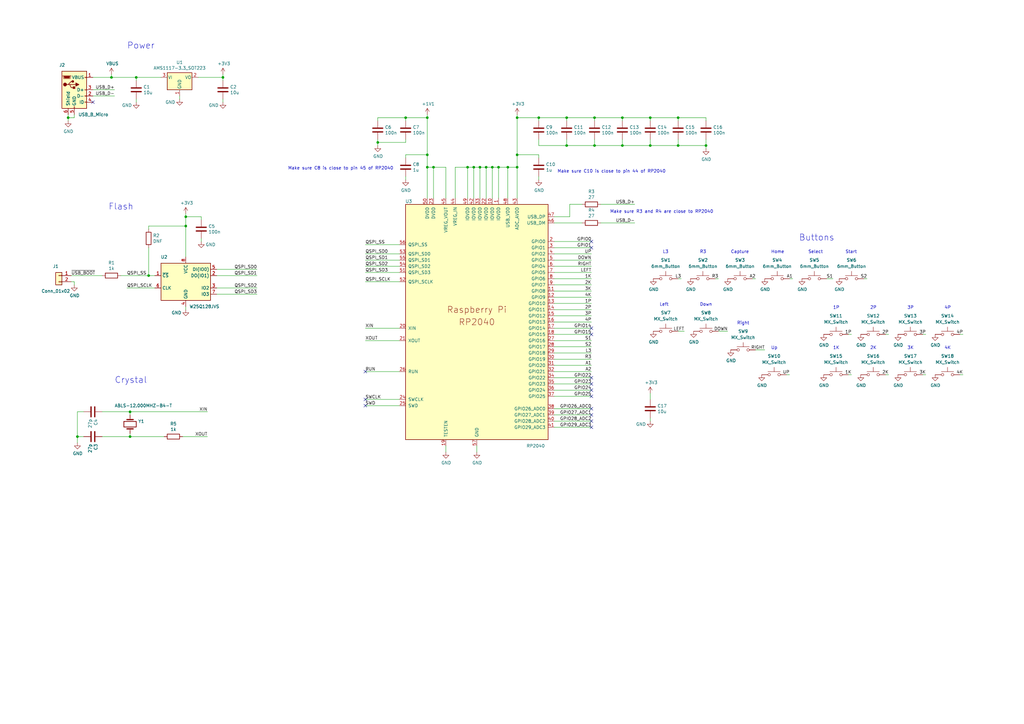
<source format=kicad_sch>
(kicad_sch (version 20211123) (generator eeschema)

  (uuid e08d2885-20eb-479d-8a45-6dae1640d6d3)

  (paper "A3")

  (title_block
    (title "TrailMix Arcade Controller")
  )

  (lib_symbols
    (symbol "Connector_Generic:Conn_01x02" (pin_names (offset 1.016) hide) (in_bom yes) (on_board yes)
      (property "Reference" "J" (id 0) (at 0 2.54 0)
        (effects (font (size 1.27 1.27)))
      )
      (property "Value" "Conn_01x02" (id 1) (at 0 -5.08 0)
        (effects (font (size 1.27 1.27)))
      )
      (property "Footprint" "" (id 2) (at 0 0 0)
        (effects (font (size 1.27 1.27)) hide)
      )
      (property "Datasheet" "~" (id 3) (at 0 0 0)
        (effects (font (size 1.27 1.27)) hide)
      )
      (property "ki_keywords" "connector" (id 4) (at 0 0 0)
        (effects (font (size 1.27 1.27)) hide)
      )
      (property "ki_description" "Generic connector, single row, 01x02, script generated (kicad-library-utils/schlib/autogen/connector/)" (id 5) (at 0 0 0)
        (effects (font (size 1.27 1.27)) hide)
      )
      (property "ki_fp_filters" "Connector*:*_1x??_*" (id 6) (at 0 0 0)
        (effects (font (size 1.27 1.27)) hide)
      )
      (symbol "Conn_01x02_1_1"
        (rectangle (start -1.27 -2.413) (end 0 -2.667)
          (stroke (width 0.1524) (type default) (color 0 0 0 0))
          (fill (type none))
        )
        (rectangle (start -1.27 0.127) (end 0 -0.127)
          (stroke (width 0.1524) (type default) (color 0 0 0 0))
          (fill (type none))
        )
        (rectangle (start -1.27 1.27) (end 1.27 -3.81)
          (stroke (width 0.254) (type default) (color 0 0 0 0))
          (fill (type background))
        )
        (pin passive line (at -5.08 0 0) (length 3.81)
          (name "Pin_1" (effects (font (size 1.27 1.27))))
          (number "1" (effects (font (size 1.27 1.27))))
        )
        (pin passive line (at -5.08 -2.54 0) (length 3.81)
          (name "Pin_2" (effects (font (size 1.27 1.27))))
          (number "2" (effects (font (size 1.27 1.27))))
        )
      )
    )
    (symbol "Device:C" (pin_numbers hide) (pin_names (offset 0.254)) (in_bom yes) (on_board yes)
      (property "Reference" "C" (id 0) (at 0.635 2.54 0)
        (effects (font (size 1.27 1.27)) (justify left))
      )
      (property "Value" "C" (id 1) (at 0.635 -2.54 0)
        (effects (font (size 1.27 1.27)) (justify left))
      )
      (property "Footprint" "" (id 2) (at 0.9652 -3.81 0)
        (effects (font (size 1.27 1.27)) hide)
      )
      (property "Datasheet" "~" (id 3) (at 0 0 0)
        (effects (font (size 1.27 1.27)) hide)
      )
      (property "ki_keywords" "cap capacitor" (id 4) (at 0 0 0)
        (effects (font (size 1.27 1.27)) hide)
      )
      (property "ki_description" "Unpolarized capacitor" (id 5) (at 0 0 0)
        (effects (font (size 1.27 1.27)) hide)
      )
      (property "ki_fp_filters" "C_*" (id 6) (at 0 0 0)
        (effects (font (size 1.27 1.27)) hide)
      )
      (symbol "C_0_1"
        (polyline
          (pts
            (xy -2.032 -0.762)
            (xy 2.032 -0.762)
          )
          (stroke (width 0.508) (type default) (color 0 0 0 0))
          (fill (type none))
        )
        (polyline
          (pts
            (xy -2.032 0.762)
            (xy 2.032 0.762)
          )
          (stroke (width 0.508) (type default) (color 0 0 0 0))
          (fill (type none))
        )
      )
      (symbol "C_1_1"
        (pin passive line (at 0 3.81 270) (length 2.794)
          (name "~" (effects (font (size 1.27 1.27))))
          (number "1" (effects (font (size 1.27 1.27))))
        )
        (pin passive line (at 0 -3.81 90) (length 2.794)
          (name "~" (effects (font (size 1.27 1.27))))
          (number "2" (effects (font (size 1.27 1.27))))
        )
      )
    )
    (symbol "Device:Crystal" (pin_numbers hide) (pin_names (offset 1.016) hide) (in_bom yes) (on_board yes)
      (property "Reference" "Y" (id 0) (at 0 3.81 0)
        (effects (font (size 1.27 1.27)))
      )
      (property "Value" "Crystal" (id 1) (at 0 -3.81 0)
        (effects (font (size 1.27 1.27)))
      )
      (property "Footprint" "" (id 2) (at 0 0 0)
        (effects (font (size 1.27 1.27)) hide)
      )
      (property "Datasheet" "~" (id 3) (at 0 0 0)
        (effects (font (size 1.27 1.27)) hide)
      )
      (property "ki_keywords" "quartz ceramic resonator oscillator" (id 4) (at 0 0 0)
        (effects (font (size 1.27 1.27)) hide)
      )
      (property "ki_description" "Two pin crystal" (id 5) (at 0 0 0)
        (effects (font (size 1.27 1.27)) hide)
      )
      (property "ki_fp_filters" "Crystal*" (id 6) (at 0 0 0)
        (effects (font (size 1.27 1.27)) hide)
      )
      (symbol "Crystal_0_1"
        (rectangle (start -1.143 2.54) (end 1.143 -2.54)
          (stroke (width 0.3048) (type default) (color 0 0 0 0))
          (fill (type none))
        )
        (polyline
          (pts
            (xy -2.54 0)
            (xy -1.905 0)
          )
          (stroke (width 0) (type default) (color 0 0 0 0))
          (fill (type none))
        )
        (polyline
          (pts
            (xy -1.905 -1.27)
            (xy -1.905 1.27)
          )
          (stroke (width 0.508) (type default) (color 0 0 0 0))
          (fill (type none))
        )
        (polyline
          (pts
            (xy 1.905 -1.27)
            (xy 1.905 1.27)
          )
          (stroke (width 0.508) (type default) (color 0 0 0 0))
          (fill (type none))
        )
        (polyline
          (pts
            (xy 2.54 0)
            (xy 1.905 0)
          )
          (stroke (width 0) (type default) (color 0 0 0 0))
          (fill (type none))
        )
      )
      (symbol "Crystal_1_1"
        (pin passive line (at -3.81 0 0) (length 1.27)
          (name "1" (effects (font (size 1.27 1.27))))
          (number "1" (effects (font (size 1.27 1.27))))
        )
        (pin passive line (at 3.81 0 180) (length 1.27)
          (name "2" (effects (font (size 1.27 1.27))))
          (number "2" (effects (font (size 1.27 1.27))))
        )
      )
    )
    (symbol "Device:R" (pin_numbers hide) (pin_names (offset 0)) (in_bom yes) (on_board yes)
      (property "Reference" "R" (id 0) (at 2.032 0 90)
        (effects (font (size 1.27 1.27)))
      )
      (property "Value" "R" (id 1) (at 0 0 90)
        (effects (font (size 1.27 1.27)))
      )
      (property "Footprint" "" (id 2) (at -1.778 0 90)
        (effects (font (size 1.27 1.27)) hide)
      )
      (property "Datasheet" "~" (id 3) (at 0 0 0)
        (effects (font (size 1.27 1.27)) hide)
      )
      (property "ki_keywords" "R res resistor" (id 4) (at 0 0 0)
        (effects (font (size 1.27 1.27)) hide)
      )
      (property "ki_description" "Resistor" (id 5) (at 0 0 0)
        (effects (font (size 1.27 1.27)) hide)
      )
      (property "ki_fp_filters" "R_*" (id 6) (at 0 0 0)
        (effects (font (size 1.27 1.27)) hide)
      )
      (symbol "R_0_1"
        (rectangle (start -1.016 -2.54) (end 1.016 2.54)
          (stroke (width 0.254) (type default) (color 0 0 0 0))
          (fill (type none))
        )
      )
      (symbol "R_1_1"
        (pin passive line (at 0 3.81 270) (length 1.27)
          (name "~" (effects (font (size 1.27 1.27))))
          (number "1" (effects (font (size 1.27 1.27))))
        )
        (pin passive line (at 0 -3.81 90) (length 1.27)
          (name "~" (effects (font (size 1.27 1.27))))
          (number "2" (effects (font (size 1.27 1.27))))
        )
      )
    )
    (symbol "MCU_RaspberryPi_RP2040:RP2040" (pin_names (offset 1.016)) (in_bom yes) (on_board yes)
      (property "Reference" "U" (id 0) (at -29.21 49.53 0)
        (effects (font (size 1.27 1.27)))
      )
      (property "Value" "RP2040" (id 1) (at 24.13 -49.53 0)
        (effects (font (size 1.27 1.27)))
      )
      (property "Footprint" "RP2040_minimal:RP2040-QFN-56" (id 2) (at -19.05 0 0)
        (effects (font (size 1.27 1.27)) hide)
      )
      (property "Datasheet" "" (id 3) (at -19.05 0 0)
        (effects (font (size 1.27 1.27)) hide)
      )
      (symbol "RP2040_0_0"
        (text "Raspberry Pi" (at 0 5.08 0)
          (effects (font (size 2.54 2.54)))
        )
        (text "RP2040" (at 0 0 0)
          (effects (font (size 2.54 2.54)))
        )
      )
      (symbol "RP2040_0_1"
        (rectangle (start 29.21 48.26) (end -29.21 -48.26)
          (stroke (width 0.254) (type default) (color 0 0 0 0))
          (fill (type background))
        )
      )
      (symbol "RP2040_1_1"
        (pin power_in line (at 8.89 50.8 270) (length 2.54)
          (name "IOVDD" (effects (font (size 1.27 1.27))))
          (number "1" (effects (font (size 1.27 1.27))))
        )
        (pin power_in line (at 6.35 50.8 270) (length 2.54)
          (name "IOVDD" (effects (font (size 1.27 1.27))))
          (number "10" (effects (font (size 1.27 1.27))))
        )
        (pin bidirectional line (at 31.75 12.7 180) (length 2.54)
          (name "GPIO8" (effects (font (size 1.27 1.27))))
          (number "11" (effects (font (size 1.27 1.27))))
        )
        (pin bidirectional line (at 31.75 10.16 180) (length 2.54)
          (name "GPIO9" (effects (font (size 1.27 1.27))))
          (number "12" (effects (font (size 1.27 1.27))))
        )
        (pin bidirectional line (at 31.75 7.62 180) (length 2.54)
          (name "GPIO10" (effects (font (size 1.27 1.27))))
          (number "13" (effects (font (size 1.27 1.27))))
        )
        (pin bidirectional line (at 31.75 5.08 180) (length 2.54)
          (name "GPIO11" (effects (font (size 1.27 1.27))))
          (number "14" (effects (font (size 1.27 1.27))))
        )
        (pin bidirectional line (at 31.75 2.54 180) (length 2.54)
          (name "GPIO12" (effects (font (size 1.27 1.27))))
          (number "15" (effects (font (size 1.27 1.27))))
        )
        (pin bidirectional line (at 31.75 0 180) (length 2.54)
          (name "GPIO13" (effects (font (size 1.27 1.27))))
          (number "16" (effects (font (size 1.27 1.27))))
        )
        (pin bidirectional line (at 31.75 -2.54 180) (length 2.54)
          (name "GPIO14" (effects (font (size 1.27 1.27))))
          (number "17" (effects (font (size 1.27 1.27))))
        )
        (pin bidirectional line (at 31.75 -5.08 180) (length 2.54)
          (name "GPIO15" (effects (font (size 1.27 1.27))))
          (number "18" (effects (font (size 1.27 1.27))))
        )
        (pin passive line (at -12.7 -50.8 90) (length 2.54)
          (name "TESTEN" (effects (font (size 1.27 1.27))))
          (number "19" (effects (font (size 1.27 1.27))))
        )
        (pin bidirectional line (at 31.75 33.02 180) (length 2.54)
          (name "GPIO0" (effects (font (size 1.27 1.27))))
          (number "2" (effects (font (size 1.27 1.27))))
        )
        (pin input line (at -31.75 -2.54 0) (length 2.54)
          (name "XIN" (effects (font (size 1.27 1.27))))
          (number "20" (effects (font (size 1.27 1.27))))
        )
        (pin passive line (at -31.75 -7.62 0) (length 2.54)
          (name "XOUT" (effects (font (size 1.27 1.27))))
          (number "21" (effects (font (size 1.27 1.27))))
        )
        (pin power_in line (at 3.81 50.8 270) (length 2.54)
          (name "IOVDD" (effects (font (size 1.27 1.27))))
          (number "22" (effects (font (size 1.27 1.27))))
        )
        (pin power_in line (at -17.78 50.8 270) (length 2.54)
          (name "DVDD" (effects (font (size 1.27 1.27))))
          (number "23" (effects (font (size 1.27 1.27))))
        )
        (pin output line (at -31.75 -31.75 0) (length 2.54)
          (name "SWCLK" (effects (font (size 1.27 1.27))))
          (number "24" (effects (font (size 1.27 1.27))))
        )
        (pin bidirectional line (at -31.75 -34.29 0) (length 2.54)
          (name "SWD" (effects (font (size 1.27 1.27))))
          (number "25" (effects (font (size 1.27 1.27))))
        )
        (pin input line (at -31.75 -20.32 0) (length 2.54)
          (name "RUN" (effects (font (size 1.27 1.27))))
          (number "26" (effects (font (size 1.27 1.27))))
        )
        (pin bidirectional line (at 31.75 -7.62 180) (length 2.54)
          (name "GPIO16" (effects (font (size 1.27 1.27))))
          (number "27" (effects (font (size 1.27 1.27))))
        )
        (pin bidirectional line (at 31.75 -10.16 180) (length 2.54)
          (name "GPIO17" (effects (font (size 1.27 1.27))))
          (number "28" (effects (font (size 1.27 1.27))))
        )
        (pin bidirectional line (at 31.75 -12.7 180) (length 2.54)
          (name "GPIO18" (effects (font (size 1.27 1.27))))
          (number "29" (effects (font (size 1.27 1.27))))
        )
        (pin bidirectional line (at 31.75 30.48 180) (length 2.54)
          (name "GPIO1" (effects (font (size 1.27 1.27))))
          (number "3" (effects (font (size 1.27 1.27))))
        )
        (pin bidirectional line (at 31.75 -15.24 180) (length 2.54)
          (name "GPIO19" (effects (font (size 1.27 1.27))))
          (number "30" (effects (font (size 1.27 1.27))))
        )
        (pin bidirectional line (at 31.75 -17.78 180) (length 2.54)
          (name "GPIO20" (effects (font (size 1.27 1.27))))
          (number "31" (effects (font (size 1.27 1.27))))
        )
        (pin bidirectional line (at 31.75 -20.32 180) (length 2.54)
          (name "GPIO21" (effects (font (size 1.27 1.27))))
          (number "32" (effects (font (size 1.27 1.27))))
        )
        (pin power_in line (at 1.27 50.8 270) (length 2.54)
          (name "IOVDD" (effects (font (size 1.27 1.27))))
          (number "33" (effects (font (size 1.27 1.27))))
        )
        (pin bidirectional line (at 31.75 -22.86 180) (length 2.54)
          (name "GPIO22" (effects (font (size 1.27 1.27))))
          (number "34" (effects (font (size 1.27 1.27))))
        )
        (pin bidirectional line (at 31.75 -25.4 180) (length 2.54)
          (name "GPIO23" (effects (font (size 1.27 1.27))))
          (number "35" (effects (font (size 1.27 1.27))))
        )
        (pin bidirectional line (at 31.75 -27.94 180) (length 2.54)
          (name "GPIO24" (effects (font (size 1.27 1.27))))
          (number "36" (effects (font (size 1.27 1.27))))
        )
        (pin bidirectional line (at 31.75 -30.48 180) (length 2.54)
          (name "GPIO25" (effects (font (size 1.27 1.27))))
          (number "37" (effects (font (size 1.27 1.27))))
        )
        (pin bidirectional line (at 31.75 -35.56 180) (length 2.54)
          (name "GPIO26_ADC0" (effects (font (size 1.27 1.27))))
          (number "38" (effects (font (size 1.27 1.27))))
        )
        (pin bidirectional line (at 31.75 -38.1 180) (length 2.54)
          (name "GPIO27_ADC1" (effects (font (size 1.27 1.27))))
          (number "39" (effects (font (size 1.27 1.27))))
        )
        (pin bidirectional line (at 31.75 27.94 180) (length 2.54)
          (name "GPIO2" (effects (font (size 1.27 1.27))))
          (number "4" (effects (font (size 1.27 1.27))))
        )
        (pin bidirectional line (at 31.75 -40.64 180) (length 2.54)
          (name "GPIO28_ADC2" (effects (font (size 1.27 1.27))))
          (number "40" (effects (font (size 1.27 1.27))))
        )
        (pin bidirectional line (at 31.75 -43.18 180) (length 2.54)
          (name "GPIO29_ADC3" (effects (font (size 1.27 1.27))))
          (number "41" (effects (font (size 1.27 1.27))))
        )
        (pin power_in line (at -1.27 50.8 270) (length 2.54)
          (name "IOVDD" (effects (font (size 1.27 1.27))))
          (number "42" (effects (font (size 1.27 1.27))))
        )
        (pin power_in line (at 16.51 50.8 270) (length 2.54)
          (name "ADC_AVDD" (effects (font (size 1.27 1.27))))
          (number "43" (effects (font (size 1.27 1.27))))
        )
        (pin power_in line (at -8.89 50.8 270) (length 2.54)
          (name "VREG_IN" (effects (font (size 1.27 1.27))))
          (number "44" (effects (font (size 1.27 1.27))))
        )
        (pin power_out line (at -12.7 50.8 270) (length 2.54)
          (name "VREG_VOUT" (effects (font (size 1.27 1.27))))
          (number "45" (effects (font (size 1.27 1.27))))
        )
        (pin bidirectional line (at 31.75 40.64 180) (length 2.54)
          (name "USB_DM" (effects (font (size 1.27 1.27))))
          (number "46" (effects (font (size 1.27 1.27))))
        )
        (pin bidirectional line (at 31.75 43.18 180) (length 2.54)
          (name "USB_DP" (effects (font (size 1.27 1.27))))
          (number "47" (effects (font (size 1.27 1.27))))
        )
        (pin power_in line (at 12.7 50.8 270) (length 2.54)
          (name "USB_VDD" (effects (font (size 1.27 1.27))))
          (number "48" (effects (font (size 1.27 1.27))))
        )
        (pin power_in line (at -3.81 50.8 270) (length 2.54)
          (name "IOVDD" (effects (font (size 1.27 1.27))))
          (number "49" (effects (font (size 1.27 1.27))))
        )
        (pin bidirectional line (at 31.75 25.4 180) (length 2.54)
          (name "GPIO3" (effects (font (size 1.27 1.27))))
          (number "5" (effects (font (size 1.27 1.27))))
        )
        (pin power_in line (at -20.32 50.8 270) (length 2.54)
          (name "DVDD" (effects (font (size 1.27 1.27))))
          (number "50" (effects (font (size 1.27 1.27))))
        )
        (pin bidirectional line (at -31.75 20.32 0) (length 2.54)
          (name "QSPI_SD3" (effects (font (size 1.27 1.27))))
          (number "51" (effects (font (size 1.27 1.27))))
        )
        (pin output line (at -31.75 16.51 0) (length 2.54)
          (name "QSPI_SCLK" (effects (font (size 1.27 1.27))))
          (number "52" (effects (font (size 1.27 1.27))))
        )
        (pin bidirectional line (at -31.75 27.94 0) (length 2.54)
          (name "QSPI_SD0" (effects (font (size 1.27 1.27))))
          (number "53" (effects (font (size 1.27 1.27))))
        )
        (pin bidirectional line (at -31.75 22.86 0) (length 2.54)
          (name "QSPI_SD2" (effects (font (size 1.27 1.27))))
          (number "54" (effects (font (size 1.27 1.27))))
        )
        (pin bidirectional line (at -31.75 25.4 0) (length 2.54)
          (name "QSPI_SD1" (effects (font (size 1.27 1.27))))
          (number "55" (effects (font (size 1.27 1.27))))
        )
        (pin bidirectional line (at -31.75 31.75 0) (length 2.54)
          (name "QSPI_SS" (effects (font (size 1.27 1.27))))
          (number "56" (effects (font (size 1.27 1.27))))
        )
        (pin power_in line (at 0 -50.8 90) (length 2.54)
          (name "GND" (effects (font (size 1.27 1.27))))
          (number "57" (effects (font (size 1.27 1.27))))
        )
        (pin bidirectional line (at 31.75 22.86 180) (length 2.54)
          (name "GPIO4" (effects (font (size 1.27 1.27))))
          (number "6" (effects (font (size 1.27 1.27))))
        )
        (pin bidirectional line (at 31.75 20.32 180) (length 2.54)
          (name "GPIO5" (effects (font (size 1.27 1.27))))
          (number "7" (effects (font (size 1.27 1.27))))
        )
        (pin bidirectional line (at 31.75 17.78 180) (length 2.54)
          (name "GPIO6" (effects (font (size 1.27 1.27))))
          (number "8" (effects (font (size 1.27 1.27))))
        )
        (pin bidirectional line (at 31.75 15.24 180) (length 2.54)
          (name "GPIO7" (effects (font (size 1.27 1.27))))
          (number "9" (effects (font (size 1.27 1.27))))
        )
      )
    )
    (symbol "Memory_Flash:W25Q128JVS" (in_bom yes) (on_board yes)
      (property "Reference" "U" (id 0) (at -8.89 8.89 0)
        (effects (font (size 1.27 1.27)))
      )
      (property "Value" "W25Q128JVS" (id 1) (at 7.62 8.89 0)
        (effects (font (size 1.27 1.27)))
      )
      (property "Footprint" "Package_SO:SOIC-8_5.23x5.23mm_P1.27mm" (id 2) (at 0 0 0)
        (effects (font (size 1.27 1.27)) hide)
      )
      (property "Datasheet" "http://www.winbond.com/resource-files/w25q128jv_dtr%20revc%2003272018%20plus.pdf" (id 3) (at 0 0 0)
        (effects (font (size 1.27 1.27)) hide)
      )
      (property "ki_keywords" "flash memory SPI QPI DTR" (id 4) (at 0 0 0)
        (effects (font (size 1.27 1.27)) hide)
      )
      (property "ki_description" "128Mb Serial Flash Memory, Standard/Dual/Quad SPI, SOIC-8" (id 5) (at 0 0 0)
        (effects (font (size 1.27 1.27)) hide)
      )
      (property "ki_fp_filters" "SOIC*5.23x5.23mm*P1.27mm*" (id 6) (at 0 0 0)
        (effects (font (size 1.27 1.27)) hide)
      )
      (symbol "W25Q128JVS_0_1"
        (rectangle (start -10.16 7.62) (end 10.16 -7.62)
          (stroke (width 0.254) (type default) (color 0 0 0 0))
          (fill (type background))
        )
      )
      (symbol "W25Q128JVS_1_1"
        (pin input line (at -12.7 2.54 0) (length 2.54)
          (name "~{CS}" (effects (font (size 1.27 1.27))))
          (number "1" (effects (font (size 1.27 1.27))))
        )
        (pin bidirectional line (at 12.7 2.54 180) (length 2.54)
          (name "DO(IO1)" (effects (font (size 1.27 1.27))))
          (number "2" (effects (font (size 1.27 1.27))))
        )
        (pin bidirectional line (at 12.7 -2.54 180) (length 2.54)
          (name "IO2" (effects (font (size 1.27 1.27))))
          (number "3" (effects (font (size 1.27 1.27))))
        )
        (pin power_in line (at 0 -10.16 90) (length 2.54)
          (name "GND" (effects (font (size 1.27 1.27))))
          (number "4" (effects (font (size 1.27 1.27))))
        )
        (pin bidirectional line (at 12.7 5.08 180) (length 2.54)
          (name "DI(IO0)" (effects (font (size 1.27 1.27))))
          (number "5" (effects (font (size 1.27 1.27))))
        )
        (pin input line (at -12.7 -2.54 0) (length 2.54)
          (name "CLK" (effects (font (size 1.27 1.27))))
          (number "6" (effects (font (size 1.27 1.27))))
        )
        (pin bidirectional line (at 12.7 -5.08 180) (length 2.54)
          (name "IO3" (effects (font (size 1.27 1.27))))
          (number "7" (effects (font (size 1.27 1.27))))
        )
        (pin power_in line (at 0 10.16 270) (length 2.54)
          (name "VCC" (effects (font (size 1.27 1.27))))
          (number "8" (effects (font (size 1.27 1.27))))
        )
      )
    )
    (symbol "MikesPCBLib:MX_Switch" (pin_numbers hide) (pin_names (offset 1.016) hide) (in_bom yes) (on_board yes)
      (property "Reference" "SW" (id 0) (at 1.27 2.54 0)
        (effects (font (size 1.27 1.27)) (justify left))
      )
      (property "Value" "MX_Switch" (id 1) (at 0 -1.524 0)
        (effects (font (size 1.27 1.27)))
      )
      (property "Footprint" "" (id 2) (at 0 5.08 0)
        (effects (font (size 1.27 1.27)) hide)
      )
      (property "Datasheet" "http://www.apem.com/int/index.php?controller=attachment&id_attachment=488" (id 3) (at 0 5.08 0)
        (effects (font (size 1.27 1.27)) hide)
      )
      (property "ki_keywords" "switch normally-open pushbutton push-button" (id 4) (at 0 0 0)
        (effects (font (size 1.27 1.27)) hide)
      )
      (property "ki_description" "MEC 5G single pole normally-open tactile switch" (id 5) (at 0 0 0)
        (effects (font (size 1.27 1.27)) hide)
      )
      (property "ki_fp_filters" "SW*MEC*5G*" (id 6) (at 0 0 0)
        (effects (font (size 1.27 1.27)) hide)
      )
      (symbol "MX_Switch_0_1"
        (circle (center -2.032 0) (radius 0.508)
          (stroke (width 0) (type default) (color 0 0 0 0))
          (fill (type none))
        )
        (polyline
          (pts
            (xy 0 1.27)
            (xy 0 3.048)
          )
          (stroke (width 0) (type default) (color 0 0 0 0))
          (fill (type none))
        )
        (polyline
          (pts
            (xy 2.54 1.27)
            (xy -2.54 1.27)
          )
          (stroke (width 0) (type default) (color 0 0 0 0))
          (fill (type none))
        )
        (circle (center 2.032 0) (radius 0.508)
          (stroke (width 0) (type default) (color 0 0 0 0))
          (fill (type none))
        )
        (pin passive line (at 5.08 0 180) (length 2.54)
          (name "A" (effects (font (size 1.27 1.27))))
          (number "1" (effects (font (size 1.27 1.27))))
        )
        (pin passive line (at -5.08 0 0) (length 2.54)
          (name "B" (effects (font (size 1.27 1.27))))
          (number "2" (effects (font (size 1.27 1.27))))
        )
      )
    )
    (symbol "RP2040_minimal-rescue:USB_B_Micro-Connector" (pin_names (offset 1.016)) (in_bom yes) (on_board yes)
      (property "Reference" "J" (id 0) (at -5.08 11.43 0)
        (effects (font (size 1.27 1.27)) (justify left))
      )
      (property "Value" "USB_B_Micro-Connector" (id 1) (at -5.08 8.89 0)
        (effects (font (size 1.27 1.27)) (justify left))
      )
      (property "Footprint" "" (id 2) (at 3.81 -1.27 0)
        (effects (font (size 1.27 1.27)) hide)
      )
      (property "Datasheet" "" (id 3) (at 3.81 -1.27 0)
        (effects (font (size 1.27 1.27)) hide)
      )
      (property "ki_fp_filters" "USB*" (id 4) (at 0 0 0)
        (effects (font (size 1.27 1.27)) hide)
      )
      (symbol "USB_B_Micro-Connector_0_1"
        (rectangle (start -5.08 -7.62) (end 5.08 7.62)
          (stroke (width 0.254) (type default) (color 0 0 0 0))
          (fill (type background))
        )
        (circle (center -3.81 2.159) (radius 0.635)
          (stroke (width 0.254) (type default) (color 0 0 0 0))
          (fill (type outline))
        )
        (circle (center -0.635 3.429) (radius 0.381)
          (stroke (width 0.254) (type default) (color 0 0 0 0))
          (fill (type outline))
        )
        (rectangle (start -0.127 -7.62) (end 0.127 -6.858)
          (stroke (width 0) (type default) (color 0 0 0 0))
          (fill (type none))
        )
        (polyline
          (pts
            (xy -1.905 2.159)
            (xy 0.635 2.159)
          )
          (stroke (width 0.254) (type default) (color 0 0 0 0))
          (fill (type none))
        )
        (polyline
          (pts
            (xy -3.175 2.159)
            (xy -2.54 2.159)
            (xy -1.27 3.429)
            (xy -0.635 3.429)
          )
          (stroke (width 0.254) (type default) (color 0 0 0 0))
          (fill (type none))
        )
        (polyline
          (pts
            (xy -2.54 2.159)
            (xy -1.905 2.159)
            (xy -1.27 0.889)
            (xy 0 0.889)
          )
          (stroke (width 0.254) (type default) (color 0 0 0 0))
          (fill (type none))
        )
        (polyline
          (pts
            (xy 0.635 2.794)
            (xy 0.635 1.524)
            (xy 1.905 2.159)
            (xy 0.635 2.794)
          )
          (stroke (width 0.254) (type default) (color 0 0 0 0))
          (fill (type outline))
        )
        (polyline
          (pts
            (xy -4.318 5.588)
            (xy -1.778 5.588)
            (xy -2.032 4.826)
            (xy -4.064 4.826)
            (xy -4.318 5.588)
          )
          (stroke (width 0) (type default) (color 0 0 0 0))
          (fill (type outline))
        )
        (polyline
          (pts
            (xy -4.699 5.842)
            (xy -4.699 5.588)
            (xy -4.445 4.826)
            (xy -4.445 4.572)
            (xy -1.651 4.572)
            (xy -1.651 4.826)
            (xy -1.397 5.588)
            (xy -1.397 5.842)
            (xy -4.699 5.842)
          )
          (stroke (width 0) (type default) (color 0 0 0 0))
          (fill (type none))
        )
        (rectangle (start 0.254 1.27) (end -0.508 0.508)
          (stroke (width 0.254) (type default) (color 0 0 0 0))
          (fill (type outline))
        )
        (rectangle (start 5.08 -5.207) (end 4.318 -4.953)
          (stroke (width 0) (type default) (color 0 0 0 0))
          (fill (type none))
        )
        (rectangle (start 5.08 -2.667) (end 4.318 -2.413)
          (stroke (width 0) (type default) (color 0 0 0 0))
          (fill (type none))
        )
        (rectangle (start 5.08 -0.127) (end 4.318 0.127)
          (stroke (width 0) (type default) (color 0 0 0 0))
          (fill (type none))
        )
        (rectangle (start 5.08 4.953) (end 4.318 5.207)
          (stroke (width 0) (type default) (color 0 0 0 0))
          (fill (type none))
        )
      )
      (symbol "USB_B_Micro-Connector_1_1"
        (pin power_out line (at 7.62 5.08 180) (length 2.54)
          (name "VBUS" (effects (font (size 1.27 1.27))))
          (number "1" (effects (font (size 1.27 1.27))))
        )
        (pin passive line (at 7.62 -2.54 180) (length 2.54)
          (name "D-" (effects (font (size 1.27 1.27))))
          (number "2" (effects (font (size 1.27 1.27))))
        )
        (pin passive line (at 7.62 0 180) (length 2.54)
          (name "D+" (effects (font (size 1.27 1.27))))
          (number "3" (effects (font (size 1.27 1.27))))
        )
        (pin passive line (at 7.62 -5.08 180) (length 2.54)
          (name "ID" (effects (font (size 1.27 1.27))))
          (number "4" (effects (font (size 1.27 1.27))))
        )
        (pin power_out line (at 0 -10.16 90) (length 2.54)
          (name "GND" (effects (font (size 1.27 1.27))))
          (number "5" (effects (font (size 1.27 1.27))))
        )
        (pin passive line (at -2.54 -10.16 90) (length 2.54)
          (name "Shield" (effects (font (size 1.27 1.27))))
          (number "6" (effects (font (size 1.27 1.27))))
        )
      )
    )
    (symbol "Regulator_Linear:NCP1117-3.3_SOT223" (pin_names (offset 0.254)) (in_bom yes) (on_board yes)
      (property "Reference" "U" (id 0) (at -3.81 3.175 0)
        (effects (font (size 1.27 1.27)))
      )
      (property "Value" "NCP1117-3.3_SOT223" (id 1) (at 0 3.175 0)
        (effects (font (size 1.27 1.27)) (justify left))
      )
      (property "Footprint" "Package_TO_SOT_SMD:SOT-223-3_TabPin2" (id 2) (at 0 5.08 0)
        (effects (font (size 1.27 1.27)) hide)
      )
      (property "Datasheet" "http://www.onsemi.com/pub_link/Collateral/NCP1117-D.PDF" (id 3) (at 2.54 -6.35 0)
        (effects (font (size 1.27 1.27)) hide)
      )
      (property "ki_keywords" "REGULATOR LDO 3.3V" (id 4) (at 0 0 0)
        (effects (font (size 1.27 1.27)) hide)
      )
      (property "ki_description" "1A Low drop-out regulator, Fixed Output 3.3V, SOT-223" (id 5) (at 0 0 0)
        (effects (font (size 1.27 1.27)) hide)
      )
      (property "ki_fp_filters" "SOT?223*TabPin2*" (id 6) (at 0 0 0)
        (effects (font (size 1.27 1.27)) hide)
      )
      (symbol "NCP1117-3.3_SOT223_0_1"
        (rectangle (start -5.08 -5.08) (end 5.08 1.905)
          (stroke (width 0.254) (type default) (color 0 0 0 0))
          (fill (type background))
        )
      )
      (symbol "NCP1117-3.3_SOT223_1_1"
        (pin power_in line (at 0 -7.62 90) (length 2.54)
          (name "GND" (effects (font (size 1.27 1.27))))
          (number "1" (effects (font (size 1.27 1.27))))
        )
        (pin power_out line (at 7.62 0 180) (length 2.54)
          (name "VO" (effects (font (size 1.27 1.27))))
          (number "2" (effects (font (size 1.27 1.27))))
        )
        (pin power_in line (at -7.62 0 0) (length 2.54)
          (name "VI" (effects (font (size 1.27 1.27))))
          (number "3" (effects (font (size 1.27 1.27))))
        )
      )
    )
    (symbol "power:+1V1" (power) (pin_names (offset 0)) (in_bom yes) (on_board yes)
      (property "Reference" "#PWR" (id 0) (at 0 -3.81 0)
        (effects (font (size 1.27 1.27)) hide)
      )
      (property "Value" "+1V1" (id 1) (at 0 3.556 0)
        (effects (font (size 1.27 1.27)))
      )
      (property "Footprint" "" (id 2) (at 0 0 0)
        (effects (font (size 1.27 1.27)) hide)
      )
      (property "Datasheet" "" (id 3) (at 0 0 0)
        (effects (font (size 1.27 1.27)) hide)
      )
      (property "ki_keywords" "global power" (id 4) (at 0 0 0)
        (effects (font (size 1.27 1.27)) hide)
      )
      (property "ki_description" "Power symbol creates a global label with name \"+1V1\"" (id 5) (at 0 0 0)
        (effects (font (size 1.27 1.27)) hide)
      )
      (symbol "+1V1_0_1"
        (polyline
          (pts
            (xy -0.762 1.27)
            (xy 0 2.54)
          )
          (stroke (width 0) (type default) (color 0 0 0 0))
          (fill (type none))
        )
        (polyline
          (pts
            (xy 0 0)
            (xy 0 2.54)
          )
          (stroke (width 0) (type default) (color 0 0 0 0))
          (fill (type none))
        )
        (polyline
          (pts
            (xy 0 2.54)
            (xy 0.762 1.27)
          )
          (stroke (width 0) (type default) (color 0 0 0 0))
          (fill (type none))
        )
      )
      (symbol "+1V1_1_1"
        (pin power_in line (at 0 0 90) (length 0) hide
          (name "+1V1" (effects (font (size 1.27 1.27))))
          (number "1" (effects (font (size 1.27 1.27))))
        )
      )
    )
    (symbol "power:+3V3" (power) (pin_names (offset 0)) (in_bom yes) (on_board yes)
      (property "Reference" "#PWR" (id 0) (at 0 -3.81 0)
        (effects (font (size 1.27 1.27)) hide)
      )
      (property "Value" "+3V3" (id 1) (at 0 3.556 0)
        (effects (font (size 1.27 1.27)))
      )
      (property "Footprint" "" (id 2) (at 0 0 0)
        (effects (font (size 1.27 1.27)) hide)
      )
      (property "Datasheet" "" (id 3) (at 0 0 0)
        (effects (font (size 1.27 1.27)) hide)
      )
      (property "ki_keywords" "global power" (id 4) (at 0 0 0)
        (effects (font (size 1.27 1.27)) hide)
      )
      (property "ki_description" "Power symbol creates a global label with name \"+3V3\"" (id 5) (at 0 0 0)
        (effects (font (size 1.27 1.27)) hide)
      )
      (symbol "+3V3_0_1"
        (polyline
          (pts
            (xy -0.762 1.27)
            (xy 0 2.54)
          )
          (stroke (width 0) (type default) (color 0 0 0 0))
          (fill (type none))
        )
        (polyline
          (pts
            (xy 0 0)
            (xy 0 2.54)
          )
          (stroke (width 0) (type default) (color 0 0 0 0))
          (fill (type none))
        )
        (polyline
          (pts
            (xy 0 2.54)
            (xy 0.762 1.27)
          )
          (stroke (width 0) (type default) (color 0 0 0 0))
          (fill (type none))
        )
      )
      (symbol "+3V3_1_1"
        (pin power_in line (at 0 0 90) (length 0) hide
          (name "+3V3" (effects (font (size 1.27 1.27))))
          (number "1" (effects (font (size 1.27 1.27))))
        )
      )
    )
    (symbol "power:GND" (power) (pin_names (offset 0)) (in_bom yes) (on_board yes)
      (property "Reference" "#PWR" (id 0) (at 0 -6.35 0)
        (effects (font (size 1.27 1.27)) hide)
      )
      (property "Value" "GND" (id 1) (at 0 -3.81 0)
        (effects (font (size 1.27 1.27)))
      )
      (property "Footprint" "" (id 2) (at 0 0 0)
        (effects (font (size 1.27 1.27)) hide)
      )
      (property "Datasheet" "" (id 3) (at 0 0 0)
        (effects (font (size 1.27 1.27)) hide)
      )
      (property "ki_keywords" "global power" (id 4) (at 0 0 0)
        (effects (font (size 1.27 1.27)) hide)
      )
      (property "ki_description" "Power symbol creates a global label with name \"GND\" , ground" (id 5) (at 0 0 0)
        (effects (font (size 1.27 1.27)) hide)
      )
      (symbol "GND_0_1"
        (polyline
          (pts
            (xy 0 0)
            (xy 0 -1.27)
            (xy 1.27 -1.27)
            (xy 0 -2.54)
            (xy -1.27 -1.27)
            (xy 0 -1.27)
          )
          (stroke (width 0) (type default) (color 0 0 0 0))
          (fill (type none))
        )
      )
      (symbol "GND_1_1"
        (pin power_in line (at 0 0 270) (length 0) hide
          (name "GND" (effects (font (size 1.27 1.27))))
          (number "1" (effects (font (size 1.27 1.27))))
        )
      )
    )
    (symbol "power:VBUS" (power) (pin_names (offset 0)) (in_bom yes) (on_board yes)
      (property "Reference" "#PWR" (id 0) (at 0 -3.81 0)
        (effects (font (size 1.27 1.27)) hide)
      )
      (property "Value" "VBUS" (id 1) (at 0 3.81 0)
        (effects (font (size 1.27 1.27)))
      )
      (property "Footprint" "" (id 2) (at 0 0 0)
        (effects (font (size 1.27 1.27)) hide)
      )
      (property "Datasheet" "" (id 3) (at 0 0 0)
        (effects (font (size 1.27 1.27)) hide)
      )
      (property "ki_keywords" "global power" (id 4) (at 0 0 0)
        (effects (font (size 1.27 1.27)) hide)
      )
      (property "ki_description" "Power symbol creates a global label with name \"VBUS\"" (id 5) (at 0 0 0)
        (effects (font (size 1.27 1.27)) hide)
      )
      (symbol "VBUS_0_1"
        (polyline
          (pts
            (xy -0.762 1.27)
            (xy 0 2.54)
          )
          (stroke (width 0) (type default) (color 0 0 0 0))
          (fill (type none))
        )
        (polyline
          (pts
            (xy 0 0)
            (xy 0 2.54)
          )
          (stroke (width 0) (type default) (color 0 0 0 0))
          (fill (type none))
        )
        (polyline
          (pts
            (xy 0 2.54)
            (xy 0.762 1.27)
          )
          (stroke (width 0) (type default) (color 0 0 0 0))
          (fill (type none))
        )
      )
      (symbol "VBUS_1_1"
        (pin power_in line (at 0 0 90) (length 0) hide
          (name "VBUS" (effects (font (size 1.27 1.27))))
          (number "1" (effects (font (size 1.27 1.27))))
        )
      )
    )
  )

  (junction (at 266.7 48.26) (diameter 0) (color 0 0 0 0)
    (uuid 0ea226d5-a5dd-49a6-86bd-a467571c043b)
  )
  (junction (at 232.41 59.69) (diameter 0) (color 0 0 0 0)
    (uuid 10f17628-1ea6-4bfb-8992-09f6623f6f90)
  )
  (junction (at 243.84 59.69) (diameter 0) (color 0 0 0 0)
    (uuid 1164f97a-8cd2-4ae7-9cf7-a30661663848)
  )
  (junction (at 191.77 68.58) (diameter 0) (color 0 0 0 0)
    (uuid 1780dfc4-c533-43ba-a0ca-51302f9144b4)
  )
  (junction (at 212.09 48.26) (diameter 0) (color 0 0 0 0)
    (uuid 1786f6b3-f5b5-495e-9fa0-3f657b8025b6)
  )
  (junction (at 76.2 92.71) (diameter 0) (color 0 0 0 0)
    (uuid 24587fbf-853a-41e0-9610-7721b76ec234)
  )
  (junction (at 175.26 63.5) (diameter 0) (color 0 0 0 0)
    (uuid 2963967f-5441-432e-a22a-4cf1cd18d8ef)
  )
  (junction (at 212.09 63.5) (diameter 0) (color 0 0 0 0)
    (uuid 2b8de02e-8025-4563-a102-8c568a0a09c2)
  )
  (junction (at 278.13 59.69) (diameter 0) (color 0 0 0 0)
    (uuid 2ba20d58-338d-40f8-bd34-6264eb0d2ac4)
  )
  (junction (at 220.98 48.26) (diameter 0) (color 0 0 0 0)
    (uuid 356d4ad3-7244-473a-9c8c-3af0690193f9)
  )
  (junction (at 175.26 68.58) (diameter 0) (color 0 0 0 0)
    (uuid 35f3a110-5dd4-4a24-aaa8-141ad8176547)
  )
  (junction (at 166.37 48.26) (diameter 0) (color 0 0 0 0)
    (uuid 3e45b3ec-0587-4387-bfc6-ac346a017427)
  )
  (junction (at 175.26 48.26) (diameter 0) (color 0 0 0 0)
    (uuid 3f6b8e37-423d-4a54-8224-4e449e97d197)
  )
  (junction (at 243.84 48.26) (diameter 0) (color 0 0 0 0)
    (uuid 49b35174-494d-4d2c-9e91-d22b49d092ca)
  )
  (junction (at 255.27 48.26) (diameter 0) (color 0 0 0 0)
    (uuid 543fa391-f316-4fb9-951e-b1d18d80c257)
  )
  (junction (at 199.39 68.58) (diameter 0) (color 0 0 0 0)
    (uuid 6940de81-e1b0-42d6-ab59-8577b07f6898)
  )
  (junction (at 212.09 68.58) (diameter 0) (color 0 0 0 0)
    (uuid 775f6f6e-c9a5-46e4-8a20-1c71c5d1b8da)
  )
  (junction (at 208.28 68.58) (diameter 0) (color 0 0 0 0)
    (uuid 7b19d278-490d-424d-b494-630393bebcef)
  )
  (junction (at 232.41 48.26) (diameter 0) (color 0 0 0 0)
    (uuid 7f0dcf4e-c346-4df1-b746-b59a6d13922c)
  )
  (junction (at 60.96 113.03) (diameter 0) (color 0 0 0 0)
    (uuid 829d2631-472c-4398-af81-bad4e0d91699)
  )
  (junction (at 255.27 59.69) (diameter 0) (color 0 0 0 0)
    (uuid 93d407c0-b6a3-4446-aff2-c8c6f93d0be2)
  )
  (junction (at 45.72 31.75) (diameter 0) (color 0 0 0 0)
    (uuid 9e287e22-c07c-4a5e-a929-ffd0145e2bf9)
  )
  (junction (at 31.75 179.07) (diameter 0) (color 0 0 0 0)
    (uuid a68c5159-428e-40c8-906b-38bb97d1da1a)
  )
  (junction (at 53.34 179.07) (diameter 0) (color 0 0 0 0)
    (uuid a719d4d3-c3d5-48e5-b3b3-511eed9e486a)
  )
  (junction (at 53.34 168.91) (diameter 0) (color 0 0 0 0)
    (uuid a8d6f328-b5ec-4393-a374-65cd43e9974c)
  )
  (junction (at 177.8 68.58) (diameter 0) (color 0 0 0 0)
    (uuid a98db6b1-70b7-461e-85ff-6749613a79f9)
  )
  (junction (at 91.44 31.75) (diameter 0) (color 0 0 0 0)
    (uuid ac8a6ae3-218e-4dd9-92f2-6dc0f61eac10)
  )
  (junction (at 289.56 59.69) (diameter 0) (color 0 0 0 0)
    (uuid aee2f144-3e16-41b3-a31f-cf6acc39ffa7)
  )
  (junction (at 196.85 68.58) (diameter 0) (color 0 0 0 0)
    (uuid af75aa3e-2665-452b-bdb3-e3c47c28a2ea)
  )
  (junction (at 201.93 68.58) (diameter 0) (color 0 0 0 0)
    (uuid afb6cc82-7fb0-47e8-bc7c-478cfdd28bb9)
  )
  (junction (at 27.94 48.26) (diameter 0) (color 0 0 0 0)
    (uuid b76261c8-52d8-42ae-8860-d19858927718)
  )
  (junction (at 204.47 68.58) (diameter 0) (color 0 0 0 0)
    (uuid ba18cef4-7826-4cf2-b0cb-5469d04cebe5)
  )
  (junction (at 194.31 68.58) (diameter 0) (color 0 0 0 0)
    (uuid c58be387-0208-4905-98f9-e8a08c91e480)
  )
  (junction (at 154.94 58.42) (diameter 0) (color 0 0 0 0)
    (uuid cc418779-ae31-4cf1-b3bf-741f8723a975)
  )
  (junction (at 278.13 48.26) (diameter 0) (color 0 0 0 0)
    (uuid cf78f38c-ccdb-4567-8e89-eae17dc700fc)
  )
  (junction (at 55.88 31.75) (diameter 0) (color 0 0 0 0)
    (uuid e140919c-e1ee-4c26-933d-7a2314ec547a)
  )
  (junction (at 266.7 59.69) (diameter 0) (color 0 0 0 0)
    (uuid e4b885b3-b79f-4eb5-8f79-6a5957be7e94)
  )
  (junction (at 76.2 88.9) (diameter 0) (color 0 0 0 0)
    (uuid ef48d514-a455-4911-af08-95cbbdee9e00)
  )

  (no_connect (at 242.57 167.64) (uuid 046ce79e-f997-429c-8ce0-489ce5086c01))
  (no_connect (at 149.86 152.4) (uuid 2baee1a8-1709-44ce-9987-9d0055c9abec))
  (no_connect (at 242.57 160.02) (uuid 38680d5e-f3b8-46e9-a756-164ba4bff1ef))
  (no_connect (at 242.57 162.56) (uuid 449f0556-18c2-4598-863c-28a3ae32bf5a))
  (no_connect (at 242.57 101.6) (uuid 4b3fde67-27f3-4bc9-9a82-4244e9086c34))
  (no_connect (at 242.57 154.94) (uuid 6bc787ae-e078-4136-855d-d08df33727d6))
  (no_connect (at 149.86 163.83) (uuid 72704ffb-d958-4173-b39a-0c93bf887355))
  (no_connect (at 38.1 41.91) (uuid 8a79cc17-fdd1-4235-b20b-93f2a66f0b4a))
  (no_connect (at 149.86 166.37) (uuid 8ad3f54d-589d-4b6d-8d2c-b86d474eebe0))
  (no_connect (at 242.57 175.26) (uuid 91630e78-e47f-4b86-acc1-474486e2c555))
  (no_connect (at 242.57 172.72) (uuid a0eca1d0-f8ca-4dac-8190-c68badf6d7e1))
  (no_connect (at 242.57 137.16) (uuid a28cf21a-4516-40d3-a9cb-34bd2f26f8f2))
  (no_connect (at 242.57 134.62) (uuid c4fa85d6-ac61-43dc-8a2e-b6e6a8497cb0))
  (no_connect (at 242.57 157.48) (uuid d17ff938-d026-4ad5-879c-e9903b7fc8ec))
  (no_connect (at 242.57 170.18) (uuid ee0ab679-6796-4ef8-ab5f-c6226ca698e6))
  (no_connect (at 242.57 99.06) (uuid f6c98f24-9031-43ac-9d0e-9c109e08a9ed))

  (wire (pts (xy 255.27 59.69) (xy 243.84 59.69))
    (stroke (width 0) (type default) (color 0 0 0 0))
    (uuid 01593386-269f-4665-a937-6a2df4306665)
  )
  (wire (pts (xy 278.13 59.69) (xy 266.7 59.69))
    (stroke (width 0) (type default) (color 0 0 0 0))
    (uuid 015a761c-167e-4408-8120-9cf833ab0d72)
  )
  (wire (pts (xy 227.33 149.86) (xy 242.57 149.86))
    (stroke (width 0) (type default) (color 0 0 0 0))
    (uuid 0201123c-89d5-49a1-afda-bc3f5b2326f7)
  )
  (wire (pts (xy 195.58 182.88) (xy 195.58 185.42))
    (stroke (width 0) (type default) (color 0 0 0 0))
    (uuid 04306876-1acd-4774-b502-5e9a95be7ab5)
  )
  (wire (pts (xy 166.37 72.39) (xy 166.37 73.66))
    (stroke (width 0) (type default) (color 0 0 0 0))
    (uuid 0636e163-aa30-48e0-afb6-9446d4cbdb54)
  )
  (wire (pts (xy 298.45 135.89) (xy 294.64 135.89))
    (stroke (width 0) (type default) (color 0 0 0 0))
    (uuid 065c1000-a59a-4ceb-a13f-5aa1eb799afa)
  )
  (wire (pts (xy 227.33 121.92) (xy 242.57 121.92))
    (stroke (width 0) (type default) (color 0 0 0 0))
    (uuid 08f6633d-d091-4b59-b21d-571d7e9b60f6)
  )
  (wire (pts (xy 379.73 153.67) (xy 378.46 153.67))
    (stroke (width 0) (type default) (color 0 0 0 0))
    (uuid 0a40bb64-9b24-4a5a-9ac5-5e53161303af)
  )
  (wire (pts (xy 45.72 30.48) (xy 45.72 31.75))
    (stroke (width 0) (type default) (color 0 0 0 0))
    (uuid 0b197453-331e-4cc1-8c7d-5bf5cca8e560)
  )
  (wire (pts (xy 266.7 171.45) (xy 266.7 172.72))
    (stroke (width 0) (type default) (color 0 0 0 0))
    (uuid 0bfea5ce-9d64-498b-8f01-0e7d27391df4)
  )
  (wire (pts (xy 364.49 137.16) (xy 363.22 137.16))
    (stroke (width 0) (type default) (color 0 0 0 0))
    (uuid 0c350b02-9ce1-4d16-a97c-29f4c7f76f3f)
  )
  (wire (pts (xy 212.09 48.26) (xy 212.09 63.5))
    (stroke (width 0) (type default) (color 0 0 0 0))
    (uuid 0d2857dc-0be1-47e5-be47-974d7e178782)
  )
  (wire (pts (xy 38.1 31.75) (xy 45.72 31.75))
    (stroke (width 0) (type default) (color 0 0 0 0))
    (uuid 0d846026-11f6-4854-9f39-b224b557886c)
  )
  (wire (pts (xy 220.98 64.77) (xy 220.98 63.5))
    (stroke (width 0) (type default) (color 0 0 0 0))
    (uuid 0e200277-b441-4adc-a101-3d3f8909c681)
  )
  (wire (pts (xy 175.26 68.58) (xy 175.26 81.28))
    (stroke (width 0) (type default) (color 0 0 0 0))
    (uuid 11196b10-5f02-4ea7-a294-66aa4ccf19f5)
  )
  (wire (pts (xy 227.33 160.02) (xy 242.57 160.02))
    (stroke (width 0) (type default) (color 0 0 0 0))
    (uuid 137d8e01-f1ad-454a-aa56-033e84d4dc50)
  )
  (wire (pts (xy 227.33 99.06) (xy 242.57 99.06))
    (stroke (width 0) (type default) (color 0 0 0 0))
    (uuid 13c4bf97-a19a-4a45-98b3-b4f58faf6240)
  )
  (wire (pts (xy 355.6 114.3) (xy 354.33 114.3))
    (stroke (width 0) (type default) (color 0 0 0 0))
    (uuid 1adaa2ec-dbff-4765-b41d-640b2b62b369)
  )
  (wire (pts (xy 227.33 91.44) (xy 238.76 91.44))
    (stroke (width 0) (type default) (color 0 0 0 0))
    (uuid 1c022d92-9f1a-40c1-abbe-f8071bde8758)
  )
  (wire (pts (xy 227.33 134.62) (xy 242.57 134.62))
    (stroke (width 0) (type default) (color 0 0 0 0))
    (uuid 1c119a02-f99c-457f-8701-910430cd267d)
  )
  (wire (pts (xy 204.47 68.58) (xy 208.28 68.58))
    (stroke (width 0) (type default) (color 0 0 0 0))
    (uuid 1d7e68aa-74b5-4b29-b680-be493efa5edb)
  )
  (wire (pts (xy 266.7 48.26) (xy 278.13 48.26))
    (stroke (width 0) (type default) (color 0 0 0 0))
    (uuid 1e92f3ed-ba7b-45ad-a0a9-cc008392dad4)
  )
  (wire (pts (xy 194.31 68.58) (xy 196.85 68.58))
    (stroke (width 0) (type default) (color 0 0 0 0))
    (uuid 274ba2bb-dca3-4097-9180-8996508e6008)
  )
  (wire (pts (xy 60.96 101.6) (xy 60.96 113.03))
    (stroke (width 0) (type default) (color 0 0 0 0))
    (uuid 27c981ee-68cd-4587-9686-573510b8f3a2)
  )
  (wire (pts (xy 266.7 49.53) (xy 266.7 48.26))
    (stroke (width 0) (type default) (color 0 0 0 0))
    (uuid 29fe5703-16fa-4037-b31e-7bae854c20b9)
  )
  (wire (pts (xy 34.29 168.91) (xy 31.75 168.91))
    (stroke (width 0) (type default) (color 0 0 0 0))
    (uuid 2c94667a-6dd8-467f-b062-5af2602a959d)
  )
  (wire (pts (xy 60.96 113.03) (xy 63.5 113.03))
    (stroke (width 0) (type default) (color 0 0 0 0))
    (uuid 3168da5e-274f-416e-ba79-1e6f8474b1e0)
  )
  (wire (pts (xy 55.88 40.64) (xy 55.88 41.91))
    (stroke (width 0) (type default) (color 0 0 0 0))
    (uuid 319ea364-55e3-4bc6-8b8e-8758b53f9e7d)
  )
  (wire (pts (xy 227.33 124.46) (xy 242.57 124.46))
    (stroke (width 0) (type default) (color 0 0 0 0))
    (uuid 340b2763-7a33-4390-b52d-c1d3bfaa0add)
  )
  (wire (pts (xy 349.25 153.67) (xy 347.98 153.67))
    (stroke (width 0) (type default) (color 0 0 0 0))
    (uuid 3449dd01-9cc2-4a44-af49-1e33b201adfc)
  )
  (wire (pts (xy 313.69 143.51) (xy 309.88 143.51))
    (stroke (width 0) (type default) (color 0 0 0 0))
    (uuid 35b48e92-e820-4cbb-8e40-f4db30c5b642)
  )
  (wire (pts (xy 31.75 168.91) (xy 31.75 179.07))
    (stroke (width 0) (type default) (color 0 0 0 0))
    (uuid 395e6ade-1a9d-4845-9d90-e1e277979d78)
  )
  (wire (pts (xy 177.8 68.58) (xy 175.26 68.58))
    (stroke (width 0) (type default) (color 0 0 0 0))
    (uuid 3b502f72-a0e7-4e02-a049-a7f47b585461)
  )
  (wire (pts (xy 309.88 114.3) (xy 308.61 114.3))
    (stroke (width 0) (type default) (color 0 0 0 0))
    (uuid 3c427687-ef45-4d93-a4dd-9199aeb0c48b)
  )
  (wire (pts (xy 182.88 182.88) (xy 182.88 185.42))
    (stroke (width 0) (type default) (color 0 0 0 0))
    (uuid 3d49e448-b9ea-47a0-a9b1-65634f2d79ff)
  )
  (wire (pts (xy 175.26 48.26) (xy 175.26 63.5))
    (stroke (width 0) (type default) (color 0 0 0 0))
    (uuid 3e3c4974-6193-45b0-8fd5-530dc5cee2eb)
  )
  (wire (pts (xy 76.2 92.71) (xy 76.2 105.41))
    (stroke (width 0) (type default) (color 0 0 0 0))
    (uuid 3e40aa4f-6b6c-4d77-ac40-01ed3698a01b)
  )
  (wire (pts (xy 186.69 68.58) (xy 191.77 68.58))
    (stroke (width 0) (type default) (color 0 0 0 0))
    (uuid 3f031fa7-b35d-4fd7-b169-6a7d1d79a32e)
  )
  (wire (pts (xy 289.56 59.69) (xy 289.56 60.96))
    (stroke (width 0) (type default) (color 0 0 0 0))
    (uuid 403c7c12-ee45-456f-98e4-26fde32b524d)
  )
  (wire (pts (xy 91.44 40.64) (xy 91.44 41.91))
    (stroke (width 0) (type default) (color 0 0 0 0))
    (uuid 4093f344-093d-4246-96ef-fe989aa68abf)
  )
  (wire (pts (xy 66.04 31.75) (xy 55.88 31.75))
    (stroke (width 0) (type default) (color 0 0 0 0))
    (uuid 40f3b515-4051-4a14-a47f-99cd62111a61)
  )
  (wire (pts (xy 166.37 58.42) (xy 166.37 57.15))
    (stroke (width 0) (type default) (color 0 0 0 0))
    (uuid 40f62743-850d-40d0-b151-8195756ed742)
  )
  (wire (pts (xy 154.94 48.26) (xy 166.37 48.26))
    (stroke (width 0) (type default) (color 0 0 0 0))
    (uuid 45788b4f-ab1b-4b22-8351-4a3b52ec35f9)
  )
  (wire (pts (xy 41.91 113.03) (xy 29.21 113.03))
    (stroke (width 0) (type default) (color 0 0 0 0))
    (uuid 48fb242e-f300-4272-8a0d-e422bf86951b)
  )
  (wire (pts (xy 243.84 48.26) (xy 255.27 48.26))
    (stroke (width 0) (type default) (color 0 0 0 0))
    (uuid 4dd22802-e5e2-4bab-900f-a87c7c39e0bd)
  )
  (wire (pts (xy 233.68 83.82) (xy 238.76 83.82))
    (stroke (width 0) (type default) (color 0 0 0 0))
    (uuid 4e04fa57-82e0-4e82-9338-5a3edcd0e43f)
  )
  (wire (pts (xy 38.1 39.37) (xy 46.99 39.37))
    (stroke (width 0) (type default) (color 0 0 0 0))
    (uuid 4fc94e27-9502-417a-97f3-305a0474fd2d)
  )
  (wire (pts (xy 76.2 125.73) (xy 76.2 127))
    (stroke (width 0) (type default) (color 0 0 0 0))
    (uuid 51e141e2-7c40-4b80-a3f9-405d7aec0863)
  )
  (wire (pts (xy 232.41 57.15) (xy 232.41 59.69))
    (stroke (width 0) (type default) (color 0 0 0 0))
    (uuid 51eaf662-0475-4574-b4c3-02933d060b5a)
  )
  (wire (pts (xy 341.63 114.3) (xy 339.09 114.3))
    (stroke (width 0) (type default) (color 0 0 0 0))
    (uuid 523701b9-ec2f-408a-acec-59a1af4a40af)
  )
  (wire (pts (xy 227.33 157.48) (xy 242.57 157.48))
    (stroke (width 0) (type default) (color 0 0 0 0))
    (uuid 53385565-b265-43a2-892b-5b0cb280216d)
  )
  (wire (pts (xy 191.77 68.58) (xy 194.31 68.58))
    (stroke (width 0) (type default) (color 0 0 0 0))
    (uuid 536a9ecf-366c-4069-a0f9-ceccfd9a2e1b)
  )
  (wire (pts (xy 212.09 46.99) (xy 212.09 48.26))
    (stroke (width 0) (type default) (color 0 0 0 0))
    (uuid 554dd9ee-24d3-4332-92d3-1b37d3988903)
  )
  (wire (pts (xy 53.34 168.91) (xy 85.09 168.91))
    (stroke (width 0) (type default) (color 0 0 0 0))
    (uuid 55ccba12-e8f8-42d8-b60a-32942a3bfbba)
  )
  (wire (pts (xy 41.91 168.91) (xy 53.34 168.91))
    (stroke (width 0) (type default) (color 0 0 0 0))
    (uuid 568cc8a4-052d-4f52-8fc6-cf076c758d86)
  )
  (wire (pts (xy 41.91 179.07) (xy 53.34 179.07))
    (stroke (width 0) (type default) (color 0 0 0 0))
    (uuid 58f39c4d-41d2-4790-93dc-97623390ab9b)
  )
  (wire (pts (xy 149.86 111.76) (xy 163.83 111.76))
    (stroke (width 0) (type default) (color 0 0 0 0))
    (uuid 59de6162-bf5b-4761-9eba-8f9c1fd6b51b)
  )
  (wire (pts (xy 175.26 63.5) (xy 175.26 68.58))
    (stroke (width 0) (type default) (color 0 0 0 0))
    (uuid 5b08e627-5235-4521-8e6e-95eac0e03317)
  )
  (wire (pts (xy 196.85 81.28) (xy 196.85 68.58))
    (stroke (width 0) (type default) (color 0 0 0 0))
    (uuid 5bdeb49a-614d-4b58-aff1-2787a3ee5e3c)
  )
  (wire (pts (xy 325.12 114.3) (xy 323.85 114.3))
    (stroke (width 0) (type default) (color 0 0 0 0))
    (uuid 5e328342-cb57-486d-9046-51449693c451)
  )
  (wire (pts (xy 166.37 63.5) (xy 175.26 63.5))
    (stroke (width 0) (type default) (color 0 0 0 0))
    (uuid 609906e1-46de-43ad-96c6-d14d073933c2)
  )
  (wire (pts (xy 394.97 137.16) (xy 393.7 137.16))
    (stroke (width 0) (type default) (color 0 0 0 0))
    (uuid 618816f2-bb73-417f-977b-e7fc93e78b06)
  )
  (wire (pts (xy 220.98 49.53) (xy 220.98 48.26))
    (stroke (width 0) (type default) (color 0 0 0 0))
    (uuid 629f892a-a5c2-43e5-b535-512e6e94f56f)
  )
  (wire (pts (xy 76.2 87.63) (xy 76.2 88.9))
    (stroke (width 0) (type default) (color 0 0 0 0))
    (uuid 6404b0d8-4a7a-4cf0-8a0a-c4a82d86316a)
  )
  (wire (pts (xy 232.41 48.26) (xy 243.84 48.26))
    (stroke (width 0) (type default) (color 0 0 0 0))
    (uuid 661b3922-ed9e-4c27-a73f-b84b895f75f8)
  )
  (wire (pts (xy 212.09 68.58) (xy 212.09 81.28))
    (stroke (width 0) (type default) (color 0 0 0 0))
    (uuid 6651eedc-e07e-49ab-8443-ca653da78298)
  )
  (wire (pts (xy 227.33 162.56) (xy 242.57 162.56))
    (stroke (width 0) (type default) (color 0 0 0 0))
    (uuid 6890b83e-0886-4765-b8e7-966add20b57a)
  )
  (wire (pts (xy 30.48 115.57) (xy 30.48 116.84))
    (stroke (width 0) (type default) (color 0 0 0 0))
    (uuid 6af0b86f-b592-41fd-9ad4-5e10e8f68b9c)
  )
  (wire (pts (xy 227.33 129.54) (xy 242.57 129.54))
    (stroke (width 0) (type default) (color 0 0 0 0))
    (uuid 6bd1eca7-0f27-4ebd-b9e6-2d4e154c084e)
  )
  (wire (pts (xy 278.13 48.26) (xy 289.56 48.26))
    (stroke (width 0) (type default) (color 0 0 0 0))
    (uuid 6c0f1f06-2c7a-4a29-af27-efe8219d7ffa)
  )
  (wire (pts (xy 208.28 68.58) (xy 212.09 68.58))
    (stroke (width 0) (type default) (color 0 0 0 0))
    (uuid 6c713aba-7947-40db-8db1-ce1ae0e03509)
  )
  (wire (pts (xy 232.41 59.69) (xy 220.98 59.69))
    (stroke (width 0) (type default) (color 0 0 0 0))
    (uuid 6d22869b-ed4c-458f-a553-1ea97fa33bc3)
  )
  (wire (pts (xy 232.41 49.53) (xy 232.41 48.26))
    (stroke (width 0) (type default) (color 0 0 0 0))
    (uuid 6d437dc3-6016-4dc1-9282-6c063b53bde4)
  )
  (wire (pts (xy 154.94 57.15) (xy 154.94 58.42))
    (stroke (width 0) (type default) (color 0 0 0 0))
    (uuid 6f3ae8d8-eddc-44e0-942e-122905c27009)
  )
  (wire (pts (xy 45.72 31.75) (xy 55.88 31.75))
    (stroke (width 0) (type default) (color 0 0 0 0))
    (uuid 7054fbaf-651f-4c12-95cc-1d4d7043bb9d)
  )
  (wire (pts (xy 73.66 39.37) (xy 73.66 40.64))
    (stroke (width 0) (type default) (color 0 0 0 0))
    (uuid 7181123e-2d8e-4bc3-9581-38a7c6bfb041)
  )
  (wire (pts (xy 243.84 59.69) (xy 232.41 59.69))
    (stroke (width 0) (type default) (color 0 0 0 0))
    (uuid 739beb2d-3331-43bb-8a58-de493b747da5)
  )
  (wire (pts (xy 163.83 166.37) (xy 149.86 166.37))
    (stroke (width 0) (type default) (color 0 0 0 0))
    (uuid 73d04034-ee34-43e6-8c31-72d00ef21481)
  )
  (wire (pts (xy 60.96 92.71) (xy 76.2 92.71))
    (stroke (width 0) (type default) (color 0 0 0 0))
    (uuid 73e4a38a-13a6-4d4e-9ed1-4ab7d1bafbb7)
  )
  (wire (pts (xy 154.94 58.42) (xy 166.37 58.42))
    (stroke (width 0) (type default) (color 0 0 0 0))
    (uuid 765cbbce-9e73-487b-acdb-5a5858c8d1da)
  )
  (wire (pts (xy 212.09 48.26) (xy 220.98 48.26))
    (stroke (width 0) (type default) (color 0 0 0 0))
    (uuid 7867307c-2caf-4a6a-aedd-7b02415ae6b1)
  )
  (wire (pts (xy 280.67 135.89) (xy 278.13 135.89))
    (stroke (width 0) (type default) (color 0 0 0 0))
    (uuid 791afb58-7530-417f-b358-7a0ac166beee)
  )
  (wire (pts (xy 204.47 68.58) (xy 204.47 81.28))
    (stroke (width 0) (type default) (color 0 0 0 0))
    (uuid 7960f1fd-3785-4b5b-9da9-86cf29e6d791)
  )
  (wire (pts (xy 227.33 104.14) (xy 242.57 104.14))
    (stroke (width 0) (type default) (color 0 0 0 0))
    (uuid 7dc7800e-500d-43bc-8cd4-08b1f725e188)
  )
  (wire (pts (xy 149.86 134.62) (xy 163.83 134.62))
    (stroke (width 0) (type default) (color 0 0 0 0))
    (uuid 803cd7fc-39bb-40bb-8afb-9012e29c23f8)
  )
  (wire (pts (xy 212.09 63.5) (xy 212.09 68.58))
    (stroke (width 0) (type default) (color 0 0 0 0))
    (uuid 84734569-9113-4e31-9df1-a54b8339547b)
  )
  (wire (pts (xy 227.33 152.4) (xy 242.57 152.4))
    (stroke (width 0) (type default) (color 0 0 0 0))
    (uuid 84b2eb0f-d635-4dee-afb9-72a526e6bd80)
  )
  (wire (pts (xy 82.55 97.79) (xy 82.55 99.06))
    (stroke (width 0) (type default) (color 0 0 0 0))
    (uuid 858a689d-c036-46e8-b67f-c8db6bcee9f9)
  )
  (wire (pts (xy 227.33 114.3) (xy 242.57 114.3))
    (stroke (width 0) (type default) (color 0 0 0 0))
    (uuid 887892a3-5d08-4bdb-b278-5a4554ef8d8e)
  )
  (wire (pts (xy 38.1 36.83) (xy 46.99 36.83))
    (stroke (width 0) (type default) (color 0 0 0 0))
    (uuid 891a965d-fb7d-4536-839f-036e57732e86)
  )
  (wire (pts (xy 227.33 111.76) (xy 242.57 111.76))
    (stroke (width 0) (type default) (color 0 0 0 0))
    (uuid 8957306d-e705-4bdc-88ea-72f269279d6d)
  )
  (wire (pts (xy 323.85 153.67) (xy 322.58 153.67))
    (stroke (width 0) (type default) (color 0 0 0 0))
    (uuid 895c61b0-e103-4d3c-b254-63a0ba792930)
  )
  (wire (pts (xy 194.31 81.28) (xy 194.31 68.58))
    (stroke (width 0) (type default) (color 0 0 0 0))
    (uuid 8ad0a9f9-6a1c-4937-85ad-c56fd7f821b2)
  )
  (wire (pts (xy 27.94 46.99) (xy 27.94 48.26))
    (stroke (width 0) (type default) (color 0 0 0 0))
    (uuid 8bd8cccb-8897-4497-a08b-3117bdd4884f)
  )
  (wire (pts (xy 294.64 114.3) (xy 293.37 114.3))
    (stroke (width 0) (type default) (color 0 0 0 0))
    (uuid 8d3c9691-f8fc-4b9a-ada0-fe623ce33c05)
  )
  (wire (pts (xy 30.48 48.26) (xy 27.94 48.26))
    (stroke (width 0) (type default) (color 0 0 0 0))
    (uuid 8ec0ec8d-89e7-449c-88bd-c08455bf013e)
  )
  (wire (pts (xy 49.53 113.03) (xy 60.96 113.03))
    (stroke (width 0) (type default) (color 0 0 0 0))
    (uuid 8f664c0b-ff52-4362-8568-01230220a050)
  )
  (wire (pts (xy 53.34 179.07) (xy 67.31 179.07))
    (stroke (width 0) (type default) (color 0 0 0 0))
    (uuid 8fc0c887-9744-40f1-953b-6ecc580373a4)
  )
  (wire (pts (xy 227.33 109.22) (xy 242.57 109.22))
    (stroke (width 0) (type default) (color 0 0 0 0))
    (uuid 901d8919-a5fb-40d8-ade9-21e88160eb7e)
  )
  (wire (pts (xy 82.55 90.17) (xy 82.55 88.9))
    (stroke (width 0) (type default) (color 0 0 0 0))
    (uuid 903ba330-c4be-4a51-8940-3f6224ec079c)
  )
  (wire (pts (xy 199.39 81.28) (xy 199.39 68.58))
    (stroke (width 0) (type default) (color 0 0 0 0))
    (uuid 90cc034a-9c8f-432c-91e2-83d9817d1bf3)
  )
  (wire (pts (xy 243.84 49.53) (xy 243.84 48.26))
    (stroke (width 0) (type default) (color 0 0 0 0))
    (uuid 919952ac-3b7a-478c-9a59-c20e02123ff0)
  )
  (wire (pts (xy 255.27 49.53) (xy 255.27 48.26))
    (stroke (width 0) (type default) (color 0 0 0 0))
    (uuid 91f0fe36-c1ed-47ac-a06d-0a24793f7db0)
  )
  (wire (pts (xy 154.94 49.53) (xy 154.94 48.26))
    (stroke (width 0) (type default) (color 0 0 0 0))
    (uuid 9200fee1-8d6d-4b98-a0b5-8862befb3d3e)
  )
  (wire (pts (xy 278.13 49.53) (xy 278.13 48.26))
    (stroke (width 0) (type default) (color 0 0 0 0))
    (uuid 92287d94-f398-4763-bec3-95b90a7727c0)
  )
  (wire (pts (xy 278.13 57.15) (xy 278.13 59.69))
    (stroke (width 0) (type default) (color 0 0 0 0))
    (uuid 92542b8a-dee9-4872-afc3-d8af87a61cc9)
  )
  (wire (pts (xy 255.27 57.15) (xy 255.27 59.69))
    (stroke (width 0) (type default) (color 0 0 0 0))
    (uuid 93c5e8af-1cc0-431f-874f-c71af99980e5)
  )
  (wire (pts (xy 246.38 91.44) (xy 260.35 91.44))
    (stroke (width 0) (type default) (color 0 0 0 0))
    (uuid 956dcb50-4975-4f1c-b1db-bc1fccd4d086)
  )
  (wire (pts (xy 55.88 33.02) (xy 55.88 31.75))
    (stroke (width 0) (type default) (color 0 0 0 0))
    (uuid 95739b47-d2b4-48f7-99b5-6628c9f9504a)
  )
  (wire (pts (xy 289.56 49.53) (xy 289.56 48.26))
    (stroke (width 0) (type default) (color 0 0 0 0))
    (uuid 97d63334-92bf-45e8-b86b-8e110d6a542a)
  )
  (wire (pts (xy 34.29 179.07) (xy 31.75 179.07))
    (stroke (width 0) (type default) (color 0 0 0 0))
    (uuid 99da7e4d-1c74-4c6b-961c-ccb5b109a9cf)
  )
  (wire (pts (xy 227.33 154.94) (xy 242.57 154.94))
    (stroke (width 0) (type default) (color 0 0 0 0))
    (uuid 9b7dc2ed-2144-4f88-8ae6-2c265da0f542)
  )
  (wire (pts (xy 196.85 68.58) (xy 199.39 68.58))
    (stroke (width 0) (type default) (color 0 0 0 0))
    (uuid 9d578e60-8eec-451e-b21a-8c1885df78bd)
  )
  (wire (pts (xy 227.33 147.32) (xy 242.57 147.32))
    (stroke (width 0) (type default) (color 0 0 0 0))
    (uuid 9d64bc5b-6292-4dbd-8438-bb1533bb30e7)
  )
  (wire (pts (xy 212.09 63.5) (xy 220.98 63.5))
    (stroke (width 0) (type default) (color 0 0 0 0))
    (uuid 9f103ff6-2bbe-406a-a8ce-c2235326b820)
  )
  (wire (pts (xy 29.21 115.57) (xy 30.48 115.57))
    (stroke (width 0) (type default) (color 0 0 0 0))
    (uuid 9f8785f3-0f94-470e-81f2-aaf14c01c9ff)
  )
  (wire (pts (xy 227.33 116.84) (xy 242.57 116.84))
    (stroke (width 0) (type default) (color 0 0 0 0))
    (uuid a02d893c-178a-4591-9981-4ded5531c8e1)
  )
  (wire (pts (xy 74.93 179.07) (xy 85.09 179.07))
    (stroke (width 0) (type default) (color 0 0 0 0))
    (uuid a11ff224-8108-430e-ac50-0c3f5a07ed7d)
  )
  (wire (pts (xy 364.49 153.67) (xy 363.22 153.67))
    (stroke (width 0) (type default) (color 0 0 0 0))
    (uuid a25a0239-7d17-46e8-bd07-a7bff78cea8f)
  )
  (wire (pts (xy 349.25 137.16) (xy 347.98 137.16))
    (stroke (width 0) (type default) (color 0 0 0 0))
    (uuid a2c39ec9-0653-4aa0-90ef-87221359ef3d)
  )
  (wire (pts (xy 88.9 118.11) (xy 105.41 118.11))
    (stroke (width 0) (type default) (color 0 0 0 0))
    (uuid a40d0c5b-a23d-415b-a21e-2b51a500889a)
  )
  (wire (pts (xy 149.86 104.14) (xy 163.83 104.14))
    (stroke (width 0) (type default) (color 0 0 0 0))
    (uuid a6feb9ee-fef4-498e-aa60-a892ea92666a)
  )
  (wire (pts (xy 201.93 68.58) (xy 204.47 68.58))
    (stroke (width 0) (type default) (color 0 0 0 0))
    (uuid ab8938f0-e243-4f61-8da9-64d15631a7a1)
  )
  (wire (pts (xy 91.44 31.75) (xy 91.44 30.48))
    (stroke (width 0) (type default) (color 0 0 0 0))
    (uuid acd79697-128e-48af-96af-d19c06c96d41)
  )
  (wire (pts (xy 81.28 31.75) (xy 91.44 31.75))
    (stroke (width 0) (type default) (color 0 0 0 0))
    (uuid af7b4c4d-35e8-4fdf-9e42-8aaaca4929ad)
  )
  (wire (pts (xy 220.98 57.15) (xy 220.98 59.69))
    (stroke (width 0) (type default) (color 0 0 0 0))
    (uuid af8f745f-7065-440e-9bfc-1a102ba26229)
  )
  (wire (pts (xy 227.33 119.38) (xy 242.57 119.38))
    (stroke (width 0) (type default) (color 0 0 0 0))
    (uuid b03bad81-8534-4c8a-9d37-56a3a8937d95)
  )
  (wire (pts (xy 233.68 83.82) (xy 233.68 88.9))
    (stroke (width 0) (type default) (color 0 0 0 0))
    (uuid b08006b0-6942-422f-9b98-7182640bc8c3)
  )
  (wire (pts (xy 227.33 172.72) (xy 242.57 172.72))
    (stroke (width 0) (type default) (color 0 0 0 0))
    (uuid b186d3df-a7da-49ef-a55e-6a3d67f8cf8b)
  )
  (wire (pts (xy 163.83 100.33) (xy 149.86 100.33))
    (stroke (width 0) (type default) (color 0 0 0 0))
    (uuid b4104a42-19af-4a6a-9380-8d833eadc4c9)
  )
  (wire (pts (xy 243.84 57.15) (xy 243.84 59.69))
    (stroke (width 0) (type default) (color 0 0 0 0))
    (uuid b41271a7-8c59-4755-a4bf-ea5490e2fd24)
  )
  (wire (pts (xy 227.33 132.08) (xy 242.57 132.08))
    (stroke (width 0) (type default) (color 0 0 0 0))
    (uuid b58c1fb5-3ccd-4b37-8a59-0bdba79141ab)
  )
  (wire (pts (xy 88.9 110.49) (xy 105.41 110.49))
    (stroke (width 0) (type default) (color 0 0 0 0))
    (uuid b7ef88c7-b1e9-4a10-ba6e-83c0d8ba2333)
  )
  (wire (pts (xy 199.39 68.58) (xy 201.93 68.58))
    (stroke (width 0) (type default) (color 0 0 0 0))
    (uuid b8953a27-8c5e-4a0d-abef-458cd9d0cdda)
  )
  (wire (pts (xy 27.94 48.26) (xy 27.94 49.53))
    (stroke (width 0) (type default) (color 0 0 0 0))
    (uuid b9f81fb2-3623-4365-b4c3-6bf905303120)
  )
  (wire (pts (xy 175.26 46.99) (xy 175.26 48.26))
    (stroke (width 0) (type default) (color 0 0 0 0))
    (uuid ba522301-4849-48da-a485-1b4a3517daf8)
  )
  (wire (pts (xy 227.33 127) (xy 242.57 127))
    (stroke (width 0) (type default) (color 0 0 0 0))
    (uuid bb438d81-b610-4c86-9b1a-746dd93525a9)
  )
  (wire (pts (xy 266.7 59.69) (xy 255.27 59.69))
    (stroke (width 0) (type default) (color 0 0 0 0))
    (uuid bc187997-1302-4fef-a21d-855da88b73f6)
  )
  (wire (pts (xy 88.9 120.65) (xy 105.41 120.65))
    (stroke (width 0) (type default) (color 0 0 0 0))
    (uuid bc83903f-a7f0-4f16-8e6f-1de60c10389d)
  )
  (wire (pts (xy 163.83 152.4) (xy 149.86 152.4))
    (stroke (width 0) (type default) (color 0 0 0 0))
    (uuid bd422059-917a-450a-a26f-33f796e91642)
  )
  (wire (pts (xy 182.88 81.28) (xy 182.88 68.58))
    (stroke (width 0) (type default) (color 0 0 0 0))
    (uuid bea8a175-bbf6-4842-8d2c-780915f71187)
  )
  (wire (pts (xy 163.83 163.83) (xy 149.86 163.83))
    (stroke (width 0) (type default) (color 0 0 0 0))
    (uuid bff63402-7888-4110-8951-285ae369d007)
  )
  (wire (pts (xy 201.93 81.28) (xy 201.93 68.58))
    (stroke (width 0) (type default) (color 0 0 0 0))
    (uuid c078d377-6bb2-4d23-a155-1ce76f6d9a3b)
  )
  (wire (pts (xy 266.7 161.29) (xy 266.7 163.83))
    (stroke (width 0) (type default) (color 0 0 0 0))
    (uuid c31cc198-0374-4eeb-86f4-374d3b450032)
  )
  (wire (pts (xy 208.28 81.28) (xy 208.28 68.58))
    (stroke (width 0) (type default) (color 0 0 0 0))
    (uuid c32ae974-5285-4118-8424-af6ea4a36091)
  )
  (wire (pts (xy 60.96 93.98) (xy 60.96 92.71))
    (stroke (width 0) (type default) (color 0 0 0 0))
    (uuid c3eee4fd-e67b-4d15-8c1f-560ae5174dc4)
  )
  (wire (pts (xy 227.33 170.18) (xy 242.57 170.18))
    (stroke (width 0) (type default) (color 0 0 0 0))
    (uuid c3f14bd1-a6d0-4eb7-88d7-e05ddaa5355d)
  )
  (wire (pts (xy 279.4 114.3) (xy 278.13 114.3))
    (stroke (width 0) (type default) (color 0 0 0 0))
    (uuid c5a41b17-4e5e-409e-bbff-fc3db7dc7245)
  )
  (wire (pts (xy 166.37 48.26) (xy 175.26 48.26))
    (stroke (width 0) (type default) (color 0 0 0 0))
    (uuid c868151d-85b2-4d0d-929e-0f13a258d78b)
  )
  (wire (pts (xy 220.98 72.39) (xy 220.98 73.66))
    (stroke (width 0) (type default) (color 0 0 0 0))
    (uuid cacbe643-60bb-410c-a970-3146c199728e)
  )
  (wire (pts (xy 227.33 144.78) (xy 242.57 144.78))
    (stroke (width 0) (type default) (color 0 0 0 0))
    (uuid cad86beb-a05c-4d11-8be6-f0be2d461589)
  )
  (wire (pts (xy 177.8 81.28) (xy 177.8 68.58))
    (stroke (width 0) (type default) (color 0 0 0 0))
    (uuid cb523b1d-6d91-4bf0-9248-d0be7f95745a)
  )
  (wire (pts (xy 266.7 57.15) (xy 266.7 59.69))
    (stroke (width 0) (type default) (color 0 0 0 0))
    (uuid cbe95240-9da8-4778-99dd-daea2dd3caf6)
  )
  (wire (pts (xy 88.9 113.03) (xy 105.41 113.03))
    (stroke (width 0) (type default) (color 0 0 0 0))
    (uuid cdd0fbbc-3b42-43e9-9b01-47a7277ff734)
  )
  (wire (pts (xy 227.33 142.24) (xy 242.57 142.24))
    (stroke (width 0) (type default) (color 0 0 0 0))
    (uuid ce046b19-d901-4501-8a4c-6feb5e927eca)
  )
  (wire (pts (xy 30.48 46.99) (xy 30.48 48.26))
    (stroke (width 0) (type default) (color 0 0 0 0))
    (uuid ce648df7-e6c4-4d23-88e7-c52152f51f7e)
  )
  (wire (pts (xy 52.07 118.11) (xy 63.5 118.11))
    (stroke (width 0) (type default) (color 0 0 0 0))
    (uuid cfa233c2-7ebc-46e4-9197-f9f3a25cf989)
  )
  (wire (pts (xy 149.86 109.22) (xy 163.83 109.22))
    (stroke (width 0) (type default) (color 0 0 0 0))
    (uuid d02d6402-75b1-4820-9e0c-4f24a512953d)
  )
  (wire (pts (xy 182.88 68.58) (xy 177.8 68.58))
    (stroke (width 0) (type default) (color 0 0 0 0))
    (uuid d2e4c4ee-a948-474f-969f-533bcfd7f4cc)
  )
  (wire (pts (xy 166.37 49.53) (xy 166.37 48.26))
    (stroke (width 0) (type default) (color 0 0 0 0))
    (uuid d3a51446-a22c-4db4-ae29-cf8746c257c6)
  )
  (wire (pts (xy 227.33 175.26) (xy 242.57 175.26))
    (stroke (width 0) (type default) (color 0 0 0 0))
    (uuid d4050a1e-149d-4b18-b9c1-d81d3e79e30d)
  )
  (wire (pts (xy 163.83 139.7) (xy 149.86 139.7))
    (stroke (width 0) (type default) (color 0 0 0 0))
    (uuid d416efc7-e8e9-43f1-a6f5-864e152a695c)
  )
  (wire (pts (xy 91.44 33.02) (xy 91.44 31.75))
    (stroke (width 0) (type default) (color 0 0 0 0))
    (uuid d53441f6-23fd-46eb-81cf-110dca863f2c)
  )
  (wire (pts (xy 289.56 57.15) (xy 289.56 59.69))
    (stroke (width 0) (type default) (color 0 0 0 0))
    (uuid d59773dc-765a-4888-8dde-fee292fd1f9b)
  )
  (wire (pts (xy 220.98 48.26) (xy 232.41 48.26))
    (stroke (width 0) (type default) (color 0 0 0 0))
    (uuid d6c3f747-de2b-4e13-8923-ddc692806f89)
  )
  (wire (pts (xy 191.77 81.28) (xy 191.77 68.58))
    (stroke (width 0) (type default) (color 0 0 0 0))
    (uuid d9af7d6e-9f0e-4a37-a167-4f448ba1f7ca)
  )
  (wire (pts (xy 278.13 59.69) (xy 289.56 59.69))
    (stroke (width 0) (type default) (color 0 0 0 0))
    (uuid daa471c1-a985-4f28-9332-4398abdcecaa)
  )
  (wire (pts (xy 53.34 170.18) (xy 53.34 168.91))
    (stroke (width 0) (type default) (color 0 0 0 0))
    (uuid ddd90af6-9f56-4a01-8ff0-0ee3d09f05d4)
  )
  (wire (pts (xy 149.86 106.68) (xy 163.83 106.68))
    (stroke (width 0) (type default) (color 0 0 0 0))
    (uuid e0ba3137-33aa-411b-85cd-1ea336ec5743)
  )
  (wire (pts (xy 227.33 139.7) (xy 242.57 139.7))
    (stroke (width 0) (type default) (color 0 0 0 0))
    (uuid ec407e00-e577-4b67-8d80-41f7d0bf8b9f)
  )
  (wire (pts (xy 186.69 81.28) (xy 186.69 68.58))
    (stroke (width 0) (type default) (color 0 0 0 0))
    (uuid ec4ea278-830b-47e7-932b-ec9fb778540f)
  )
  (wire (pts (xy 227.33 167.64) (xy 242.57 167.64))
    (stroke (width 0) (type default) (color 0 0 0 0))
    (uuid ed2238e3-b772-4f78-aa43-b31711056c83)
  )
  (wire (pts (xy 227.33 88.9) (xy 233.68 88.9))
    (stroke (width 0) (type default) (color 0 0 0 0))
    (uuid edd620ba-b885-4223-be40-5ae2b5183772)
  )
  (wire (pts (xy 227.33 101.6) (xy 242.57 101.6))
    (stroke (width 0) (type default) (color 0 0 0 0))
    (uuid eec9cca6-e9e8-4bd2-b4cc-ba102b9e4b22)
  )
  (wire (pts (xy 394.97 153.67) (xy 393.7 153.67))
    (stroke (width 0) (type default) (color 0 0 0 0))
    (uuid ef25847f-957e-41fc-947d-5382992dd254)
  )
  (wire (pts (xy 227.33 106.68) (xy 242.57 106.68))
    (stroke (width 0) (type default) (color 0 0 0 0))
    (uuid f2df4d01-57fd-40a6-8454-419bb78dfab0)
  )
  (wire (pts (xy 227.33 137.16) (xy 242.57 137.16))
    (stroke (width 0) (type default) (color 0 0 0 0))
    (uuid f3b61978-8df1-4a53-9a26-766a24bcdb91)
  )
  (wire (pts (xy 53.34 177.8) (xy 53.34 179.07))
    (stroke (width 0) (type default) (color 0 0 0 0))
    (uuid f3e4b915-0ba7-46c2-83f9-cb6a6caa6d7a)
  )
  (wire (pts (xy 31.75 179.07) (xy 31.75 181.61))
    (stroke (width 0) (type default) (color 0 0 0 0))
    (uuid f57ace7b-3b46-4731-96c1-a744e05bcde4)
  )
  (wire (pts (xy 76.2 88.9) (xy 76.2 92.71))
    (stroke (width 0) (type default) (color 0 0 0 0))
    (uuid f8165733-09d3-405e-acdf-f7b6a6c5a467)
  )
  (wire (pts (xy 82.55 88.9) (xy 76.2 88.9))
    (stroke (width 0) (type default) (color 0 0 0 0))
    (uuid f8735bf5-5647-4638-85bd-ffee32548e89)
  )
  (wire (pts (xy 166.37 64.77) (xy 166.37 63.5))
    (stroke (width 0) (type default) (color 0 0 0 0))
    (uuid f8fb7f83-3ba2-4962-81a1-ef41fb007ce1)
  )
  (wire (pts (xy 379.73 137.16) (xy 378.46 137.16))
    (stroke (width 0) (type default) (color 0 0 0 0))
    (uuid f9031398-ab28-40dc-8ae4-184c5db1d730)
  )
  (wire (pts (xy 154.94 58.42) (xy 154.94 59.69))
    (stroke (width 0) (type default) (color 0 0 0 0))
    (uuid f945ff92-ffc9-4664-bae1-a94c52f34b2d)
  )
  (wire (pts (xy 163.83 115.57) (xy 149.86 115.57))
    (stroke (width 0) (type default) (color 0 0 0 0))
    (uuid fc4544a2-e26e-414b-a19b-9107d16e8af8)
  )
  (wire (pts (xy 246.38 83.82) (xy 260.35 83.82))
    (stroke (width 0) (type default) (color 0 0 0 0))
    (uuid fd863ad4-6e52-4466-9006-13d9309b2730)
  )
  (wire (pts (xy 255.27 48.26) (xy 266.7 48.26))
    (stroke (width 0) (type default) (color 0 0 0 0))
    (uuid ff5654aa-d303-4d82-a77f-d017ffdce2d8)
  )

  (text "L3" (at 271.78 104.14 0)
    (effects (font (size 1.27 1.27)) (justify left bottom))
    (uuid 00aa341c-9f5f-4132-b209-a5a361fa79e7)
  )
  (text "Right" (at 302.26 133.35 0)
    (effects (font (size 1.27 1.27)) (justify left bottom))
    (uuid 07b68831-d11f-4104-9823-d0c618c23180)
  )
  (text "Start" (at 346.71 104.14 0)
    (effects (font (size 1.27 1.27)) (justify left bottom))
    (uuid 1b7fb4e3-05a4-46e7-a359-a89b3d64068b)
  )
  (text "Capture" (at 299.72 104.14 0)
    (effects (font (size 1.27 1.27)) (justify left bottom))
    (uuid 1decff21-b91f-4615-84ae-c516390d986c)
  )
  (text "4K" (at 387.35 143.51 0)
    (effects (font (size 1.27 1.27)) (justify left bottom))
    (uuid 1f4a52cf-e43c-4aad-9bdd-6d40c799713e)
  )
  (text "Down\n" (at 287.02 125.73 0)
    (effects (font (size 1.27 1.27)) (justify left bottom))
    (uuid 2148815b-5098-443b-8383-b9cf0ef536eb)
  )
  (text "Left" (at 270.51 125.73 0)
    (effects (font (size 1.27 1.27)) (justify left bottom))
    (uuid 35b3e174-9a5e-4576-88c4-1ae581680a29)
  )
  (text "3K" (at 372.11 143.51 0)
    (effects (font (size 1.27 1.27)) (justify left bottom))
    (uuid 55907192-c2ee-4cfa-b78c-15b129689e7a)
  )
  (text "Make sure R3 and R4 are close to RP2040" (at 250.19 87.63 0)
    (effects (font (size 1.27 1.27)) (justify left bottom))
    (uuid 55f6774a-f8a2-4471-82a2-ee30d9bbf714)
  )
  (text "1K" (at 341.63 143.51 0)
    (effects (font (size 1.27 1.27)) (justify left bottom))
    (uuid 60f59e38-d999-4c27-bf24-124b69abb5b0)
  )
  (text "Crystal" (at 46.99 157.48 0)
    (effects (font (size 2.54 2.54)) (justify left bottom))
    (uuid 6119b7cf-533b-4ea0-ab6a-1c96a6f7a03f)
  )
  (text "4P" (at 387.35 127 0)
    (effects (font (size 1.27 1.27)) (justify left bottom))
    (uuid 84ed5c5c-06ee-40e9-9434-ead1fb635daa)
  )
  (text "Make sure C10 is close to pin 44 of RP2040" (at 228.6 71.12 0)
    (effects (font (size 1.27 1.27)) (justify left bottom))
    (uuid 86c77f23-cb96-4d3e-b9f9-88e7fe405bfc)
  )
  (text "Flash" (at 44.45 86.36 0)
    (effects (font (size 2.54 2.54)) (justify left bottom))
    (uuid a5d324cc-1b9e-45d4-8aa1-8f113a779884)
  )
  (text "Power" (at 52.07 20.32 0)
    (effects (font (size 2.54 2.54)) (justify left bottom))
    (uuid aaaf8fb1-aa21-4d1d-85f1-4cf17db1d7a3)
  )
  (text "2P" (at 356.87 127 0)
    (effects (font (size 1.27 1.27)) (justify left bottom))
    (uuid abb454a0-5da4-40c0-8d46-c497aeea24b4)
  )
  (text "3P" (at 372.11 127 0)
    (effects (font (size 1.27 1.27)) (justify left bottom))
    (uuid b6143991-ee60-438e-ba30-7b132bbd5eba)
  )
  (text "2K" (at 356.87 143.51 0)
    (effects (font (size 1.27 1.27)) (justify left bottom))
    (uuid d7d4cbb0-fff6-4c10-aede-83c9dd77755d)
  )
  (text "R3" (at 287.02 104.14 0)
    (effects (font (size 1.27 1.27)) (justify left bottom))
    (uuid d841f201-d077-4a85-bfb8-be690b4cc101)
  )
  (text "Select" (at 331.47 104.14 0)
    (effects (font (size 1.27 1.27)) (justify left bottom))
    (uuid e7448323-f2a5-4845-ac54-d982762c85d6)
  )
  (text "Buttons\n" (at 327.66 99.06 0)
    (effects (font (size 2.54 2.54)) (justify left bottom))
    (uuid e9e3dcc6-4d5a-490f-87a5-a0f21e2386a4)
  )
  (text "Up" (at 316.23 143.51 0)
    (effects (font (size 1.27 1.27)) (justify left bottom))
    (uuid f4863e3d-d823-4832-ae95-f05d0f01fbe7)
  )
  (text "Home" (at 316.23 104.14 0)
    (effects (font (size 1.27 1.27)) (justify left bottom))
    (uuid f7802b3f-5274-4daa-b6ef-597a5967dc1b)
  )
  (text "1P" (at 341.63 127 0)
    (effects (font (size 1.27 1.27)) (justify left bottom))
    (uuid fa50dd78-a2b9-4a7f-babc-2dfcd4f642e8)
  )
  (text "Make sure C8 is close to pin 45 of RP2040" (at 118.11 69.85 0)
    (effects (font (size 1.27 1.27)) (justify left bottom))
    (uuid fb43e9a4-900f-4af6-b666-f8e3458aaf32)
  )

  (label "GPIO23" (at 242.57 157.48 180)
    (effects (font (size 1.27 1.27)) (justify right bottom))
    (uuid 088051bb-eb19-4f59-8af0-782a363636b5)
  )
  (label "QSPI_SD2" (at 105.41 118.11 180)
    (effects (font (size 1.27 1.27)) (justify right bottom))
    (uuid 08991e46-c765-405f-bdb9-f04cec544879)
  )
  (label "QSPI_SD0" (at 149.86 104.14 0)
    (effects (font (size 1.27 1.27)) (justify left bottom))
    (uuid 08e506f8-2ad6-4167-a88c-202f7633fe35)
  )
  (label "XOUT" (at 85.09 179.07 180)
    (effects (font (size 1.27 1.27)) (justify right bottom))
    (uuid 0ac0dd59-2c7c-4c83-8b5f-09f16019f885)
  )
  (label "USB_D-" (at 46.99 39.37 180)
    (effects (font (size 1.27 1.27)) (justify right bottom))
    (uuid 0cdbedfc-a499-4264-9ac9-960ea1d09cc4)
  )
  (label "DOWN" (at 298.45 135.89 180)
    (effects (font (size 1.27 1.27)) (justify right bottom))
    (uuid 0cde4934-4df1-45ec-a23c-6c51f9b5afed)
  )
  (label "QSPI_SCLK" (at 52.07 118.11 0)
    (effects (font (size 1.27 1.27)) (justify left bottom))
    (uuid 0d4a1bde-bac3-447a-9ca2-98abd36f41e6)
  )
  (label "L3" (at 279.4 114.3 180)
    (effects (font (size 1.27 1.27)) (justify right bottom))
    (uuid 0e711c53-a6d7-4c0d-90db-04c3a9070daf)
  )
  (label "SWD" (at 149.86 166.37 0)
    (effects (font (size 1.27 1.27)) (justify left bottom))
    (uuid 0f76c15e-14c1-4beb-8762-2133ed51bd1f)
  )
  (label "GPIO15" (at 242.57 137.16 180)
    (effects (font (size 1.27 1.27)) (justify right bottom))
    (uuid 100002c1-713f-4f67-8a0c-7c32e262f4b9)
  )
  (label "1K" (at 349.25 153.67 180)
    (effects (font (size 1.27 1.27)) (justify right bottom))
    (uuid 100af396-2f7f-45fc-8250-8968c35ef691)
  )
  (label "R3" (at 242.57 147.32 180)
    (effects (font (size 1.27 1.27)) (justify right bottom))
    (uuid 12118f19-bfb2-4c28-8575-ab23d421fc3c)
  )
  (label "GPIO22" (at 242.57 154.94 180)
    (effects (font (size 1.27 1.27)) (justify right bottom))
    (uuid 14eed0fe-2d3a-485f-99fd-460fb35ba80d)
  )
  (label "GPIO28_ADC2" (at 242.57 172.72 180)
    (effects (font (size 1.27 1.27)) (justify right bottom))
    (uuid 17332bba-4619-46a5-91c2-6f5c7bd94b4b)
  )
  (label "1P" (at 349.25 137.16 180)
    (effects (font (size 1.27 1.27)) (justify right bottom))
    (uuid 17fc754a-8ae7-4959-9043-8916eb8c61b1)
  )
  (label "GPIO27_ADC1" (at 242.57 170.18 180)
    (effects (font (size 1.27 1.27)) (justify right bottom))
    (uuid 1b4e2438-a344-4827-a2ad-67b73da78622)
  )
  (label "QSPI_SD0" (at 105.41 110.49 180)
    (effects (font (size 1.27 1.27)) (justify right bottom))
    (uuid 211fc2f3-462f-40e5-bd19-4949afc443fd)
  )
  (label "3K" (at 379.73 153.67 180)
    (effects (font (size 1.27 1.27)) (justify right bottom))
    (uuid 22872603-1a70-4507-bfc7-4e5c0cb8e8e8)
  )
  (label "XIN" (at 149.86 134.62 0)
    (effects (font (size 1.27 1.27)) (justify left bottom))
    (uuid 26bc37a8-a2aa-4733-a75b-7867b25ef694)
  )
  (label "USB_D+" (at 46.99 36.83 180)
    (effects (font (size 1.27 1.27)) (justify right bottom))
    (uuid 2aa1f608-70ce-4057-9033-f73efc0fc3a3)
  )
  (label "RIGHT" (at 313.69 143.51 180)
    (effects (font (size 1.27 1.27)) (justify right bottom))
    (uuid 2df4b614-7cdc-4792-aa9f-2d0713deb91a)
  )
  (label "XIN" (at 85.09 168.91 180)
    (effects (font (size 1.27 1.27)) (justify right bottom))
    (uuid 2e0b31c3-e651-4233-ac89-d23cba636b27)
  )
  (label "QSPI_SD1" (at 105.41 113.03 180)
    (effects (font (size 1.27 1.27)) (justify right bottom))
    (uuid 2f6edcc3-37f6-4fdd-8dd3-d24a60249246)
  )
  (label "XOUT" (at 149.86 139.7 0)
    (effects (font (size 1.27 1.27)) (justify left bottom))
    (uuid 300cbe28-1a41-4ae3-9c19-6f8f5c762ed7)
  )
  (label "2K" (at 364.49 153.67 180)
    (effects (font (size 1.27 1.27)) (justify right bottom))
    (uuid 312520e4-40fa-4da8-aa81-be38188ed447)
  )
  (label "UP" (at 242.57 104.14 180)
    (effects (font (size 1.27 1.27)) (justify right bottom))
    (uuid 3ce29aa1-0890-444a-9fea-44e1c589c90b)
  )
  (label "GPIO29_ADC3" (at 242.57 175.26 180)
    (effects (font (size 1.27 1.27)) (justify right bottom))
    (uuid 401c9921-68f7-426f-87c7-53f9bfe588dc)
  )
  (label "3P" (at 379.73 137.16 180)
    (effects (font (size 1.27 1.27)) (justify right bottom))
    (uuid 4475dd7b-c6d0-409c-b491-b6d1b94fe3aa)
  )
  (label "4P" (at 394.97 137.16 180)
    (effects (font (size 1.27 1.27)) (justify right bottom))
    (uuid 4744cdfc-35ed-427b-a186-247a921ce8de)
  )
  (label "DOWN" (at 242.57 106.68 180)
    (effects (font (size 1.27 1.27)) (justify right bottom))
    (uuid 5084fb90-4fe8-467c-8211-eacd65329376)
  )
  (label "QSPI_SD3" (at 105.41 120.65 180)
    (effects (font (size 1.27 1.27)) (justify right bottom))
    (uuid 5464015c-43f7-4a3c-8ac8-f66c70b4dab4)
  )
  (label "QSPI_SS" (at 149.86 100.33 0)
    (effects (font (size 1.27 1.27)) (justify left bottom))
    (uuid 55c6d1d4-ee17-46eb-ba2a-eefcb03c6c4f)
  )
  (label "GPIO24" (at 242.57 160.02 180)
    (effects (font (size 1.27 1.27)) (justify right bottom))
    (uuid 55f489a8-e622-4b4b-8deb-b5a573625f20)
  )
  (label "USB_D+" (at 260.35 83.82 180)
    (effects (font (size 1.27 1.27)) (justify right bottom))
    (uuid 56ec6c53-0ac1-49b3-91d6-552d68559fb5)
  )
  (label "RUN" (at 149.86 152.4 0)
    (effects (font (size 1.27 1.27)) (justify left bottom))
    (uuid 5ca32c72-da75-4214-b20a-1542e604221b)
  )
  (label "2P" (at 242.57 127 180)
    (effects (font (size 1.27 1.27)) (justify right bottom))
    (uuid 6501d531-e8c9-4116-bc3e-44d3360d9f60)
  )
  (label "GPIO0" (at 242.57 99.06 180)
    (effects (font (size 1.27 1.27)) (justify right bottom))
    (uuid 6511206a-0f2b-48c4-89ca-5708bf106536)
  )
  (label "USB_D-" (at 260.35 91.44 180)
    (effects (font (size 1.27 1.27)) (justify right bottom))
    (uuid 67bac136-ef35-48cf-9e0a-03be8fee9e8a)
  )
  (label "2K" (at 242.57 116.84 180)
    (effects (font (size 1.27 1.27)) (justify right bottom))
    (uuid 68af6c71-dec8-4857-bfef-63c8b080a3bd)
  )
  (label "3K" (at 242.57 119.38 180)
    (effects (font (size 1.27 1.27)) (justify right bottom))
    (uuid 6b891e7b-c468-4304-a711-40fc87e2aec2)
  )
  (label "GPIO1" (at 242.57 101.6 180)
    (effects (font (size 1.27 1.27)) (justify right bottom))
    (uuid 6ea2b0b8-26e2-401e-88d7-b42e3f3ae0c2)
  )
  (label "GPIO26_ADC0" (at 242.57 167.64 180)
    (effects (font (size 1.27 1.27)) (justify right bottom))
    (uuid 6f326bfd-0a39-47fb-bcb0-0ad0aab963a4)
  )
  (label "QSPI_SD2" (at 149.86 109.22 0)
    (effects (font (size 1.27 1.27)) (justify left bottom))
    (uuid 739c763b-1380-4323-8075-e28c74dd71b8)
  )
  (label "QSPI_SD1" (at 149.86 106.68 0)
    (effects (font (size 1.27 1.27)) (justify left bottom))
    (uuid 73f3f9d5-ca2c-4e23-9c09-b686fdba3253)
  )
  (label "2P" (at 364.49 137.16 180)
    (effects (font (size 1.27 1.27)) (justify right bottom))
    (uuid 7c7d9899-5c18-4ddd-9877-2a29ac1ed16d)
  )
  (label "1P" (at 242.57 124.46 180)
    (effects (font (size 1.27 1.27)) (justify right bottom))
    (uuid 8212c08d-fad7-4a41-b348-6e8e227ab65d)
  )
  (label "QSPI_SCLK" (at 149.86 115.57 0)
    (effects (font (size 1.27 1.27)) (justify left bottom))
    (uuid 92cbd54f-2f8f-4cfe-8d5a-43836813de4a)
  )
  (label "A2" (at 309.88 114.3 180)
    (effects (font (size 1.27 1.27)) (justify right bottom))
    (uuid 94497063-7e5d-4324-9880-988d8ae14ce1)
  )
  (label "S2" (at 242.57 142.24 180)
    (effects (font (size 1.27 1.27)) (justify right bottom))
    (uuid 97cfb8ba-e75a-477d-8ac2-c9d656a4cba6)
  )
  (label "S2" (at 355.6 114.3 180)
    (effects (font (size 1.27 1.27)) (justify right bottom))
    (uuid 9aebe69e-5e8d-4762-b85c-dbd1e2a778d7)
  )
  (label "A1" (at 242.57 149.86 180)
    (effects (font (size 1.27 1.27)) (justify right bottom))
    (uuid 9af8a6ec-a1c9-4769-9698-3013365c9745)
  )
  (label "GPIO14" (at 242.57 134.62 180)
    (effects (font (size 1.27 1.27)) (justify right bottom))
    (uuid a46d3705-e732-4ef7-a68e-88ec76a72147)
  )
  (label "RIGHT" (at 242.57 109.22 180)
    (effects (font (size 1.27 1.27)) (justify right bottom))
    (uuid a47622dc-b2ac-4c32-8c1f-5ab0c70436c0)
  )
  (label "S1" (at 242.57 139.7 180)
    (effects (font (size 1.27 1.27)) (justify right bottom))
    (uuid bb6c0ba1-1c5b-42a2-814f-ecfee1c7b20d)
  )
  (label "A1" (at 325.12 114.3 180)
    (effects (font (size 1.27 1.27)) (justify right bottom))
    (uuid bc60c6da-3777-4185-af3d-efbdbe5c51cf)
  )
  (label "~{USB_BOOT}" (at 29.21 113.03 0)
    (effects (font (size 1.27 1.27)) (justify left bottom))
    (uuid c0daa9f5-4677-4c6f-9525-fe56ef5b3f4f)
  )
  (label "A2" (at 242.57 152.4 180)
    (effects (font (size 1.27 1.27)) (justify right bottom))
    (uuid ce50042e-3b5e-45cb-a48e-d3b7e506efcb)
  )
  (label "R3" (at 294.64 114.3 180)
    (effects (font (size 1.27 1.27)) (justify right bottom))
    (uuid d1a731f7-fc30-4786-a3d6-2a0248795592)
  )
  (label "4K" (at 394.97 153.67 180)
    (effects (font (size 1.27 1.27)) (justify right bottom))
    (uuid d677004e-cb9b-451a-ad5c-f2c75351c4d6)
  )
  (label "S1" (at 341.63 114.3 180)
    (effects (font (size 1.27 1.27)) (justify right bottom))
    (uuid d7947aab-87e8-4809-84d7-11c5220f3ee6)
  )
  (label "UP" (at 323.85 153.67 180)
    (effects (font (size 1.27 1.27)) (justify right bottom))
    (uuid dc67feaa-286c-46ba-9cb0-d44b3f7f647b)
  )
  (label "4P" (at 242.57 132.08 180)
    (effects (font (size 1.27 1.27)) (justify right bottom))
    (uuid ddc33809-8e23-426b-a976-33beb2ee8c12)
  )
  (label "QSPI_SS" (at 52.07 113.03 0)
    (effects (font (size 1.27 1.27)) (justify left bottom))
    (uuid df680686-9c8d-4550-8516-0ac1de6f1c53)
  )
  (label "4K" (at 242.57 121.92 180)
    (effects (font (size 1.27 1.27)) (justify right bottom))
    (uuid e20c4c56-deaf-44c3-afce-af4ae5a78b7d)
  )
  (label "GPIO25" (at 242.57 162.56 180)
    (effects (font (size 1.27 1.27)) (justify right bottom))
    (uuid e5aff9cb-cb2f-4240-ace1-8a334454389f)
  )
  (label "LEFT" (at 280.67 135.89 180)
    (effects (font (size 1.27 1.27)) (justify right bottom))
    (uuid ea68dca7-b568-49ce-8244-3c0f8471e492)
  )
  (label "3P" (at 242.57 129.54 180)
    (effects (font (size 1.27 1.27)) (justify right bottom))
    (uuid f18a9b52-0512-4d9e-881d-98feb92db9b5)
  )
  (label "1K" (at 242.57 114.3 180)
    (effects (font (size 1.27 1.27)) (justify right bottom))
    (uuid f673fe41-01fd-42cd-bc62-e929d40f1569)
  )
  (label "QSPI_SD3" (at 149.86 111.76 0)
    (effects (font (size 1.27 1.27)) (justify left bottom))
    (uuid fbf22e37-2904-4282-9e46-20035d7b64a0)
  )
  (label "SWCLK" (at 149.86 163.83 0)
    (effects (font (size 1.27 1.27)) (justify left bottom))
    (uuid fd6357d0-6d34-471e-b1a3-215f2d983e79)
  )
  (label "LEFT" (at 242.57 111.76 180)
    (effects (font (size 1.27 1.27)) (justify right bottom))
    (uuid fdc6f801-08b6-4683-b2b0-59d0a1c11400)
  )
  (label "L3" (at 242.57 144.78 180)
    (effects (font (size 1.27 1.27)) (justify right bottom))
    (uuid fe637c88-e80b-4d22-a665-c45dbacbacd1)
  )

  (symbol (lib_id "MikesPCBLib:MX_Switch") (at 349.25 114.3 0) (unit 1)
    (in_bom yes) (on_board yes) (fields_autoplaced)
    (uuid 06e3b63a-957c-4727-92ce-4cb1c61eb984)
    (property "Reference" "SW6" (id 0) (at 349.25 106.68 0))
    (property "Value" "6mm_Button" (id 1) (at 349.25 109.22 0))
    (property "Footprint" "Button_Switch_THT:SW_PUSH_6mm" (id 2) (at 349.25 109.22 0)
      (effects (font (size 1.27 1.27)) hide)
    )
    (property "Datasheet" "http://www.apem.com/int/index.php?controller=attachment&id_attachment=488" (id 3) (at 349.25 109.22 0)
      (effects (font (size 1.27 1.27)) hide)
    )
    (property "LCSC" "C782807" (id 4) (at 349.25 114.3 0)
      (effects (font (size 1.27 1.27)) hide)
    )
    (pin "1" (uuid d4993df4-20f8-4e26-8e28-cfc84e541e4b))
    (pin "2" (uuid 4fd7b773-0bf4-4fac-8aa1-604ed3a5e8c8))
  )

  (symbol (lib_id "power:+3V3") (at 266.7 161.29 0) (unit 1)
    (in_bom yes) (on_board yes)
    (uuid 075e8519-9312-42f4-be15-dfb942ed6dac)
    (property "Reference" "#PWR019" (id 0) (at 266.7 165.1 0)
      (effects (font (size 1.27 1.27)) hide)
    )
    (property "Value" "+3V3" (id 1) (at 267.081 156.8958 0))
    (property "Footprint" "" (id 2) (at 266.7 161.29 0)
      (effects (font (size 1.27 1.27)) hide)
    )
    (property "Datasheet" "" (id 3) (at 266.7 161.29 0)
      (effects (font (size 1.27 1.27)) hide)
    )
    (pin "1" (uuid ffe9a578-e5ec-4c7e-ac84-c104d4bb8d60))
  )

  (symbol (lib_id "MikesPCBLib:MX_Switch") (at 388.62 137.16 0) (unit 1)
    (in_bom yes) (on_board yes) (fields_autoplaced)
    (uuid 0dd0fc1c-ae76-4c5e-a0df-79e64bbca234)
    (property "Reference" "SW14" (id 0) (at 388.62 129.54 0))
    (property "Value" "MX_Switch" (id 1) (at 388.62 132.08 0))
    (property "Footprint" "Switch_Keyboard_Kailh:SW_Kailh_Choc_V1_1.00u" (id 2) (at 388.62 132.08 0)
      (effects (font (size 1.27 1.27)) hide)
    )
    (property "Datasheet" "http://www.apem.com/int/index.php?controller=attachment&id_attachment=488" (id 3) (at 388.62 132.08 0)
      (effects (font (size 1.27 1.27)) hide)
    )
    (pin "1" (uuid 6a9aeea4-e326-4987-98a4-bd3a57c7aa08))
    (pin "2" (uuid 89e07232-4b57-43d6-9d07-b6bd4cfa3a09))
  )

  (symbol (lib_id "Device:C") (at 266.7 167.64 0) (unit 1)
    (in_bom yes) (on_board yes)
    (uuid 0e9dd7bc-01e5-4c32-97fb-1ab930de0d53)
    (property "Reference" "C17" (id 0) (at 269.621 166.4716 0)
      (effects (font (size 1.27 1.27)) (justify left))
    )
    (property "Value" "10u" (id 1) (at 269.621 168.783 0)
      (effects (font (size 1.27 1.27)) (justify left))
    )
    (property "Footprint" "Capacitor_SMD:C_0805_2012Metric" (id 2) (at 267.6652 171.45 0)
      (effects (font (size 1.27 1.27)) hide)
    )
    (property "Datasheet" "~" (id 3) (at 266.7 167.64 0)
      (effects (font (size 1.27 1.27)) hide)
    )
    (property "LCSC" "C83061" (id 4) (at 266.7 167.64 0)
      (effects (font (size 1.27 1.27)) hide)
    )
    (pin "1" (uuid ea53a233-819d-4909-a94e-21aeb6f937b3))
    (pin "2" (uuid 09e041c0-445f-46a9-bca3-c66742d5da9c))
  )

  (symbol (lib_id "Device:C") (at 38.1 168.91 270) (unit 1)
    (in_bom yes) (on_board yes)
    (uuid 12f14171-8bb0-466d-a139-dad4f9d5fbe1)
    (property "Reference" "C4" (id 0) (at 39.2684 171.831 0)
      (effects (font (size 1.27 1.27)) (justify left))
    )
    (property "Value" "27p" (id 1) (at 36.957 171.831 0)
      (effects (font (size 1.27 1.27)) (justify left))
    )
    (property "Footprint" "Capacitor_SMD:C_0402_1005Metric" (id 2) (at 34.29 169.8752 0)
      (effects (font (size 1.27 1.27)) hide)
    )
    (property "Datasheet" "~" (id 3) (at 38.1 168.91 0)
      (effects (font (size 1.27 1.27)) hide)
    )
    (property "LCSC" "C147436" (id 4) (at 38.1 168.91 0)
      (effects (font (size 1.27 1.27)) hide)
    )
    (pin "1" (uuid 77007903-0f4f-4a0c-babd-8e35dd90c72e))
    (pin "2" (uuid 37e27541-944d-4f27-baec-8700c2290276))
  )

  (symbol (lib_id "Device:R") (at 242.57 91.44 270) (unit 1)
    (in_bom yes) (on_board yes)
    (uuid 14c74c89-5722-4c4f-9cec-d352ce827bef)
    (property "Reference" "R4" (id 0) (at 242.57 86.1822 90))
    (property "Value" "27" (id 1) (at 242.57 88.4936 90))
    (property "Footprint" "Capacitor_SMD:C_0402_1005Metric" (id 2) (at 242.57 89.662 90)
      (effects (font (size 1.27 1.27)) hide)
    )
    (property "Datasheet" "~" (id 3) (at 242.57 91.44 0)
      (effects (font (size 1.27 1.27)) hide)
    )
    (property "LCSC" "C2909343" (id 4) (at 242.57 91.44 90)
      (effects (font (size 1.27 1.27)) hide)
    )
    (pin "1" (uuid f7862eaa-25cf-471b-a046-7052c7ef72d1))
    (pin "2" (uuid 9a432ac5-ce9b-4927-8fd5-4f9dfa48a650))
  )

  (symbol (lib_id "power:GND") (at 30.48 116.84 0) (unit 1)
    (in_bom yes) (on_board yes)
    (uuid 165ee975-0085-4556-b0b6-c4df1274d2b6)
    (property "Reference" "#PWR02" (id 0) (at 30.48 123.19 0)
      (effects (font (size 1.27 1.27)) hide)
    )
    (property "Value" "GND" (id 1) (at 30.607 121.2342 0))
    (property "Footprint" "" (id 2) (at 30.48 116.84 0)
      (effects (font (size 1.27 1.27)) hide)
    )
    (property "Datasheet" "" (id 3) (at 30.48 116.84 0)
      (effects (font (size 1.27 1.27)) hide)
    )
    (pin "1" (uuid e71f8836-ee67-4472-9a9b-03e32696b5c7))
  )

  (symbol (lib_id "MikesPCBLib:MX_Switch") (at 373.38 137.16 0) (unit 1)
    (in_bom yes) (on_board yes) (fields_autoplaced)
    (uuid 1a15791a-7a63-4c50-86bc-c99f77411d17)
    (property "Reference" "SW13" (id 0) (at 373.38 129.54 0))
    (property "Value" "MX_Switch" (id 1) (at 373.38 132.08 0))
    (property "Footprint" "Switch_Keyboard_Kailh:SW_Kailh_Choc_V1_1.00u" (id 2) (at 373.38 132.08 0)
      (effects (font (size 1.27 1.27)) hide)
    )
    (property "Datasheet" "http://www.apem.com/int/index.php?controller=attachment&id_attachment=488" (id 3) (at 373.38 132.08 0)
      (effects (font (size 1.27 1.27)) hide)
    )
    (pin "1" (uuid dae3c60b-fa42-481c-9cfb-e318a00098c6))
    (pin "2" (uuid 4bfa8175-7a94-47e9-9faa-c587a0a23445))
  )

  (symbol (lib_id "power:GND") (at 353.06 137.16 0) (unit 1)
    (in_bom yes) (on_board yes)
    (uuid 1a8cdfc0-d90b-49eb-9ec9-b7af42e4116e)
    (property "Reference" "#PWR034" (id 0) (at 353.06 143.51 0)
      (effects (font (size 1.27 1.27)) hide)
    )
    (property "Value" "GND" (id 1) (at 353.187 141.5542 0))
    (property "Footprint" "" (id 2) (at 353.06 137.16 0)
      (effects (font (size 1.27 1.27)) hide)
    )
    (property "Datasheet" "" (id 3) (at 353.06 137.16 0)
      (effects (font (size 1.27 1.27)) hide)
    )
    (pin "1" (uuid da03ce27-2062-441f-ad9c-ac3ae21a712f))
  )

  (symbol (lib_id "Device:R") (at 45.72 113.03 270) (unit 1)
    (in_bom yes) (on_board yes)
    (uuid 1b4b2f65-6adb-4405-aeae-fcda277e32dc)
    (property "Reference" "R1" (id 0) (at 45.72 107.7722 90))
    (property "Value" "1k" (id 1) (at 45.72 110.0836 90))
    (property "Footprint" "Capacitor_SMD:C_0402_1005Metric" (id 2) (at 45.72 111.252 90)
      (effects (font (size 1.27 1.27)) hide)
    )
    (property "Datasheet" "~" (id 3) (at 45.72 113.03 0)
      (effects (font (size 1.27 1.27)) hide)
    )
    (property "LCSC" "C105637" (id 4) (at 45.72 113.03 90)
      (effects (font (size 1.27 1.27)) hide)
    )
    (pin "1" (uuid 53e7502d-784e-4d69-a7d0-9edff7e55e29))
    (pin "2" (uuid 5ba55ab3-5734-442e-92a8-2c141224752a))
  )

  (symbol (lib_id "power:GND") (at 313.69 114.3 0) (unit 1)
    (in_bom yes) (on_board yes)
    (uuid 1e2ce55e-e69f-4c87-af4d-4a51f50b5c32)
    (property "Reference" "#PWR029" (id 0) (at 313.69 120.65 0)
      (effects (font (size 1.27 1.27)) hide)
    )
    (property "Value" "GND" (id 1) (at 313.817 118.6942 0))
    (property "Footprint" "" (id 2) (at 313.69 114.3 0)
      (effects (font (size 1.27 1.27)) hide)
    )
    (property "Datasheet" "" (id 3) (at 313.69 114.3 0)
      (effects (font (size 1.27 1.27)) hide)
    )
    (pin "1" (uuid ad95d35e-3cc3-4704-86d8-9858f7b51b25))
  )

  (symbol (lib_id "power:GND") (at 283.21 114.3 0) (unit 1)
    (in_bom yes) (on_board yes)
    (uuid 22883e67-1f93-4413-bf14-6ed65177e334)
    (property "Reference" "#PWR023" (id 0) (at 283.21 120.65 0)
      (effects (font (size 1.27 1.27)) hide)
    )
    (property "Value" "GND" (id 1) (at 283.337 118.6942 0))
    (property "Footprint" "" (id 2) (at 283.21 114.3 0)
      (effects (font (size 1.27 1.27)) hide)
    )
    (property "Datasheet" "" (id 3) (at 283.21 114.3 0)
      (effects (font (size 1.27 1.27)) hide)
    )
    (pin "1" (uuid 636b0a9a-a0fa-42a9-987f-870e7a6056e0))
  )

  (symbol (lib_id "MikesPCBLib:MX_Switch") (at 342.9 137.16 0) (unit 1)
    (in_bom yes) (on_board yes) (fields_autoplaced)
    (uuid 236b9edb-71de-40fb-8a73-bd969c1d74ed)
    (property "Reference" "SW11" (id 0) (at 342.9 129.54 0))
    (property "Value" "MX_Switch" (id 1) (at 342.9 132.08 0))
    (property "Footprint" "Switch_Keyboard_Kailh:SW_Kailh_Choc_V1_1.00u" (id 2) (at 342.9 132.08 0)
      (effects (font (size 1.27 1.27)) hide)
    )
    (property "Datasheet" "http://www.apem.com/int/index.php?controller=attachment&id_attachment=488" (id 3) (at 342.9 132.08 0)
      (effects (font (size 1.27 1.27)) hide)
    )
    (pin "1" (uuid 8682c81a-df0f-4105-8604-257144979bdd))
    (pin "2" (uuid 25fa4186-06f9-41fd-b0cb-e5cc6dc79ead))
  )

  (symbol (lib_id "Device:Crystal") (at 53.34 173.99 270) (unit 1)
    (in_bom yes) (on_board yes)
    (uuid 258b39a7-cf44-4d3d-aa3c-e9aebbe1befb)
    (property "Reference" "Y1" (id 0) (at 56.6674 172.8216 90)
      (effects (font (size 1.27 1.27)) (justify left))
    )
    (property "Value" "ABLS-12.000MHZ-B4-T" (id 1) (at 46.99 166.37 90)
      (effects (font (size 1.27 1.27)) (justify left))
    )
    (property "Footprint" "RP2040_minimal:Crystal_SMD_HC49-US" (id 2) (at 53.34 173.99 0)
      (effects (font (size 1.27 1.27)) hide)
    )
    (property "Datasheet" "~" (id 3) (at 53.34 173.99 0)
      (effects (font (size 1.27 1.27)) hide)
    )
    (property "LCSC" "C390753" (id 4) (at 53.34 173.99 90)
      (effects (font (size 1.27 1.27)) hide)
    )
    (pin "1" (uuid eda19623-5bf0-4e74-8789-f98c60ae6c23))
    (pin "2" (uuid 70a42a66-600e-4ce5-b42b-144319874e31))
  )

  (symbol (lib_id "MikesPCBLib:MX_Switch") (at 273.05 114.3 0) (unit 1)
    (in_bom yes) (on_board yes) (fields_autoplaced)
    (uuid 2a92dbc2-eea2-4782-9e17-1e43c749b4b0)
    (property "Reference" "SW1" (id 0) (at 273.05 106.68 0))
    (property "Value" "6mm_Button" (id 1) (at 273.05 109.22 0))
    (property "Footprint" "Button_Switch_THT:SW_PUSH_6mm" (id 2) (at 273.05 109.22 0)
      (effects (font (size 1.27 1.27)) hide)
    )
    (property "Datasheet" "http://www.apem.com/int/index.php?controller=attachment&id_attachment=488" (id 3) (at 273.05 109.22 0)
      (effects (font (size 1.27 1.27)) hide)
    )
    (property "LCSC" "C782807" (id 4) (at 273.05 114.3 0)
      (effects (font (size 1.27 1.27)) hide)
    )
    (pin "1" (uuid 9f21ca33-21b5-4fd8-8cfb-09704ebe4869))
    (pin "2" (uuid a155d988-c275-40ef-bf11-a64bccae2609))
  )

  (symbol (lib_id "MikesPCBLib:MX_Switch") (at 317.5 153.67 0) (unit 1)
    (in_bom yes) (on_board yes) (fields_autoplaced)
    (uuid 2c55a443-a0f2-477f-8e5d-b59537c3bee9)
    (property "Reference" "SW10" (id 0) (at 317.5 146.05 0))
    (property "Value" "MX_Switch" (id 1) (at 317.5 148.59 0))
    (property "Footprint" "Switch_Keyboard_Kailh:SW_Kailh_Choc_V1_1.00u" (id 2) (at 317.5 148.59 0)
      (effects (font (size 1.27 1.27)) hide)
    )
    (property "Datasheet" "http://www.apem.com/int/index.php?controller=attachment&id_attachment=488" (id 3) (at 317.5 148.59 0)
      (effects (font (size 1.27 1.27)) hide)
    )
    (pin "1" (uuid 92ae078f-50ce-4a52-aba0-e392274ea555))
    (pin "2" (uuid a4ce92bf-c439-488a-b828-d6685d983d90))
  )

  (symbol (lib_id "Device:C") (at 220.98 68.58 0) (unit 1)
    (in_bom yes) (on_board yes)
    (uuid 2f515a20-eee2-4578-868f-edcc18c4be08)
    (property "Reference" "C10" (id 0) (at 223.901 67.4116 0)
      (effects (font (size 1.27 1.27)) (justify left))
    )
    (property "Value" "1u" (id 1) (at 223.901 69.723 0)
      (effects (font (size 1.27 1.27)) (justify left))
    )
    (property "Footprint" "Capacitor_SMD:C_0402_1005Metric" (id 2) (at 221.9452 72.39 0)
      (effects (font (size 1.27 1.27)) hide)
    )
    (property "Datasheet" "~" (id 3) (at 220.98 68.58 0)
      (effects (font (size 1.27 1.27)) hide)
    )
    (property "LCSC" "C5137485" (id 4) (at 220.98 68.58 0)
      (effects (font (size 1.27 1.27)) hide)
    )
    (pin "1" (uuid 61d8dff6-ce03-4137-b8a6-d96b7903fe0b))
    (pin "2" (uuid f328a0db-1b85-49e8-aeac-541456b7b7ac))
  )

  (symbol (lib_id "Device:C") (at 278.13 53.34 0) (unit 1)
    (in_bom yes) (on_board yes)
    (uuid 372ebb3f-97af-4494-8133-243a7e71fb79)
    (property "Reference" "C15" (id 0) (at 281.051 52.1716 0)
      (effects (font (size 1.27 1.27)) (justify left))
    )
    (property "Value" "100n" (id 1) (at 281.051 54.483 0)
      (effects (font (size 1.27 1.27)) (justify left))
    )
    (property "Footprint" "Capacitor_SMD:C_0402_1005Metric" (id 2) (at 279.0952 57.15 0)
      (effects (font (size 1.27 1.27)) hide)
    )
    (property "Datasheet" "~" (id 3) (at 278.13 53.34 0)
      (effects (font (size 1.27 1.27)) hide)
    )
    (property "LCSC" "C115671" (id 4) (at 278.13 53.34 0)
      (effects (font (size 1.27 1.27)) hide)
    )
    (pin "1" (uuid a5e96e9c-2fe0-4fdf-8126-93861bb10a69))
    (pin "2" (uuid a1284222-e229-40c8-a9be-bb47faac8a2a))
  )

  (symbol (lib_id "power:GND") (at 368.3 137.16 0) (unit 1)
    (in_bom yes) (on_board yes)
    (uuid 38bd5561-5a7d-477e-bb9f-d059256630c1)
    (property "Reference" "#PWR036" (id 0) (at 368.3 143.51 0)
      (effects (font (size 1.27 1.27)) hide)
    )
    (property "Value" "GND" (id 1) (at 368.427 141.5542 0))
    (property "Footprint" "" (id 2) (at 368.3 137.16 0)
      (effects (font (size 1.27 1.27)) hide)
    )
    (property "Datasheet" "" (id 3) (at 368.3 137.16 0)
      (effects (font (size 1.27 1.27)) hide)
    )
    (pin "1" (uuid 8521646e-4e43-4317-be68-080e60acb3f2))
  )

  (symbol (lib_id "power:GND") (at 267.97 135.89 0) (unit 1)
    (in_bom yes) (on_board yes)
    (uuid 39f43973-56b6-4e07-bdef-5232d3762ef6)
    (property "Reference" "#PWR022" (id 0) (at 267.97 142.24 0)
      (effects (font (size 1.27 1.27)) hide)
    )
    (property "Value" "GND" (id 1) (at 268.097 140.2842 0))
    (property "Footprint" "" (id 2) (at 267.97 135.89 0)
      (effects (font (size 1.27 1.27)) hide)
    )
    (property "Datasheet" "" (id 3) (at 267.97 135.89 0)
      (effects (font (size 1.27 1.27)) hide)
    )
    (pin "1" (uuid d102777a-d5e0-4b95-b35a-5a65d6bd391c))
  )

  (symbol (lib_id "Regulator_Linear:NCP1117-3.3_SOT223") (at 73.66 31.75 0) (unit 1)
    (in_bom yes) (on_board yes)
    (uuid 3beb362b-d962-4463-9534-161f1112bf1e)
    (property "Reference" "U1" (id 0) (at 73.66 25.6032 0))
    (property "Value" "AMS1117-3.3_SOT223" (id 1) (at 73.66 27.9146 0))
    (property "Footprint" "Package_TO_SOT_SMD:SOT-223-3_TabPin2" (id 2) (at 73.66 26.67 0)
      (effects (font (size 1.27 1.27)) hide)
    )
    (property "Datasheet" "http://www.onsemi.com/pub_link/Collateral/NCP1117-D.PDF" (id 3) (at 76.2 38.1 0)
      (effects (font (size 1.27 1.27)) hide)
    )
    (property "LCSC" "C5250992" (id 4) (at 73.66 31.75 0)
      (effects (font (size 1.27 1.27)) hide)
    )
    (pin "1" (uuid 0c7b7b16-a123-49ab-8d98-fc542096ef6b))
    (pin "2" (uuid a206f85b-42d0-40f2-a3aa-504b5aaeff45))
    (pin "3" (uuid 754344d6-9aad-411e-8e5d-759c0d3835d9))
  )

  (symbol (lib_id "power:VBUS") (at 45.72 30.48 0) (unit 1)
    (in_bom yes) (on_board yes)
    (uuid 3bf19363-8d7e-4d50-8bf5-2c6a18bac508)
    (property "Reference" "#PWR04" (id 0) (at 45.72 34.29 0)
      (effects (font (size 1.27 1.27)) hide)
    )
    (property "Value" "VBUS" (id 1) (at 46.101 26.0858 0))
    (property "Footprint" "" (id 2) (at 45.72 30.48 0)
      (effects (font (size 1.27 1.27)) hide)
    )
    (property "Datasheet" "" (id 3) (at 45.72 30.48 0)
      (effects (font (size 1.27 1.27)) hide)
    )
    (pin "1" (uuid eed00559-a688-4d88-ada7-8ec10e0c202d))
  )

  (symbol (lib_id "power:GND") (at 76.2 127 0) (unit 1)
    (in_bom yes) (on_board yes)
    (uuid 41794dd0-cb28-4b63-a7c0-0c0bc2c293a4)
    (property "Reference" "#PWR08" (id 0) (at 76.2 133.35 0)
      (effects (font (size 1.27 1.27)) hide)
    )
    (property "Value" "GND" (id 1) (at 72.39 128.27 0))
    (property "Footprint" "" (id 2) (at 76.2 127 0)
      (effects (font (size 1.27 1.27)) hide)
    )
    (property "Datasheet" "" (id 3) (at 76.2 127 0)
      (effects (font (size 1.27 1.27)) hide)
    )
    (pin "1" (uuid 5f73b817-2715-4718-aa32-ba0ca0e07ebe))
  )

  (symbol (lib_id "Device:C") (at 166.37 68.58 0) (unit 1)
    (in_bom yes) (on_board yes)
    (uuid 44af8398-87ce-42e1-8d60-522da2171824)
    (property "Reference" "C8" (id 0) (at 169.291 67.4116 0)
      (effects (font (size 1.27 1.27)) (justify left))
    )
    (property "Value" "1u" (id 1) (at 169.291 69.723 0)
      (effects (font (size 1.27 1.27)) (justify left))
    )
    (property "Footprint" "Capacitor_SMD:C_0402_1005Metric" (id 2) (at 167.3352 72.39 0)
      (effects (font (size 1.27 1.27)) hide)
    )
    (property "Datasheet" "~" (id 3) (at 166.37 68.58 0)
      (effects (font (size 1.27 1.27)) hide)
    )
    (property "LCSC" "C5137485" (id 4) (at 166.37 68.58 0)
      (effects (font (size 1.27 1.27)) hide)
    )
    (pin "1" (uuid 1ddd52da-71db-4eca-b033-2f5a30a04043))
    (pin "2" (uuid 0fe57d52-e452-4617-aec1-c7be57c86951))
  )

  (symbol (lib_id "power:GND") (at 328.93 114.3 0) (unit 1)
    (in_bom yes) (on_board yes)
    (uuid 44e1bb2f-0b9b-452c-9c3a-e21b4895894b)
    (property "Reference" "#PWR030" (id 0) (at 328.93 120.65 0)
      (effects (font (size 1.27 1.27)) hide)
    )
    (property "Value" "GND" (id 1) (at 329.057 118.6942 0))
    (property "Footprint" "" (id 2) (at 328.93 114.3 0)
      (effects (font (size 1.27 1.27)) hide)
    )
    (property "Datasheet" "" (id 3) (at 328.93 114.3 0)
      (effects (font (size 1.27 1.27)) hide)
    )
    (pin "1" (uuid 6b21c8fe-7164-44a4-b281-014f0e4cf598))
  )

  (symbol (lib_id "Device:C") (at 243.84 53.34 0) (unit 1)
    (in_bom yes) (on_board yes)
    (uuid 470b4baf-6c89-4d8d-a438-3881d23d5341)
    (property "Reference" "C12" (id 0) (at 246.761 52.1716 0)
      (effects (font (size 1.27 1.27)) (justify left))
    )
    (property "Value" "100n" (id 1) (at 246.761 54.483 0)
      (effects (font (size 1.27 1.27)) (justify left))
    )
    (property "Footprint" "Capacitor_SMD:C_0402_1005Metric" (id 2) (at 244.8052 57.15 0)
      (effects (font (size 1.27 1.27)) hide)
    )
    (property "Datasheet" "~" (id 3) (at 243.84 53.34 0)
      (effects (font (size 1.27 1.27)) hide)
    )
    (property "LCSC" "C115671" (id 4) (at 243.84 53.34 0)
      (effects (font (size 1.27 1.27)) hide)
    )
    (pin "1" (uuid e6fd8780-89fe-48e6-9bc1-9129cdddea0d))
    (pin "2" (uuid 3ce6ffe1-3e64-4119-aada-252302472a75))
  )

  (symbol (lib_id "power:GND") (at 220.98 73.66 0) (unit 1)
    (in_bom yes) (on_board yes)
    (uuid 495f4e21-7f3f-4d5d-afbb-e8167ca435af)
    (property "Reference" "#PWR018" (id 0) (at 220.98 80.01 0)
      (effects (font (size 1.27 1.27)) hide)
    )
    (property "Value" "GND" (id 1) (at 221.107 78.0542 0))
    (property "Footprint" "" (id 2) (at 220.98 73.66 0)
      (effects (font (size 1.27 1.27)) hide)
    )
    (property "Datasheet" "" (id 3) (at 220.98 73.66 0)
      (effects (font (size 1.27 1.27)) hide)
    )
    (pin "1" (uuid 7699ffa3-c415-48d2-8901-2da9ddbff29d))
  )

  (symbol (lib_id "MikesPCBLib:MX_Switch") (at 334.01 114.3 0) (unit 1)
    (in_bom yes) (on_board yes) (fields_autoplaced)
    (uuid 512600a2-62f4-4c20-b08c-6dfc6e1e8cb4)
    (property "Reference" "SW5" (id 0) (at 334.01 106.68 0))
    (property "Value" "6mm_Button" (id 1) (at 334.01 109.22 0))
    (property "Footprint" "Button_Switch_THT:SW_PUSH_6mm" (id 2) (at 334.01 109.22 0)
      (effects (font (size 1.27 1.27)) hide)
    )
    (property "Datasheet" "http://www.apem.com/int/index.php?controller=attachment&id_attachment=488" (id 3) (at 334.01 109.22 0)
      (effects (font (size 1.27 1.27)) hide)
    )
    (property "LCSC" "C782807" (id 4) (at 334.01 114.3 0)
      (effects (font (size 1.27 1.27)) hide)
    )
    (pin "1" (uuid 7e550d6e-7dfd-4b6b-bcef-1cadb148d1fd))
    (pin "2" (uuid 2052e096-0e27-4bbd-95e1-3846019ab145))
  )

  (symbol (lib_id "power:GND") (at 82.55 99.06 0) (unit 1)
    (in_bom yes) (on_board yes)
    (uuid 526ac01d-0917-4572-938f-3190d2b8ea9b)
    (property "Reference" "#PWR09" (id 0) (at 82.55 105.41 0)
      (effects (font (size 1.27 1.27)) hide)
    )
    (property "Value" "GND" (id 1) (at 86.36 100.33 0))
    (property "Footprint" "" (id 2) (at 82.55 99.06 0)
      (effects (font (size 1.27 1.27)) hide)
    )
    (property "Datasheet" "" (id 3) (at 82.55 99.06 0)
      (effects (font (size 1.27 1.27)) hide)
    )
    (pin "1" (uuid 515d5dae-d771-46e0-ace6-7909f033bd54))
  )

  (symbol (lib_id "MikesPCBLib:MX_Switch") (at 289.56 135.89 0) (unit 1)
    (in_bom yes) (on_board yes) (fields_autoplaced)
    (uuid 528cad61-ac29-41b3-90c0-8393f434260e)
    (property "Reference" "SW8" (id 0) (at 289.56 128.27 0))
    (property "Value" "MX_Switch" (id 1) (at 289.56 130.81 0))
    (property "Footprint" "Switch_Keyboard_Kailh:SW_Kailh_Choc_V1_1.00u" (id 2) (at 289.56 130.81 0)
      (effects (font (size 1.27 1.27)) hide)
    )
    (property "Datasheet" "http://www.apem.com/int/index.php?controller=attachment&id_attachment=488" (id 3) (at 289.56 130.81 0)
      (effects (font (size 1.27 1.27)) hide)
    )
    (pin "1" (uuid 34969dfe-b864-4576-8467-218f9afa6264))
    (pin "2" (uuid 14270e28-84b8-49d3-92fe-ee7fc2ee8a52))
  )

  (symbol (lib_id "power:GND") (at 298.45 114.3 0) (unit 1)
    (in_bom yes) (on_board yes)
    (uuid 53b9cf88-9ecb-4759-ba97-b2559b57b48b)
    (property "Reference" "#PWR026" (id 0) (at 298.45 120.65 0)
      (effects (font (size 1.27 1.27)) hide)
    )
    (property "Value" "GND" (id 1) (at 298.577 118.6942 0))
    (property "Footprint" "" (id 2) (at 298.45 114.3 0)
      (effects (font (size 1.27 1.27)) hide)
    )
    (property "Datasheet" "" (id 3) (at 298.45 114.3 0)
      (effects (font (size 1.27 1.27)) hide)
    )
    (pin "1" (uuid b66f8462-5946-4c6d-8356-c0e62baae341))
  )

  (symbol (lib_id "Device:C") (at 82.55 93.98 0) (unit 1)
    (in_bom yes) (on_board yes)
    (uuid 54572bda-7976-414f-bc91-0df31852df44)
    (property "Reference" "C5" (id 0) (at 85.471 92.8116 0)
      (effects (font (size 1.27 1.27)) (justify left))
    )
    (property "Value" "100n" (id 1) (at 85.471 95.123 0)
      (effects (font (size 1.27 1.27)) (justify left))
    )
    (property "Footprint" "Capacitor_SMD:C_0402_1005Metric" (id 2) (at 83.5152 97.79 0)
      (effects (font (size 1.27 1.27)) hide)
    )
    (property "Datasheet" "~" (id 3) (at 82.55 93.98 0)
      (effects (font (size 1.27 1.27)) hide)
    )
    (property "LCSC" "C115671" (id 4) (at 82.55 93.98 0)
      (effects (font (size 1.27 1.27)) hide)
    )
    (pin "1" (uuid f10f182b-d07b-4c79-ad87-2a3e4482f6ba))
    (pin "2" (uuid 42f42b72-ab71-4407-b0f6-37313b78be03))
  )

  (symbol (lib_id "RP2040_minimal-rescue:USB_B_Micro-Connector") (at 30.48 36.83 0) (unit 1)
    (in_bom yes) (on_board yes)
    (uuid 54ffff70-3f34-4a89-b9fa-990b82b433df)
    (property "Reference" "J2" (id 0) (at 26.67 26.67 0)
      (effects (font (size 1.27 1.27)) (justify right))
    )
    (property "Value" "USB_B_Micro" (id 1) (at 44.45 46.99 0)
      (effects (font (size 1.27 1.27)) (justify right))
    )
    (property "Footprint" "Connector_USB:USB_Micro-B_Amphenol_10103594-0001LF_Horizontal" (id 2) (at 34.29 38.1 0)
      (effects (font (size 1.27 1.27)) hide)
    )
    (property "Datasheet" "~" (id 3) (at 34.29 38.1 0)
      (effects (font (size 1.27 1.27)) hide)
    )
    (property "LCSC" "C428495" (id 4) (at 30.48 36.83 0)
      (effects (font (size 1.27 1.27)) hide)
    )
    (pin "1" (uuid 800ad723-310b-4607-9037-ccebde727766))
    (pin "2" (uuid af3b0b63-a8ff-4d41-8cc0-d5be95d52ffc))
    (pin "3" (uuid fc955e61-cee2-4d74-a29c-0289d7730627))
    (pin "4" (uuid e4ec1c5c-00df-4b68-93f6-3e7a2726ac01))
    (pin "5" (uuid 4dbd9082-bfbf-4889-b061-9a57d382cede))
    (pin "6" (uuid dcc41bbd-b2b4-4d3e-91ec-cd7f8782f1ae))
  )

  (symbol (lib_id "power:GND") (at 368.3 153.67 0) (unit 1)
    (in_bom yes) (on_board yes)
    (uuid 5984beab-efd4-4e83-9392-718da6633e3b)
    (property "Reference" "#PWR037" (id 0) (at 368.3 160.02 0)
      (effects (font (size 1.27 1.27)) hide)
    )
    (property "Value" "GND" (id 1) (at 368.427 158.0642 0))
    (property "Footprint" "" (id 2) (at 368.3 153.67 0)
      (effects (font (size 1.27 1.27)) hide)
    )
    (property "Datasheet" "" (id 3) (at 368.3 153.67 0)
      (effects (font (size 1.27 1.27)) hide)
    )
    (pin "1" (uuid 0e1359c6-2bba-43f3-9bba-a2d2df815274))
  )

  (symbol (lib_id "power:GND") (at 299.72 143.51 0) (unit 1)
    (in_bom yes) (on_board yes)
    (uuid 5b09bf84-f158-4b26-9fc5-0193386309be)
    (property "Reference" "#PWR027" (id 0) (at 299.72 149.86 0)
      (effects (font (size 1.27 1.27)) hide)
    )
    (property "Value" "GND" (id 1) (at 299.847 147.9042 0))
    (property "Footprint" "" (id 2) (at 299.72 143.51 0)
      (effects (font (size 1.27 1.27)) hide)
    )
    (property "Datasheet" "" (id 3) (at 299.72 143.51 0)
      (effects (font (size 1.27 1.27)) hide)
    )
    (pin "1" (uuid 2d6e7b8b-0f01-4a29-ac4d-67ad517d4c07))
  )

  (symbol (lib_id "power:GND") (at 353.06 153.67 0) (unit 1)
    (in_bom yes) (on_board yes)
    (uuid 5e5defca-2914-4df6-a23b-f7f496b0c317)
    (property "Reference" "#PWR035" (id 0) (at 353.06 160.02 0)
      (effects (font (size 1.27 1.27)) hide)
    )
    (property "Value" "GND" (id 1) (at 353.187 158.0642 0))
    (property "Footprint" "" (id 2) (at 353.06 153.67 0)
      (effects (font (size 1.27 1.27)) hide)
    )
    (property "Datasheet" "" (id 3) (at 353.06 153.67 0)
      (effects (font (size 1.27 1.27)) hide)
    )
    (pin "1" (uuid 6fdd3b0b-9fc8-43e0-b46b-5d2abf43f09a))
  )

  (symbol (lib_id "power:+1V1") (at 175.26 46.99 0) (unit 1)
    (in_bom yes) (on_board yes)
    (uuid 6161b717-4f32-4b63-8563-4a8dab4e4c59)
    (property "Reference" "#PWR014" (id 0) (at 175.26 50.8 0)
      (effects (font (size 1.27 1.27)) hide)
    )
    (property "Value" "+1V1" (id 1) (at 175.641 42.5958 0))
    (property "Footprint" "" (id 2) (at 175.26 46.99 0)
      (effects (font (size 1.27 1.27)) hide)
    )
    (property "Datasheet" "" (id 3) (at 175.26 46.99 0)
      (effects (font (size 1.27 1.27)) hide)
    )
    (pin "1" (uuid 68e6f1e5-2f4d-4a36-aed0-e01877884088))
  )

  (symbol (lib_id "power:GND") (at 182.88 185.42 0) (unit 1)
    (in_bom yes) (on_board yes)
    (uuid 65201aeb-6224-4a9c-870b-0af7ec2a5fab)
    (property "Reference" "#PWR015" (id 0) (at 182.88 191.77 0)
      (effects (font (size 1.27 1.27)) hide)
    )
    (property "Value" "GND" (id 1) (at 183.007 189.8142 0))
    (property "Footprint" "" (id 2) (at 182.88 185.42 0)
      (effects (font (size 1.27 1.27)) hide)
    )
    (property "Datasheet" "" (id 3) (at 182.88 185.42 0)
      (effects (font (size 1.27 1.27)) hide)
    )
    (pin "1" (uuid 176ccefd-d091-42c3-abb5-8e74549cefb1))
  )

  (symbol (lib_id "Device:R") (at 242.57 83.82 270) (unit 1)
    (in_bom yes) (on_board yes)
    (uuid 6538b6e8-8adc-4f14-bd55-7c509f014217)
    (property "Reference" "R3" (id 0) (at 242.57 78.5622 90))
    (property "Value" "27" (id 1) (at 242.57 80.8736 90))
    (property "Footprint" "Capacitor_SMD:C_0402_1005Metric" (id 2) (at 242.57 82.042 90)
      (effects (font (size 1.27 1.27)) hide)
    )
    (property "Datasheet" "~" (id 3) (at 242.57 83.82 0)
      (effects (font (size 1.27 1.27)) hide)
    )
    (property "LCSC" "C2909343" (id 4) (at 242.57 83.82 90)
      (effects (font (size 1.27 1.27)) hide)
    )
    (pin "1" (uuid 1a7e988d-e782-4c8f-98dc-fd140d4044fe))
    (pin "2" (uuid c1683f9c-b8bd-4384-a239-36254dc53cc8))
  )

  (symbol (lib_id "power:GND") (at 267.97 114.3 0) (unit 1)
    (in_bom yes) (on_board yes)
    (uuid 6c836654-4e43-4560-8f4b-ca1c52703bc6)
    (property "Reference" "#PWR021" (id 0) (at 267.97 120.65 0)
      (effects (font (size 1.27 1.27)) hide)
    )
    (property "Value" "GND" (id 1) (at 268.097 118.6942 0))
    (property "Footprint" "" (id 2) (at 267.97 114.3 0)
      (effects (font (size 1.27 1.27)) hide)
    )
    (property "Datasheet" "" (id 3) (at 267.97 114.3 0)
      (effects (font (size 1.27 1.27)) hide)
    )
    (pin "1" (uuid 5e29ac34-47fb-4eb5-81ba-a15422c86f0d))
  )

  (symbol (lib_id "MikesPCBLib:MX_Switch") (at 388.62 153.67 0) (unit 1)
    (in_bom yes) (on_board yes) (fields_autoplaced)
    (uuid 6eaa6225-c51c-4005-acc1-fb7ab24b4ce6)
    (property "Reference" "SW18" (id 0) (at 388.62 146.05 0))
    (property "Value" "MX_Switch" (id 1) (at 388.62 148.59 0))
    (property "Footprint" "Switch_Keyboard_Kailh:SW_Kailh_Choc_V1_1.00u" (id 2) (at 388.62 148.59 0)
      (effects (font (size 1.27 1.27)) hide)
    )
    (property "Datasheet" "http://www.apem.com/int/index.php?controller=attachment&id_attachment=488" (id 3) (at 388.62 148.59 0)
      (effects (font (size 1.27 1.27)) hide)
    )
    (pin "1" (uuid d480b12a-ce7c-4f80-84a0-ef8a0b066a0e))
    (pin "2" (uuid ceec7ad2-fa3b-4cdf-a18b-862dc78c1f4b))
  )

  (symbol (lib_id "power:GND") (at 284.48 135.89 0) (unit 1)
    (in_bom yes) (on_board yes)
    (uuid 77b2acac-934f-4f0a-b16b-e6710312909a)
    (property "Reference" "#PWR024" (id 0) (at 284.48 142.24 0)
      (effects (font (size 1.27 1.27)) hide)
    )
    (property "Value" "GND" (id 1) (at 284.607 140.2842 0))
    (property "Footprint" "" (id 2) (at 284.48 135.89 0)
      (effects (font (size 1.27 1.27)) hide)
    )
    (property "Datasheet" "" (id 3) (at 284.48 135.89 0)
      (effects (font (size 1.27 1.27)) hide)
    )
    (pin "1" (uuid 50e1554f-b5cf-4489-a3d3-e4b5ab812e7d))
  )

  (symbol (lib_id "power:GND") (at 289.56 60.96 0) (unit 1)
    (in_bom yes) (on_board yes)
    (uuid 85163f05-d1d1-4b92-be93-7ae1ebb8de7a)
    (property "Reference" "#PWR025" (id 0) (at 289.56 67.31 0)
      (effects (font (size 1.27 1.27)) hide)
    )
    (property "Value" "GND" (id 1) (at 289.687 65.3542 0))
    (property "Footprint" "" (id 2) (at 289.56 60.96 0)
      (effects (font (size 1.27 1.27)) hide)
    )
    (property "Datasheet" "" (id 3) (at 289.56 60.96 0)
      (effects (font (size 1.27 1.27)) hide)
    )
    (pin "1" (uuid 42f87886-1134-40e3-b33d-f6df605b1f16))
  )

  (symbol (lib_id "Device:C") (at 166.37 53.34 0) (unit 1)
    (in_bom yes) (on_board yes)
    (uuid 8c508823-b78f-4083-aff8-880a4a0adb28)
    (property "Reference" "C7" (id 0) (at 169.291 52.1716 0)
      (effects (font (size 1.27 1.27)) (justify left))
    )
    (property "Value" "100n" (id 1) (at 169.291 54.483 0)
      (effects (font (size 1.27 1.27)) (justify left))
    )
    (property "Footprint" "Capacitor_SMD:C_0402_1005Metric" (id 2) (at 167.3352 57.15 0)
      (effects (font (size 1.27 1.27)) hide)
    )
    (property "Datasheet" "~" (id 3) (at 166.37 53.34 0)
      (effects (font (size 1.27 1.27)) hide)
    )
    (property "LCSC" "C115671" (id 4) (at 166.37 53.34 0)
      (effects (font (size 1.27 1.27)) hide)
    )
    (pin "1" (uuid a067ffe1-fac6-4f0b-a673-e78a731efd0f))
    (pin "2" (uuid 715157e4-8cdb-4238-bd66-ad00865e2bb7))
  )

  (symbol (lib_id "MikesPCBLib:MX_Switch") (at 358.14 137.16 0) (unit 1)
    (in_bom yes) (on_board yes) (fields_autoplaced)
    (uuid 93a28129-a145-4b17-a8c2-c91e00f3a00c)
    (property "Reference" "SW12" (id 0) (at 358.14 129.54 0))
    (property "Value" "MX_Switch" (id 1) (at 358.14 132.08 0))
    (property "Footprint" "Switch_Keyboard_Kailh:SW_Kailh_Choc_V1_1.00u" (id 2) (at 358.14 132.08 0)
      (effects (font (size 1.27 1.27)) hide)
    )
    (property "Datasheet" "http://www.apem.com/int/index.php?controller=attachment&id_attachment=488" (id 3) (at 358.14 132.08 0)
      (effects (font (size 1.27 1.27)) hide)
    )
    (pin "1" (uuid 84f0e9c0-db22-4931-98b3-4edda3ed3691))
    (pin "2" (uuid 2b7cc821-0db7-42a9-8eca-584bfdb630a8))
  )

  (symbol (lib_id "Device:C") (at 232.41 53.34 0) (unit 1)
    (in_bom yes) (on_board yes)
    (uuid 9bdd1550-0252-461d-b8ba-408997108c06)
    (property "Reference" "C11" (id 0) (at 235.331 52.1716 0)
      (effects (font (size 1.27 1.27)) (justify left))
    )
    (property "Value" "100n" (id 1) (at 235.331 54.483 0)
      (effects (font (size 1.27 1.27)) (justify left))
    )
    (property "Footprint" "Capacitor_SMD:C_0402_1005Metric" (id 2) (at 233.3752 57.15 0)
      (effects (font (size 1.27 1.27)) hide)
    )
    (property "Datasheet" "~" (id 3) (at 232.41 53.34 0)
      (effects (font (size 1.27 1.27)) hide)
    )
    (property "LCSC" "C115671" (id 4) (at 232.41 53.34 0)
      (effects (font (size 1.27 1.27)) hide)
    )
    (pin "1" (uuid 2bc11027-fe06-4b57-b069-738b9127cb4b))
    (pin "2" (uuid 79e0eb09-bce9-4f06-8eca-683fa89ffc68))
  )

  (symbol (lib_id "power:GND") (at 383.54 137.16 0) (unit 1)
    (in_bom yes) (on_board yes)
    (uuid a1de7ea1-5ecb-4e68-9496-3e2a7dffe2b2)
    (property "Reference" "#PWR038" (id 0) (at 383.54 143.51 0)
      (effects (font (size 1.27 1.27)) hide)
    )
    (property "Value" "GND" (id 1) (at 383.667 141.5542 0))
    (property "Footprint" "" (id 2) (at 383.54 137.16 0)
      (effects (font (size 1.27 1.27)) hide)
    )
    (property "Datasheet" "" (id 3) (at 383.54 137.16 0)
      (effects (font (size 1.27 1.27)) hide)
    )
    (pin "1" (uuid 9e06007d-c835-475d-a9b0-149c1a1a3c95))
  )

  (symbol (lib_id "Device:C") (at 55.88 36.83 0) (unit 1)
    (in_bom yes) (on_board yes)
    (uuid a8017140-88d5-46c9-aca3-f312dae9784d)
    (property "Reference" "C1" (id 0) (at 58.801 35.6616 0)
      (effects (font (size 1.27 1.27)) (justify left))
    )
    (property "Value" "10u" (id 1) (at 58.801 37.973 0)
      (effects (font (size 1.27 1.27)) (justify left))
    )
    (property "Footprint" "Capacitor_SMD:C_0805_2012Metric" (id 2) (at 56.8452 40.64 0)
      (effects (font (size 1.27 1.27)) hide)
    )
    (property "Datasheet" "~" (id 3) (at 55.88 36.83 0)
      (effects (font (size 1.27 1.27)) hide)
    )
    (property "LCSC" "C83061" (id 4) (at 55.88 36.83 0)
      (effects (font (size 1.27 1.27)) hide)
    )
    (pin "1" (uuid fee68034-789c-42f3-8780-7db04ec30bd8))
    (pin "2" (uuid 8296e611-6f34-4c8d-b142-6f46de86f3f3))
  )

  (symbol (lib_id "power:GND") (at 337.82 137.16 0) (unit 1)
    (in_bom yes) (on_board yes)
    (uuid a8e8e746-dbfc-4883-86ae-b833ad15e5e5)
    (property "Reference" "#PWR031" (id 0) (at 337.82 143.51 0)
      (effects (font (size 1.27 1.27)) hide)
    )
    (property "Value" "GND" (id 1) (at 337.947 141.5542 0))
    (property "Footprint" "" (id 2) (at 337.82 137.16 0)
      (effects (font (size 1.27 1.27)) hide)
    )
    (property "Datasheet" "" (id 3) (at 337.82 137.16 0)
      (effects (font (size 1.27 1.27)) hide)
    )
    (pin "1" (uuid 5bac063f-5061-4d3d-875d-794dc3c8edc5))
  )

  (symbol (lib_id "power:GND") (at 166.37 73.66 0) (unit 1)
    (in_bom yes) (on_board yes)
    (uuid ab050418-bcf8-4549-ab6b-70d5ab8c7f64)
    (property "Reference" "#PWR013" (id 0) (at 166.37 80.01 0)
      (effects (font (size 1.27 1.27)) hide)
    )
    (property "Value" "GND" (id 1) (at 166.497 78.0542 0))
    (property "Footprint" "" (id 2) (at 166.37 73.66 0)
      (effects (font (size 1.27 1.27)) hide)
    )
    (property "Datasheet" "" (id 3) (at 166.37 73.66 0)
      (effects (font (size 1.27 1.27)) hide)
    )
    (pin "1" (uuid 3d9fbd10-0159-40e3-97fe-4fc3fcd1089f))
  )

  (symbol (lib_id "MikesPCBLib:MX_Switch") (at 358.14 153.67 0) (unit 1)
    (in_bom yes) (on_board yes) (fields_autoplaced)
    (uuid ae77fcad-f0a0-4852-90fa-b796a266dcb0)
    (property "Reference" "SW16" (id 0) (at 358.14 146.05 0))
    (property "Value" "MX_Switch" (id 1) (at 358.14 148.59 0))
    (property "Footprint" "Switch_Keyboard_Kailh:SW_Kailh_Choc_V1_1.00u" (id 2) (at 358.14 148.59 0)
      (effects (font (size 1.27 1.27)) hide)
    )
    (property "Datasheet" "http://www.apem.com/int/index.php?controller=attachment&id_attachment=488" (id 3) (at 358.14 148.59 0)
      (effects (font (size 1.27 1.27)) hide)
    )
    (pin "1" (uuid e97529cf-027d-46f9-857b-60aa9f3f4585))
    (pin "2" (uuid 3ddb1762-5535-413d-8aac-0f76824d0d55))
  )

  (symbol (lib_id "power:GND") (at 344.17 114.3 0) (unit 1)
    (in_bom yes) (on_board yes)
    (uuid b0339080-0b46-4de3-a34f-a33903da02e7)
    (property "Reference" "#PWR033" (id 0) (at 344.17 120.65 0)
      (effects (font (size 1.27 1.27)) hide)
    )
    (property "Value" "GND" (id 1) (at 344.297 118.6942 0))
    (property "Footprint" "" (id 2) (at 344.17 114.3 0)
      (effects (font (size 1.27 1.27)) hide)
    )
    (property "Datasheet" "" (id 3) (at 344.17 114.3 0)
      (effects (font (size 1.27 1.27)) hide)
    )
    (pin "1" (uuid ede9f068-e538-45b2-80be-a6b7501fcda6))
  )

  (symbol (lib_id "power:GND") (at 383.54 153.67 0) (unit 1)
    (in_bom yes) (on_board yes)
    (uuid b05366ef-432e-4225-8044-3aa1b3e22bd0)
    (property "Reference" "#PWR039" (id 0) (at 383.54 160.02 0)
      (effects (font (size 1.27 1.27)) hide)
    )
    (property "Value" "GND" (id 1) (at 383.667 158.0642 0))
    (property "Footprint" "" (id 2) (at 383.54 153.67 0)
      (effects (font (size 1.27 1.27)) hide)
    )
    (property "Datasheet" "" (id 3) (at 383.54 153.67 0)
      (effects (font (size 1.27 1.27)) hide)
    )
    (pin "1" (uuid 4debef78-1a6b-43bb-9043-8c02a8653659))
  )

  (symbol (lib_id "MCU_RaspberryPi_RP2040:RP2040") (at 195.58 132.08 0) (unit 1)
    (in_bom yes) (on_board yes)
    (uuid b34e0538-2cd3-4fa1-a850-ae6a66ff60cc)
    (property "Reference" "U3" (id 0) (at 167.64 82.55 0))
    (property "Value" "RP2040" (id 1) (at 219.71 182.88 0))
    (property "Footprint" "RP2040_minimal:RP2040-QFN-56" (id 2) (at 176.53 132.08 0)
      (effects (font (size 1.27 1.27)) hide)
    )
    (property "Datasheet" "" (id 3) (at 176.53 132.08 0)
      (effects (font (size 1.27 1.27)) hide)
    )
    (property "LCSC" "C2040" (id 4) (at 195.58 132.08 0)
      (effects (font (size 1.27 1.27)) hide)
    )
    (pin "1" (uuid 8d117bf4-7fa6-49fe-9416-44c0a055c930))
    (pin "10" (uuid 4c69c4ad-fa7e-4af2-82c5-4233a290257f))
    (pin "11" (uuid 2ecd7001-d119-490c-b4e5-0c23e8917e8f))
    (pin "12" (uuid 3cc1a1e9-3f91-4be7-94b3-c6f95d3f5572))
    (pin "13" (uuid ab607796-eb23-491f-be9c-e652356768c8))
    (pin "14" (uuid bf95cbeb-2722-4e3e-ac5f-562e6315a21a))
    (pin "15" (uuid 6b7eeaac-e810-4b66-b736-948adb3658fc))
    (pin "16" (uuid 14a3bed6-b31e-4c32-8ab5-e84e98da0361))
    (pin "17" (uuid baca3a4d-e58f-4f18-b1cb-ba1758d53fab))
    (pin "18" (uuid 54f670b9-41cd-4dd3-9692-62433250b60c))
    (pin "19" (uuid afbf3dcf-887b-417f-84e5-42bc63a75d52))
    (pin "2" (uuid 88e24a8f-09e2-4dec-bab7-d08fa1524b20))
    (pin "20" (uuid 353d0fd0-9942-400d-af89-7d191a95588e))
    (pin "21" (uuid 1385aaf5-ecbd-464e-8a21-2181404527a5))
    (pin "22" (uuid c3d2db69-9922-474c-a6e4-f547cf19c3fb))
    (pin "23" (uuid 6b064e63-32c6-4253-ae3c-dc26ac0183be))
    (pin "24" (uuid 7ed28dac-ce6e-444d-89a8-7fbe40efff6e))
    (pin "25" (uuid 8365f29b-20f0-4714-9c1a-e9ff7290fdaa))
    (pin "26" (uuid c260a4d5-6957-4408-ab30-1d9ded2a1dc1))
    (pin "27" (uuid b1a5b052-0293-4e91-af4d-24de4d983de5))
    (pin "28" (uuid 98fd1c7e-5017-4542-85f4-f520ed6e3b55))
    (pin "29" (uuid bb20f1f4-80ad-43b9-a51a-37ed31649382))
    (pin "3" (uuid 394dfb05-228d-4a0d-9fac-e2b33779c250))
    (pin "30" (uuid 5edd6164-c990-41fd-b14f-7bb6dfd8abee))
    (pin "31" (uuid c83eee05-1f76-405b-b137-7f379335cf00))
    (pin "32" (uuid 8a17f167-6bb0-4497-8e1f-d23cfe2a2347))
    (pin "33" (uuid 31db8e8d-15a1-4075-ab54-70c8f4ea1799))
    (pin "34" (uuid 45ecd193-76a0-482f-977f-a8a74584e756))
    (pin "35" (uuid a8ccfeeb-1c48-4a68-ab72-c5fd72027bcc))
    (pin "36" (uuid ee04af6f-a56c-4352-a922-da8ff1335d6e))
    (pin "37" (uuid aaab578e-4d4b-427c-8bcd-e71bbc5af7d5))
    (pin "38" (uuid 641cb6a3-9fb6-4056-86d1-543a903d4bf1))
    (pin "39" (uuid 38b449ba-5d11-4058-98c5-4476dec3756a))
    (pin "4" (uuid 92caeb1c-7f4c-4565-a1ce-a48d0854b063))
    (pin "40" (uuid bd776e6f-9083-4eae-995b-7c7f9230e16a))
    (pin "41" (uuid 75786f0f-99da-4956-b766-60e94bcf80db))
    (pin "42" (uuid 5079b980-b4fb-4847-a660-ff1e845b9d87))
    (pin "43" (uuid d38323e4-2c32-4620-9635-68c82c6d7899))
    (pin "44" (uuid 9d7f076d-506e-4d27-8fe3-fda7ada9bd3c))
    (pin "45" (uuid 1c9f408f-653c-436d-9b52-ccc0ab8eb739))
    (pin "46" (uuid 2debd95c-521c-482f-9e9c-63c79d249c0a))
    (pin "47" (uuid 3f7da061-2b9f-483e-b5ae-87f18f3b3a3d))
    (pin "48" (uuid ec348e30-77e4-4c4c-88fd-d755e6a1c0fa))
    (pin "49" (uuid 00fff9d4-22e4-44d7-8bb3-078ea0632324))
    (pin "5" (uuid 1f5a1558-92a1-4b35-bb2c-e3bb43696da7))
    (pin "50" (uuid f81358dc-d721-4158-9cb0-0e37534771ae))
    (pin "51" (uuid df01e7cc-d833-406e-bd2d-cc20f23d79a3))
    (pin "52" (uuid a7347a7d-4722-44c4-92ec-b9d85a50fa07))
    (pin "53" (uuid 74ce7812-688f-4884-8a03-e90e6e836401))
    (pin "54" (uuid 387bdd45-e42a-4634-8667-67b92e37dd2d))
    (pin "55" (uuid 3bb5b93a-b91e-4ea1-a77c-9dc3171499b7))
    (pin "56" (uuid be9331d5-4981-4e80-8553-e0c6eaedb703))
    (pin "57" (uuid 986d501e-03f0-4b32-bc3a-18f224f91062))
    (pin "6" (uuid 6ad4e919-bb4b-4a8b-ad95-73305b996523))
    (pin "7" (uuid b50cc54a-d004-4d54-ae21-d1ef813865e0))
    (pin "8" (uuid f752e47a-9d6f-4ec5-997c-28ff385fb821))
    (pin "9" (uuid 6215ce4c-38b4-4552-a449-ab60914aa833))
  )

  (symbol (lib_id "power:+3V3") (at 76.2 87.63 0) (unit 1)
    (in_bom yes) (on_board yes)
    (uuid b376e07c-53db-4355-81d0-a6ddac43da52)
    (property "Reference" "#PWR07" (id 0) (at 76.2 91.44 0)
      (effects (font (size 1.27 1.27)) hide)
    )
    (property "Value" "+3V3" (id 1) (at 76.581 83.2358 0))
    (property "Footprint" "" (id 2) (at 76.2 87.63 0)
      (effects (font (size 1.27 1.27)) hide)
    )
    (property "Datasheet" "" (id 3) (at 76.2 87.63 0)
      (effects (font (size 1.27 1.27)) hide)
    )
    (pin "1" (uuid c0e5daac-6791-4319-82ac-53e9775a651d))
  )

  (symbol (lib_id "MikesPCBLib:MX_Switch") (at 318.77 114.3 0) (unit 1)
    (in_bom yes) (on_board yes) (fields_autoplaced)
    (uuid b93c8de3-0063-4efb-9690-648ee2dace96)
    (property "Reference" "SW4" (id 0) (at 318.77 106.68 0))
    (property "Value" "6mm_Button" (id 1) (at 318.77 109.22 0))
    (property "Footprint" "Button_Switch_THT:SW_PUSH_6mm" (id 2) (at 318.77 109.22 0)
      (effects (font (size 1.27 1.27)) hide)
    )
    (property "Datasheet" "http://www.apem.com/int/index.php?controller=attachment&id_attachment=488" (id 3) (at 318.77 109.22 0)
      (effects (font (size 1.27 1.27)) hide)
    )
    (property "LCSC" "C782807" (id 4) (at 318.77 114.3 0)
      (effects (font (size 1.27 1.27)) hide)
    )
    (pin "1" (uuid 4145c57b-bf13-4c43-80c2-1b9ef9a2c58b))
    (pin "2" (uuid 86866074-bbfb-4d53-8f3e-1c9d70ac9966))
  )

  (symbol (lib_id "Device:C") (at 154.94 53.34 0) (unit 1)
    (in_bom yes) (on_board yes)
    (uuid ba58c70f-0da0-4cbe-afee-534e78355745)
    (property "Reference" "C6" (id 0) (at 157.861 52.1716 0)
      (effects (font (size 1.27 1.27)) (justify left))
    )
    (property "Value" "100n" (id 1) (at 157.861 54.483 0)
      (effects (font (size 1.27 1.27)) (justify left))
    )
    (property "Footprint" "Capacitor_SMD:C_0402_1005Metric" (id 2) (at 155.9052 57.15 0)
      (effects (font (size 1.27 1.27)) hide)
    )
    (property "Datasheet" "~" (id 3) (at 154.94 53.34 0)
      (effects (font (size 1.27 1.27)) hide)
    )
    (property "LCSC" "C115671" (id 4) (at 154.94 53.34 0)
      (effects (font (size 1.27 1.27)) hide)
    )
    (pin "1" (uuid 58dbcba7-2b04-41b1-8d24-cb5fedf0d261))
    (pin "2" (uuid 29eed37d-433f-416c-a6b5-26c3b50545cf))
  )

  (symbol (lib_id "Device:R") (at 60.96 97.79 0) (unit 1)
    (in_bom yes) (on_board yes)
    (uuid bd5136eb-6128-4c10-9fca-61263ac979c9)
    (property "Reference" "R2" (id 0) (at 62.738 96.6216 0)
      (effects (font (size 1.27 1.27)) (justify left))
    )
    (property "Value" "DNF" (id 1) (at 62.738 98.933 0)
      (effects (font (size 1.27 1.27)) (justify left))
    )
    (property "Footprint" "Capacitor_SMD:C_0402_1005Metric" (id 2) (at 59.182 97.79 90)
      (effects (font (size 1.27 1.27)) hide)
    )
    (property "Datasheet" "~" (id 3) (at 60.96 97.79 0)
      (effects (font (size 1.27 1.27)) hide)
    )
    (pin "1" (uuid baeba724-7fc9-4efa-91f0-e5ded2d709b0))
    (pin "2" (uuid bbd81330-42a0-4d28-9b85-2a6858296718))
  )

  (symbol (lib_id "MikesPCBLib:MX_Switch") (at 304.8 143.51 0) (unit 1)
    (in_bom yes) (on_board yes) (fields_autoplaced)
    (uuid c1a0a0cb-64af-409a-bb21-d37da7ed24ab)
    (property "Reference" "SW9" (id 0) (at 304.8 135.89 0))
    (property "Value" "MX_Switch" (id 1) (at 304.8 138.43 0))
    (property "Footprint" "Switch_Keyboard_Kailh:SW_Kailh_Choc_V1_1.00u" (id 2) (at 304.8 138.43 0)
      (effects (font (size 1.27 1.27)) hide)
    )
    (property "Datasheet" "http://www.apem.com/int/index.php?controller=attachment&id_attachment=488" (id 3) (at 304.8 138.43 0)
      (effects (font (size 1.27 1.27)) hide)
    )
    (pin "1" (uuid ce0ec3e8-3861-4ad7-8e51-441eddc9e7c3))
    (pin "2" (uuid 588ce893-8336-4331-a0ba-3b3fa950f952))
  )

  (symbol (lib_id "Device:C") (at 289.56 53.34 0) (unit 1)
    (in_bom yes) (on_board yes)
    (uuid c227be60-2ce1-4510-aec5-87936151c82b)
    (property "Reference" "C16" (id 0) (at 292.481 52.1716 0)
      (effects (font (size 1.27 1.27)) (justify left))
    )
    (property "Value" "100n" (id 1) (at 292.481 54.483 0)
      (effects (font (size 1.27 1.27)) (justify left))
    )
    (property "Footprint" "Capacitor_SMD:C_0402_1005Metric" (id 2) (at 290.5252 57.15 0)
      (effects (font (size 1.27 1.27)) hide)
    )
    (property "Datasheet" "~" (id 3) (at 289.56 53.34 0)
      (effects (font (size 1.27 1.27)) hide)
    )
    (property "LCSC" "C115671" (id 4) (at 289.56 53.34 0)
      (effects (font (size 1.27 1.27)) hide)
    )
    (pin "1" (uuid 34b1283b-910f-4043-ac1e-e588e6837f54))
    (pin "2" (uuid 271a14f1-75ef-4565-8c16-517eb6238677))
  )

  (symbol (lib_id "Device:C") (at 266.7 53.34 0) (unit 1)
    (in_bom yes) (on_board yes)
    (uuid c3cd5b25-4ad3-4de4-b405-edb3696fe437)
    (property "Reference" "C14" (id 0) (at 269.621 52.1716 0)
      (effects (font (size 1.27 1.27)) (justify left))
    )
    (property "Value" "100n" (id 1) (at 269.621 54.483 0)
      (effects (font (size 1.27 1.27)) (justify left))
    )
    (property "Footprint" "Capacitor_SMD:C_0402_1005Metric" (id 2) (at 267.6652 57.15 0)
      (effects (font (size 1.27 1.27)) hide)
    )
    (property "Datasheet" "~" (id 3) (at 266.7 53.34 0)
      (effects (font (size 1.27 1.27)) hide)
    )
    (property "LCSC" "C115671" (id 4) (at 266.7 53.34 0)
      (effects (font (size 1.27 1.27)) hide)
    )
    (pin "1" (uuid ee2b116e-eed6-40f7-afe2-780090914f05))
    (pin "2" (uuid 93f9f421-262a-411f-865e-3212e9a56c05))
  )

  (symbol (lib_id "power:GND") (at 195.58 185.42 0) (unit 1)
    (in_bom yes) (on_board yes)
    (uuid c842f15d-457b-457a-ad12-42e107d482bf)
    (property "Reference" "#PWR016" (id 0) (at 195.58 191.77 0)
      (effects (font (size 1.27 1.27)) hide)
    )
    (property "Value" "GND" (id 1) (at 195.707 189.8142 0))
    (property "Footprint" "" (id 2) (at 195.58 185.42 0)
      (effects (font (size 1.27 1.27)) hide)
    )
    (property "Datasheet" "" (id 3) (at 195.58 185.42 0)
      (effects (font (size 1.27 1.27)) hide)
    )
    (pin "1" (uuid ff19d9d2-741d-44ab-a007-6bb9178fe88f))
  )

  (symbol (lib_id "power:GND") (at 55.88 41.91 0) (unit 1)
    (in_bom yes) (on_board yes)
    (uuid cfd57f83-6360-4d7b-8284-ed3886b2c15c)
    (property "Reference" "#PWR05" (id 0) (at 55.88 48.26 0)
      (effects (font (size 1.27 1.27)) hide)
    )
    (property "Value" "GND" (id 1) (at 52.07 43.18 0))
    (property "Footprint" "" (id 2) (at 55.88 41.91 0)
      (effects (font (size 1.27 1.27)) hide)
    )
    (property "Datasheet" "" (id 3) (at 55.88 41.91 0)
      (effects (font (size 1.27 1.27)) hide)
    )
    (pin "1" (uuid 6fd5339a-5387-4da1-ac92-84cf60fe5cd8))
  )

  (symbol (lib_id "MikesPCBLib:MX_Switch") (at 288.29 114.3 0) (unit 1)
    (in_bom yes) (on_board yes) (fields_autoplaced)
    (uuid d54569e3-a376-47cb-97fc-0ec2b63fe7ac)
    (property "Reference" "SW2" (id 0) (at 288.29 106.68 0))
    (property "Value" "6mm_Button" (id 1) (at 288.29 109.22 0))
    (property "Footprint" "Button_Switch_THT:SW_PUSH_6mm" (id 2) (at 288.29 109.22 0)
      (effects (font (size 1.27 1.27)) hide)
    )
    (property "Datasheet" "http://www.apem.com/int/index.php?controller=attachment&id_attachment=488" (id 3) (at 288.29 109.22 0)
      (effects (font (size 1.27 1.27)) hide)
    )
    (property "LCSC" "C782807" (id 4) (at 288.29 114.3 0)
      (effects (font (size 1.27 1.27)) hide)
    )
    (pin "1" (uuid bf1ccd17-a299-468f-9458-0e6cfdebbded))
    (pin "2" (uuid feae56e2-7f8a-4c3b-88fe-9487f77e5f1c))
  )

  (symbol (lib_id "MikesPCBLib:MX_Switch") (at 303.53 114.3 0) (unit 1)
    (in_bom yes) (on_board yes) (fields_autoplaced)
    (uuid d65cee7a-54e8-4e1d-a798-c67188218ed6)
    (property "Reference" "SW3" (id 0) (at 303.53 106.68 0))
    (property "Value" "6mm_Button" (id 1) (at 303.53 109.22 0))
    (property "Footprint" "Button_Switch_THT:SW_PUSH_6mm" (id 2) (at 303.53 109.22 0)
      (effects (font (size 1.27 1.27)) hide)
    )
    (property "Datasheet" "http://www.apem.com/int/index.php?controller=attachment&id_attachment=488" (id 3) (at 303.53 109.22 0)
      (effects (font (size 1.27 1.27)) hide)
    )
    (property "LCSC" "C782807" (id 4) (at 303.53 114.3 0)
      (effects (font (size 1.27 1.27)) hide)
    )
    (pin "1" (uuid efd41275-5e08-4041-a4a4-d596c6d2c129))
    (pin "2" (uuid d5538fc8-93dc-49ec-9c55-fb5bf77cec11))
  )

  (symbol (lib_id "power:GND") (at 266.7 172.72 0) (unit 1)
    (in_bom yes) (on_board yes)
    (uuid d8649a48-21f3-4c47-8f34-54fa8949772c)
    (property "Reference" "#PWR020" (id 0) (at 266.7 179.07 0)
      (effects (font (size 1.27 1.27)) hide)
    )
    (property "Value" "GND" (id 1) (at 262.89 173.99 0))
    (property "Footprint" "" (id 2) (at 266.7 172.72 0)
      (effects (font (size 1.27 1.27)) hide)
    )
    (property "Datasheet" "" (id 3) (at 266.7 172.72 0)
      (effects (font (size 1.27 1.27)) hide)
    )
    (pin "1" (uuid 6ccdf5dc-fff0-47fc-908e-b8d516bc3fb1))
  )

  (symbol (lib_id "power:GND") (at 312.42 153.67 0) (unit 1)
    (in_bom yes) (on_board yes)
    (uuid d9f92ff6-b548-4a3f-bd0a-0238eb16f479)
    (property "Reference" "#PWR028" (id 0) (at 312.42 160.02 0)
      (effects (font (size 1.27 1.27)) hide)
    )
    (property "Value" "GND" (id 1) (at 312.547 158.0642 0))
    (property "Footprint" "" (id 2) (at 312.42 153.67 0)
      (effects (font (size 1.27 1.27)) hide)
    )
    (property "Datasheet" "" (id 3) (at 312.42 153.67 0)
      (effects (font (size 1.27 1.27)) hide)
    )
    (pin "1" (uuid d405d9ed-324f-4bf3-89ac-71cea3d595d8))
  )

  (symbol (lib_id "Connector_Generic:Conn_01x02") (at 24.13 113.03 0) (mirror y) (unit 1)
    (in_bom yes) (on_board yes)
    (uuid dc3d7caf-76dd-4ac4-bda0-8bee9fcb2496)
    (property "Reference" "J1" (id 0) (at 22.86 109.22 0))
    (property "Value" "Conn_01x02" (id 1) (at 22.86 119.38 0))
    (property "Footprint" "Connector_PinHeader_2.54mm:PinHeader_1x02_P2.54mm_Vertical" (id 2) (at 24.13 113.03 0)
      (effects (font (size 1.27 1.27)) hide)
    )
    (property "Datasheet" "~" (id 3) (at 24.13 113.03 0)
      (effects (font (size 1.27 1.27)) hide)
    )
    (pin "1" (uuid 6866b9d6-e273-477e-b0f3-55f8948da85c))
    (pin "2" (uuid f5862f60-230a-41fe-809c-b640795fb6ca))
  )

  (symbol (lib_id "power:GND") (at 73.66 40.64 0) (unit 1)
    (in_bom yes) (on_board yes)
    (uuid dd1b48a4-e1da-40af-9ea5-581305f5b4b2)
    (property "Reference" "#PWR06" (id 0) (at 73.66 46.99 0)
      (effects (font (size 1.27 1.27)) hide)
    )
    (property "Value" "GND" (id 1) (at 69.85 41.91 0))
    (property "Footprint" "" (id 2) (at 73.66 40.64 0)
      (effects (font (size 1.27 1.27)) hide)
    )
    (property "Datasheet" "" (id 3) (at 73.66 40.64 0)
      (effects (font (size 1.27 1.27)) hide)
    )
    (pin "1" (uuid 3d86b6a7-becb-42c1-bba4-02a28dd3b557))
  )

  (symbol (lib_id "power:GND") (at 154.94 59.69 0) (unit 1)
    (in_bom yes) (on_board yes)
    (uuid dd7af035-c8c0-4c9b-b03e-a70dd7499d23)
    (property "Reference" "#PWR012" (id 0) (at 154.94 66.04 0)
      (effects (font (size 1.27 1.27)) hide)
    )
    (property "Value" "GND" (id 1) (at 155.067 64.0842 0))
    (property "Footprint" "" (id 2) (at 154.94 59.69 0)
      (effects (font (size 1.27 1.27)) hide)
    )
    (property "Datasheet" "" (id 3) (at 154.94 59.69 0)
      (effects (font (size 1.27 1.27)) hide)
    )
    (pin "1" (uuid 2bfe2001-4857-45fb-a14c-63be0012c995))
  )

  (symbol (lib_id "MikesPCBLib:MX_Switch") (at 373.38 153.67 0) (unit 1)
    (in_bom yes) (on_board yes) (fields_autoplaced)
    (uuid de23002d-be4c-4ed1-ac5b-23ef00520c2b)
    (property "Reference" "SW17" (id 0) (at 373.38 146.05 0))
    (property "Value" "MX_Switch" (id 1) (at 373.38 148.59 0))
    (property "Footprint" "Switch_Keyboard_Kailh:SW_Kailh_Choc_V1_1.00u" (id 2) (at 373.38 148.59 0)
      (effects (font (size 1.27 1.27)) hide)
    )
    (property "Datasheet" "http://www.apem.com/int/index.php?controller=attachment&id_attachment=488" (id 3) (at 373.38 148.59 0)
      (effects (font (size 1.27 1.27)) hide)
    )
    (pin "1" (uuid f3ea9990-9d98-4856-8caf-10ccbf2f2f9c))
    (pin "2" (uuid be605467-2299-482d-ac2c-77a01def4260))
  )

  (symbol (lib_id "Memory_Flash:W25Q128JVS") (at 76.2 115.57 0) (unit 1)
    (in_bom yes) (on_board yes)
    (uuid e045fe4d-4fe1-43e8-9418-2115894e8e73)
    (property "Reference" "U2" (id 0) (at 67.31 105.41 0))
    (property "Value" "W25Q128JVS" (id 1) (at 83.82 125.73 0))
    (property "Footprint" "Package_SO:SOIC-8_5.23x5.23mm_P1.27mm" (id 2) (at 76.2 115.57 0)
      (effects (font (size 1.27 1.27)) hide)
    )
    (property "Datasheet" "http://www.winbond.com/resource-files/w25q128jv_dtr%20revc%2003272018%20plus.pdf" (id 3) (at 76.2 115.57 0)
      (effects (font (size 1.27 1.27)) hide)
    )
    (property "LCSC" "C97521" (id 4) (at 76.2 115.57 0)
      (effects (font (size 1.27 1.27)) hide)
    )
    (pin "1" (uuid 0cb0d62b-2403-4339-b143-7ad863373499))
    (pin "2" (uuid 4df686d6-8b79-45a1-8166-cfcf3ac142b0))
    (pin "3" (uuid 3cba904a-63c7-4dec-bba8-3bbe5957ac6c))
    (pin "4" (uuid 07c9d31d-fc26-49f1-a3ec-5b1fcc8369dc))
    (pin "5" (uuid 8571c727-a7b4-4910-a15d-5618ac4e06f8))
    (pin "6" (uuid a627dae2-b05d-45ab-89f6-e7e17fb4397b))
    (pin "7" (uuid 6655d71c-0619-4058-a8c2-41274596a3a1))
    (pin "8" (uuid c4a90fb7-a88d-4aec-83f9-12a0eeec07c3))
  )

  (symbol (lib_id "power:+3V3") (at 91.44 30.48 0) (unit 1)
    (in_bom yes) (on_board yes)
    (uuid e0d08eec-6c43-451b-ad8e-66d417185fa4)
    (property "Reference" "#PWR010" (id 0) (at 91.44 34.29 0)
      (effects (font (size 1.27 1.27)) hide)
    )
    (property "Value" "+3V3" (id 1) (at 91.821 26.0858 0))
    (property "Footprint" "" (id 2) (at 91.44 30.48 0)
      (effects (font (size 1.27 1.27)) hide)
    )
    (property "Datasheet" "" (id 3) (at 91.44 30.48 0)
      (effects (font (size 1.27 1.27)) hide)
    )
    (pin "1" (uuid 2d4bad7a-79cb-4b19-96a2-4cbc1cee2efd))
  )

  (symbol (lib_id "power:+3V3") (at 212.09 46.99 0) (unit 1)
    (in_bom yes) (on_board yes)
    (uuid e2060661-7a54-4a98-b1bc-4d32c3b77536)
    (property "Reference" "#PWR017" (id 0) (at 212.09 50.8 0)
      (effects (font (size 1.27 1.27)) hide)
    )
    (property "Value" "+3V3" (id 1) (at 212.471 42.5958 0))
    (property "Footprint" "" (id 2) (at 212.09 46.99 0)
      (effects (font (size 1.27 1.27)) hide)
    )
    (property "Datasheet" "" (id 3) (at 212.09 46.99 0)
      (effects (font (size 1.27 1.27)) hide)
    )
    (pin "1" (uuid 21872b93-1b63-42b3-8ee3-362bfd65692b))
  )

  (symbol (lib_id "power:GND") (at 31.75 181.61 0) (unit 1)
    (in_bom yes) (on_board yes)
    (uuid e2d56054-6291-447e-bb2f-6cf3d8ad1eb4)
    (property "Reference" "#PWR03" (id 0) (at 31.75 187.96 0)
      (effects (font (size 1.27 1.27)) hide)
    )
    (property "Value" "GND" (id 1) (at 31.877 186.0042 0))
    (property "Footprint" "" (id 2) (at 31.75 181.61 0)
      (effects (font (size 1.27 1.27)) hide)
    )
    (property "Datasheet" "" (id 3) (at 31.75 181.61 0)
      (effects (font (size 1.27 1.27)) hide)
    )
    (pin "1" (uuid d4c90d58-318b-402b-9921-20d08cabbde6))
  )

  (symbol (lib_id "Device:C") (at 38.1 179.07 270) (unit 1)
    (in_bom yes) (on_board yes)
    (uuid e2d5d1ee-c693-488d-9886-6895b986cf25)
    (property "Reference" "C3" (id 0) (at 39.2684 181.991 0)
      (effects (font (size 1.27 1.27)) (justify left))
    )
    (property "Value" "27p" (id 1) (at 36.957 181.991 0)
      (effects (font (size 1.27 1.27)) (justify left))
    )
    (property "Footprint" "Capacitor_SMD:C_0402_1005Metric" (id 2) (at 34.29 180.0352 0)
      (effects (font (size 1.27 1.27)) hide)
    )
    (property "Datasheet" "~" (id 3) (at 38.1 179.07 0)
      (effects (font (size 1.27 1.27)) hide)
    )
    (property "LCSC" "C147436" (id 4) (at 38.1 179.07 0)
      (effects (font (size 1.27 1.27)) hide)
    )
    (pin "1" (uuid e509d5c6-0921-46a3-bc7d-570293e8bdf8))
    (pin "2" (uuid 67973722-3aac-4150-81b8-f11d4b4b42ac))
  )

  (symbol (lib_id "Device:C") (at 91.44 36.83 0) (unit 1)
    (in_bom yes) (on_board yes)
    (uuid e971426d-0bc1-4eb2-9a9c-4c5f8b16c5b5)
    (property "Reference" "C2" (id 0) (at 94.361 35.6616 0)
      (effects (font (size 1.27 1.27)) (justify left))
    )
    (property "Value" "10u" (id 1) (at 94.361 37.973 0)
      (effects (font (size 1.27 1.27)) (justify left))
    )
    (property "Footprint" "Capacitor_SMD:C_0805_2012Metric" (id 2) (at 92.4052 40.64 0)
      (effects (font (size 1.27 1.27)) hide)
    )
    (property "Datasheet" "~" (id 3) (at 91.44 36.83 0)
      (effects (font (size 1.27 1.27)) hide)
    )
    (property "LCSC" "C83061" (id 4) (at 91.44 36.83 0)
      (effects (font (size 1.27 1.27)) hide)
    )
    (pin "1" (uuid a0391a5e-73e6-4aa0-8626-6631f396e790))
    (pin "2" (uuid 8ac65d34-1f8c-453d-a8e5-2fc04df70ed0))
  )

  (symbol (lib_id "power:GND") (at 337.82 153.67 0) (unit 1)
    (in_bom yes) (on_board yes)
    (uuid ec44ccf3-9164-456f-8d4d-4e63af060ccd)
    (property "Reference" "#PWR032" (id 0) (at 337.82 160.02 0)
      (effects (font (size 1.27 1.27)) hide)
    )
    (property "Value" "GND" (id 1) (at 337.947 158.0642 0))
    (property "Footprint" "" (id 2) (at 337.82 153.67 0)
      (effects (font (size 1.27 1.27)) hide)
    )
    (property "Datasheet" "" (id 3) (at 337.82 153.67 0)
      (effects (font (size 1.27 1.27)) hide)
    )
    (pin "1" (uuid 91f0c0c9-1c58-4c61-8e48-672b5850960f))
  )

  (symbol (lib_id "power:GND") (at 27.94 49.53 0) (unit 1)
    (in_bom yes) (on_board yes)
    (uuid ece3f02e-7200-4382-a5e6-a7ffcb2eca06)
    (property "Reference" "#PWR01" (id 0) (at 27.94 55.88 0)
      (effects (font (size 1.27 1.27)) hide)
    )
    (property "Value" "GND" (id 1) (at 28.067 53.9242 0))
    (property "Footprint" "" (id 2) (at 27.94 49.53 0)
      (effects (font (size 1.27 1.27)) hide)
    )
    (property "Datasheet" "" (id 3) (at 27.94 49.53 0)
      (effects (font (size 1.27 1.27)) hide)
    )
    (pin "1" (uuid 476b8536-e4b5-4119-bdd3-223d5934025d))
  )

  (symbol (lib_id "Device:R") (at 71.12 179.07 270) (unit 1)
    (in_bom yes) (on_board yes)
    (uuid f0514336-0c13-43f8-8eb5-99d77605a8ed)
    (property "Reference" "R5" (id 0) (at 71.12 173.8122 90))
    (property "Value" "1k" (id 1) (at 71.12 176.1236 90))
    (property "Footprint" "Capacitor_SMD:C_0402_1005Metric" (id 2) (at 71.12 177.292 90)
      (effects (font (size 1.27 1.27)) hide)
    )
    (property "Datasheet" "~" (id 3) (at 71.12 179.07 0)
      (effects (font (size 1.27 1.27)) hide)
    )
    (property "LCSC" "C105637" (id 4) (at 71.12 179.07 90)
      (effects (font (size 1.27 1.27)) hide)
    )
    (pin "1" (uuid dc92eddf-4951-4f05-b51a-06962f660a32))
    (pin "2" (uuid 006f0afe-c021-4176-ab03-154c43e50288))
  )

  (symbol (lib_id "MikesPCBLib:MX_Switch") (at 342.9 153.67 0) (unit 1)
    (in_bom yes) (on_board yes) (fields_autoplaced)
    (uuid f31c7c80-4f23-46c0-8828-c443935de17b)
    (property "Reference" "SW15" (id 0) (at 342.9 146.05 0))
    (property "Value" "MX_Switch" (id 1) (at 342.9 148.59 0))
    (property "Footprint" "Switch_Keyboard_Kailh:SW_Kailh_Choc_V1_1.00u" (id 2) (at 342.9 148.59 0)
      (effects (font (size 1.27 1.27)) hide)
    )
    (property "Datasheet" "http://www.apem.com/int/index.php?controller=attachment&id_attachment=488" (id 3) (at 342.9 148.59 0)
      (effects (font (size 1.27 1.27)) hide)
    )
    (pin "1" (uuid 10b9b1bf-0520-4773-b35d-dcfc0474712f))
    (pin "2" (uuid 0a208e5c-1d55-4c55-884d-8f8ec0fd112b))
  )

  (symbol (lib_id "MikesPCBLib:MX_Switch") (at 273.05 135.89 0) (unit 1)
    (in_bom yes) (on_board yes) (fields_autoplaced)
    (uuid f34e54d1-c2a4-46ce-be5d-49b688c0a2ac)
    (property "Reference" "SW7" (id 0) (at 273.05 128.27 0))
    (property "Value" "MX_Switch" (id 1) (at 273.05 130.81 0))
    (property "Footprint" "Switch_Keyboard_Kailh:SW_Kailh_Choc_V1_1.00u" (id 2) (at 273.05 130.81 0)
      (effects (font (size 1.27 1.27)) hide)
    )
    (property "Datasheet" "http://www.apem.com/int/index.php?controller=attachment&id_attachment=488" (id 3) (at 273.05 130.81 0)
      (effects (font (size 1.27 1.27)) hide)
    )
    (pin "1" (uuid 7f0dc13c-7479-4217-a533-588e70dd55f9))
    (pin "2" (uuid bc60c500-a990-4632-a38a-8bae8b9adad9))
  )

  (symbol (lib_id "power:GND") (at 91.44 41.91 0) (unit 1)
    (in_bom yes) (on_board yes)
    (uuid f379e6a0-7acc-4d02-848c-d5fc24a8bf89)
    (property "Reference" "#PWR011" (id 0) (at 91.44 48.26 0)
      (effects (font (size 1.27 1.27)) hide)
    )
    (property "Value" "GND" (id 1) (at 87.63 43.18 0))
    (property "Footprint" "" (id 2) (at 91.44 41.91 0)
      (effects (font (size 1.27 1.27)) hide)
    )
    (property "Datasheet" "" (id 3) (at 91.44 41.91 0)
      (effects (font (size 1.27 1.27)) hide)
    )
    (pin "1" (uuid 0db2ccbd-ac1f-417d-9d37-d960efe661bd))
  )

  (symbol (lib_id "Device:C") (at 220.98 53.34 0) (unit 1)
    (in_bom yes) (on_board yes)
    (uuid fade7841-2908-40a5-a37a-7bd766656554)
    (property "Reference" "C9" (id 0) (at 223.901 52.1716 0)
      (effects (font (size 1.27 1.27)) (justify left))
    )
    (property "Value" "100n" (id 1) (at 223.901 54.483 0)
      (effects (font (size 1.27 1.27)) (justify left))
    )
    (property "Footprint" "Capacitor_SMD:C_0402_1005Metric" (id 2) (at 221.9452 57.15 0)
      (effects (font (size 1.27 1.27)) hide)
    )
    (property "Datasheet" "~" (id 3) (at 220.98 53.34 0)
      (effects (font (size 1.27 1.27)) hide)
    )
    (property "LCSC" "C115671" (id 4) (at 220.98 53.34 0)
      (effects (font (size 1.27 1.27)) hide)
    )
    (pin "1" (uuid cdbbfab7-5401-4733-9848-f001c658c3e4))
    (pin "2" (uuid ad47373d-6e2d-4a0e-944c-0a7ec2185d7f))
  )

  (symbol (lib_id "Device:C") (at 255.27 53.34 0) (unit 1)
    (in_bom yes) (on_board yes)
    (uuid fb6d7fd0-e2fb-43ab-88e8-b3335cf38221)
    (property "Reference" "C13" (id 0) (at 258.191 52.1716 0)
      (effects (font (size 1.27 1.27)) (justify left))
    )
    (property "Value" "100n" (id 1) (at 258.191 54.483 0)
      (effects (font (size 1.27 1.27)) (justify left))
    )
    (property "Footprint" "Capacitor_SMD:C_0402_1005Metric" (id 2) (at 256.2352 57.15 0)
      (effects (font (size 1.27 1.27)) hide)
    )
    (property "Datasheet" "~" (id 3) (at 255.27 53.34 0)
      (effects (font (size 1.27 1.27)) hide)
    )
    (property "LCSC" "C115671" (id 4) (at 255.27 53.34 0)
      (effects (font (size 1.27 1.27)) hide)
    )
    (pin "1" (uuid b325f85b-f8b1-4e6a-b604-3d4f44144676))
    (pin "2" (uuid 555edfaf-b613-4025-8cec-11a114e632f3))
  )

  (sheet_instances
    (path "/" (page "1"))
  )

  (symbol_instances
    (path "/ece3f02e-7200-4382-a5e6-a7ffcb2eca06"
      (reference "#PWR01") (unit 1) (value "GND") (footprint "")
    )
    (path "/165ee975-0085-4556-b0b6-c4df1274d2b6"
      (reference "#PWR02") (unit 1) (value "GND") (footprint "")
    )
    (path "/e2d56054-6291-447e-bb2f-6cf3d8ad1eb4"
      (reference "#PWR03") (unit 1) (value "GND") (footprint "")
    )
    (path "/3bf19363-8d7e-4d50-8bf5-2c6a18bac508"
      (reference "#PWR04") (unit 1) (value "VBUS") (footprint "")
    )
    (path "/cfd57f83-6360-4d7b-8284-ed3886b2c15c"
      (reference "#PWR05") (unit 1) (value "GND") (footprint "")
    )
    (path "/dd1b48a4-e1da-40af-9ea5-581305f5b4b2"
      (reference "#PWR06") (unit 1) (value "GND") (footprint "")
    )
    (path "/b376e07c-53db-4355-81d0-a6ddac43da52"
      (reference "#PWR07") (unit 1) (value "+3V3") (footprint "")
    )
    (path "/41794dd0-cb28-4b63-a7c0-0c0bc2c293a4"
      (reference "#PWR08") (unit 1) (value "GND") (footprint "")
    )
    (path "/526ac01d-0917-4572-938f-3190d2b8ea9b"
      (reference "#PWR09") (unit 1) (value "GND") (footprint "")
    )
    (path "/e0d08eec-6c43-451b-ad8e-66d417185fa4"
      (reference "#PWR010") (unit 1) (value "+3V3") (footprint "")
    )
    (path "/f379e6a0-7acc-4d02-848c-d5fc24a8bf89"
      (reference "#PWR011") (unit 1) (value "GND") (footprint "")
    )
    (path "/dd7af035-c8c0-4c9b-b03e-a70dd7499d23"
      (reference "#PWR012") (unit 1) (value "GND") (footprint "")
    )
    (path "/ab050418-bcf8-4549-ab6b-70d5ab8c7f64"
      (reference "#PWR013") (unit 1) (value "GND") (footprint "")
    )
    (path "/6161b717-4f32-4b63-8563-4a8dab4e4c59"
      (reference "#PWR014") (unit 1) (value "+1V1") (footprint "")
    )
    (path "/65201aeb-6224-4a9c-870b-0af7ec2a5fab"
      (reference "#PWR015") (unit 1) (value "GND") (footprint "")
    )
    (path "/c842f15d-457b-457a-ad12-42e107d482bf"
      (reference "#PWR016") (unit 1) (value "GND") (footprint "")
    )
    (path "/e2060661-7a54-4a98-b1bc-4d32c3b77536"
      (reference "#PWR017") (unit 1) (value "+3V3") (footprint "")
    )
    (path "/495f4e21-7f3f-4d5d-afbb-e8167ca435af"
      (reference "#PWR018") (unit 1) (value "GND") (footprint "")
    )
    (path "/075e8519-9312-42f4-be15-dfb942ed6dac"
      (reference "#PWR019") (unit 1) (value "+3V3") (footprint "")
    )
    (path "/d8649a48-21f3-4c47-8f34-54fa8949772c"
      (reference "#PWR020") (unit 1) (value "GND") (footprint "")
    )
    (path "/6c836654-4e43-4560-8f4b-ca1c52703bc6"
      (reference "#PWR021") (unit 1) (value "GND") (footprint "")
    )
    (path "/39f43973-56b6-4e07-bdef-5232d3762ef6"
      (reference "#PWR022") (unit 1) (value "GND") (footprint "")
    )
    (path "/22883e67-1f93-4413-bf14-6ed65177e334"
      (reference "#PWR023") (unit 1) (value "GND") (footprint "")
    )
    (path "/77b2acac-934f-4f0a-b16b-e6710312909a"
      (reference "#PWR024") (unit 1) (value "GND") (footprint "")
    )
    (path "/85163f05-d1d1-4b92-be93-7ae1ebb8de7a"
      (reference "#PWR025") (unit 1) (value "GND") (footprint "")
    )
    (path "/53b9cf88-9ecb-4759-ba97-b2559b57b48b"
      (reference "#PWR026") (unit 1) (value "GND") (footprint "")
    )
    (path "/5b09bf84-f158-4b26-9fc5-0193386309be"
      (reference "#PWR027") (unit 1) (value "GND") (footprint "")
    )
    (path "/d9f92ff6-b548-4a3f-bd0a-0238eb16f479"
      (reference "#PWR028") (unit 1) (value "GND") (footprint "")
    )
    (path "/1e2ce55e-e69f-4c87-af4d-4a51f50b5c32"
      (reference "#PWR029") (unit 1) (value "GND") (footprint "")
    )
    (path "/44e1bb2f-0b9b-452c-9c3a-e21b4895894b"
      (reference "#PWR030") (unit 1) (value "GND") (footprint "")
    )
    (path "/a8e8e746-dbfc-4883-86ae-b833ad15e5e5"
      (reference "#PWR031") (unit 1) (value "GND") (footprint "")
    )
    (path "/ec44ccf3-9164-456f-8d4d-4e63af060ccd"
      (reference "#PWR032") (unit 1) (value "GND") (footprint "")
    )
    (path "/b0339080-0b46-4de3-a34f-a33903da02e7"
      (reference "#PWR033") (unit 1) (value "GND") (footprint "")
    )
    (path "/1a8cdfc0-d90b-49eb-9ec9-b7af42e4116e"
      (reference "#PWR034") (unit 1) (value "GND") (footprint "")
    )
    (path "/5e5defca-2914-4df6-a23b-f7f496b0c317"
      (reference "#PWR035") (unit 1) (value "GND") (footprint "")
    )
    (path "/38bd5561-5a7d-477e-bb9f-d059256630c1"
      (reference "#PWR036") (unit 1) (value "GND") (footprint "")
    )
    (path "/5984beab-efd4-4e83-9392-718da6633e3b"
      (reference "#PWR037") (unit 1) (value "GND") (footprint "")
    )
    (path "/a1de7ea1-5ecb-4e68-9496-3e2a7dffe2b2"
      (reference "#PWR038") (unit 1) (value "GND") (footprint "")
    )
    (path "/b05366ef-432e-4225-8044-3aa1b3e22bd0"
      (reference "#PWR039") (unit 1) (value "GND") (footprint "")
    )
    (path "/a8017140-88d5-46c9-aca3-f312dae9784d"
      (reference "C1") (unit 1) (value "10u") (footprint "Capacitor_SMD:C_0805_2012Metric")
    )
    (path "/e971426d-0bc1-4eb2-9a9c-4c5f8b16c5b5"
      (reference "C2") (unit 1) (value "10u") (footprint "Capacitor_SMD:C_0805_2012Metric")
    )
    (path "/e2d5d1ee-c693-488d-9886-6895b986cf25"
      (reference "C3") (unit 1) (value "27p") (footprint "Capacitor_SMD:C_0402_1005Metric")
    )
    (path "/12f14171-8bb0-466d-a139-dad4f9d5fbe1"
      (reference "C4") (unit 1) (value "27p") (footprint "Capacitor_SMD:C_0402_1005Metric")
    )
    (path "/54572bda-7976-414f-bc91-0df31852df44"
      (reference "C5") (unit 1) (value "100n") (footprint "Capacitor_SMD:C_0402_1005Metric")
    )
    (path "/ba58c70f-0da0-4cbe-afee-534e78355745"
      (reference "C6") (unit 1) (value "100n") (footprint "Capacitor_SMD:C_0402_1005Metric")
    )
    (path "/8c508823-b78f-4083-aff8-880a4a0adb28"
      (reference "C7") (unit 1) (value "100n") (footprint "Capacitor_SMD:C_0402_1005Metric")
    )
    (path "/44af8398-87ce-42e1-8d60-522da2171824"
      (reference "C8") (unit 1) (value "1u") (footprint "Capacitor_SMD:C_0402_1005Metric")
    )
    (path "/fade7841-2908-40a5-a37a-7bd766656554"
      (reference "C9") (unit 1) (value "100n") (footprint "Capacitor_SMD:C_0402_1005Metric")
    )
    (path "/2f515a20-eee2-4578-868f-edcc18c4be08"
      (reference "C10") (unit 1) (value "1u") (footprint "Capacitor_SMD:C_0402_1005Metric")
    )
    (path "/9bdd1550-0252-461d-b8ba-408997108c06"
      (reference "C11") (unit 1) (value "100n") (footprint "Capacitor_SMD:C_0402_1005Metric")
    )
    (path "/470b4baf-6c89-4d8d-a438-3881d23d5341"
      (reference "C12") (unit 1) (value "100n") (footprint "Capacitor_SMD:C_0402_1005Metric")
    )
    (path "/fb6d7fd0-e2fb-43ab-88e8-b3335cf38221"
      (reference "C13") (unit 1) (value "100n") (footprint "Capacitor_SMD:C_0402_1005Metric")
    )
    (path "/c3cd5b25-4ad3-4de4-b405-edb3696fe437"
      (reference "C14") (unit 1) (value "100n") (footprint "Capacitor_SMD:C_0402_1005Metric")
    )
    (path "/372ebb3f-97af-4494-8133-243a7e71fb79"
      (reference "C15") (unit 1) (value "100n") (footprint "Capacitor_SMD:C_0402_1005Metric")
    )
    (path "/c227be60-2ce1-4510-aec5-87936151c82b"
      (reference "C16") (unit 1) (value "100n") (footprint "Capacitor_SMD:C_0402_1005Metric")
    )
    (path "/0e9dd7bc-01e5-4c32-97fb-1ab930de0d53"
      (reference "C17") (unit 1) (value "10u") (footprint "Capacitor_SMD:C_0805_2012Metric")
    )
    (path "/dc3d7caf-76dd-4ac4-bda0-8bee9fcb2496"
      (reference "J1") (unit 1) (value "Conn_01x02") (footprint "Connector_PinHeader_2.54mm:PinHeader_1x02_P2.54mm_Vertical")
    )
    (path "/54ffff70-3f34-4a89-b9fa-990b82b433df"
      (reference "J2") (unit 1) (value "USB_B_Micro") (footprint "Connector_USB:USB_Micro-B_Amphenol_10103594-0001LF_Horizontal")
    )
    (path "/1b4b2f65-6adb-4405-aeae-fcda277e32dc"
      (reference "R1") (unit 1) (value "1k") (footprint "Capacitor_SMD:C_0402_1005Metric")
    )
    (path "/bd5136eb-6128-4c10-9fca-61263ac979c9"
      (reference "R2") (unit 1) (value "DNF") (footprint "Capacitor_SMD:C_0402_1005Metric")
    )
    (path "/6538b6e8-8adc-4f14-bd55-7c509f014217"
      (reference "R3") (unit 1) (value "27") (footprint "Capacitor_SMD:C_0402_1005Metric")
    )
    (path "/14c74c89-5722-4c4f-9cec-d352ce827bef"
      (reference "R4") (unit 1) (value "27") (footprint "Capacitor_SMD:C_0402_1005Metric")
    )
    (path "/f0514336-0c13-43f8-8eb5-99d77605a8ed"
      (reference "R5") (unit 1) (value "1k") (footprint "Capacitor_SMD:C_0402_1005Metric")
    )
    (path "/2a92dbc2-eea2-4782-9e17-1e43c749b4b0"
      (reference "SW1") (unit 1) (value "6mm_Button") (footprint "Button_Switch_THT:SW_PUSH_6mm")
    )
    (path "/d54569e3-a376-47cb-97fc-0ec2b63fe7ac"
      (reference "SW2") (unit 1) (value "6mm_Button") (footprint "Button_Switch_THT:SW_PUSH_6mm")
    )
    (path "/d65cee7a-54e8-4e1d-a798-c67188218ed6"
      (reference "SW3") (unit 1) (value "6mm_Button") (footprint "Button_Switch_THT:SW_PUSH_6mm")
    )
    (path "/b93c8de3-0063-4efb-9690-648ee2dace96"
      (reference "SW4") (unit 1) (value "6mm_Button") (footprint "Button_Switch_THT:SW_PUSH_6mm")
    )
    (path "/512600a2-62f4-4c20-b08c-6dfc6e1e8cb4"
      (reference "SW5") (unit 1) (value "6mm_Button") (footprint "Button_Switch_THT:SW_PUSH_6mm")
    )
    (path "/06e3b63a-957c-4727-92ce-4cb1c61eb984"
      (reference "SW6") (unit 1) (value "6mm_Button") (footprint "Button_Switch_THT:SW_PUSH_6mm")
    )
    (path "/f34e54d1-c2a4-46ce-be5d-49b688c0a2ac"
      (reference "SW7") (unit 1) (value "MX_Switch") (footprint "Switch_Keyboard_Kailh:SW_Kailh_Choc_V1_1.00u")
    )
    (path "/528cad61-ac29-41b3-90c0-8393f434260e"
      (reference "SW8") (unit 1) (value "MX_Switch") (footprint "Switch_Keyboard_Kailh:SW_Kailh_Choc_V1_1.00u")
    )
    (path "/c1a0a0cb-64af-409a-bb21-d37da7ed24ab"
      (reference "SW9") (unit 1) (value "MX_Switch") (footprint "Switch_Keyboard_Kailh:SW_Kailh_Choc_V1_1.00u")
    )
    (path "/2c55a443-a0f2-477f-8e5d-b59537c3bee9"
      (reference "SW10") (unit 1) (value "MX_Switch") (footprint "Switch_Keyboard_Kailh:SW_Kailh_Choc_V1_1.00u")
    )
    (path "/236b9edb-71de-40fb-8a73-bd969c1d74ed"
      (reference "SW11") (unit 1) (value "MX_Switch") (footprint "Switch_Keyboard_Kailh:SW_Kailh_Choc_V1_1.00u")
    )
    (path "/93a28129-a145-4b17-a8c2-c91e00f3a00c"
      (reference "SW12") (unit 1) (value "MX_Switch") (footprint "Switch_Keyboard_Kailh:SW_Kailh_Choc_V1_1.00u")
    )
    (path "/1a15791a-7a63-4c50-86bc-c99f77411d17"
      (reference "SW13") (unit 1) (value "MX_Switch") (footprint "Switch_Keyboard_Kailh:SW_Kailh_Choc_V1_1.00u")
    )
    (path "/0dd0fc1c-ae76-4c5e-a0df-79e64bbca234"
      (reference "SW14") (unit 1) (value "MX_Switch") (footprint "Switch_Keyboard_Kailh:SW_Kailh_Choc_V1_1.00u")
    )
    (path "/f31c7c80-4f23-46c0-8828-c443935de17b"
      (reference "SW15") (unit 1) (value "MX_Switch") (footprint "Switch_Keyboard_Kailh:SW_Kailh_Choc_V1_1.00u")
    )
    (path "/ae77fcad-f0a0-4852-90fa-b796a266dcb0"
      (reference "SW16") (unit 1) (value "MX_Switch") (footprint "Switch_Keyboard_Kailh:SW_Kailh_Choc_V1_1.00u")
    )
    (path "/de23002d-be4c-4ed1-ac5b-23ef00520c2b"
      (reference "SW17") (unit 1) (value "MX_Switch") (footprint "Switch_Keyboard_Kailh:SW_Kailh_Choc_V1_1.00u")
    )
    (path "/6eaa6225-c51c-4005-acc1-fb7ab24b4ce6"
      (reference "SW18") (unit 1) (value "MX_Switch") (footprint "Switch_Keyboard_Kailh:SW_Kailh_Choc_V1_1.00u")
    )
    (path "/3beb362b-d962-4463-9534-161f1112bf1e"
      (reference "U1") (unit 1) (value "AMS1117-3.3_SOT223") (footprint "Package_TO_SOT_SMD:SOT-223-3_TabPin2")
    )
    (path "/e045fe4d-4fe1-43e8-9418-2115894e8e73"
      (reference "U2") (unit 1) (value "W25Q128JVS") (footprint "Package_SO:SOIC-8_5.23x5.23mm_P1.27mm")
    )
    (path "/b34e0538-2cd3-4fa1-a850-ae6a66ff60cc"
      (reference "U3") (unit 1) (value "RP2040") (footprint "RP2040_minimal:RP2040-QFN-56")
    )
    (path "/258b39a7-cf44-4d3d-aa3c-e9aebbe1befb"
      (reference "Y1") (unit 1) (value "ABLS-12.000MHZ-B4-T") (footprint "RP2040_minimal:Crystal_SMD_HC49-US")
    )
  )
)

</source>
